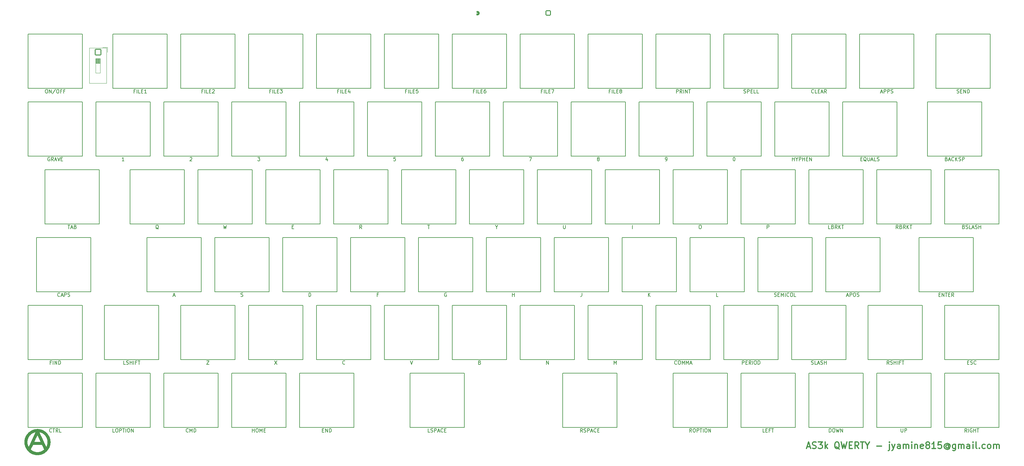
<source format=gbr>
G04 #@! TF.GenerationSoftware,KiCad,Pcbnew,8.0.4*
G04 #@! TF.CreationDate,2024-08-17T18:21:30-05:00*
G04 #@! TF.ProjectId,qwerty,71776572-7479-42e6-9b69-6361645f7063,C*
G04 #@! TF.SameCoordinates,Original*
G04 #@! TF.FileFunction,Legend,Top*
G04 #@! TF.FilePolarity,Positive*
%FSLAX46Y46*%
G04 Gerber Fmt 4.6, Leading zero omitted, Abs format (unit mm)*
G04 Created by KiCad (PCBNEW 8.0.4) date 2024-08-17 18:21:30*
%MOMM*%
%LPD*%
G01*
G04 APERTURE LIST*
G04 Aperture macros list*
%AMRoundRect*
0 Rectangle with rounded corners*
0 $1 Rounding radius*
0 $2 $3 $4 $5 $6 $7 $8 $9 X,Y pos of 4 corners*
0 Add a 4 corners polygon primitive as box body*
4,1,4,$2,$3,$4,$5,$6,$7,$8,$9,$2,$3,0*
0 Add four circle primitives for the rounded corners*
1,1,$1+$1,$2,$3*
1,1,$1+$1,$4,$5*
1,1,$1+$1,$6,$7*
1,1,$1+$1,$8,$9*
0 Add four rect primitives between the rounded corners*
20,1,$1+$1,$2,$3,$4,$5,0*
20,1,$1+$1,$4,$5,$6,$7,0*
20,1,$1+$1,$6,$7,$8,$9,0*
20,1,$1+$1,$8,$9,$2,$3,0*%
G04 Aperture macros list end*
%ADD10C,0.300000*%
%ADD11C,0.150000*%
%ADD12C,0.508000*%
%ADD13C,0.010000*%
%ADD14C,0.120000*%
%ADD15RoundRect,0.102000X-0.629000X-0.629000X0.629000X-0.629000X0.629000X0.629000X-0.629000X0.629000X0*%
%ADD16C,1.462000*%
%ADD17C,1.597000*%
%ADD18O,1.800000X1.800000*%
%ADD19RoundRect,0.100000X-0.800000X0.800000X-0.800000X-0.800000X0.800000X-0.800000X0.800000X0.800000X0*%
%ADD20C,2.700000*%
%ADD21C,2.232000*%
%ADD22C,2.100000*%
%ADD23C,1.901800*%
%ADD24C,4.187800*%
%ADD25C,3.200000*%
%ADD26C,3.248000*%
G04 APERTURE END LIST*
D10*
X297000000Y-196302828D02*
X297857143Y-196302828D01*
X296828571Y-196817114D02*
X297428571Y-195017114D01*
X297428571Y-195017114D02*
X298028571Y-196817114D01*
X298542857Y-196731400D02*
X298800000Y-196817114D01*
X298800000Y-196817114D02*
X299228571Y-196817114D01*
X299228571Y-196817114D02*
X299400000Y-196731400D01*
X299400000Y-196731400D02*
X299485714Y-196645685D01*
X299485714Y-196645685D02*
X299571428Y-196474257D01*
X299571428Y-196474257D02*
X299571428Y-196302828D01*
X299571428Y-196302828D02*
X299485714Y-196131400D01*
X299485714Y-196131400D02*
X299400000Y-196045685D01*
X299400000Y-196045685D02*
X299228571Y-195959971D01*
X299228571Y-195959971D02*
X298885714Y-195874257D01*
X298885714Y-195874257D02*
X298714285Y-195788542D01*
X298714285Y-195788542D02*
X298628571Y-195702828D01*
X298628571Y-195702828D02*
X298542857Y-195531400D01*
X298542857Y-195531400D02*
X298542857Y-195359971D01*
X298542857Y-195359971D02*
X298628571Y-195188542D01*
X298628571Y-195188542D02*
X298714285Y-195102828D01*
X298714285Y-195102828D02*
X298885714Y-195017114D01*
X298885714Y-195017114D02*
X299314285Y-195017114D01*
X299314285Y-195017114D02*
X299571428Y-195102828D01*
X300171428Y-195017114D02*
X301285714Y-195017114D01*
X301285714Y-195017114D02*
X300685714Y-195702828D01*
X300685714Y-195702828D02*
X300942857Y-195702828D01*
X300942857Y-195702828D02*
X301114286Y-195788542D01*
X301114286Y-195788542D02*
X301200000Y-195874257D01*
X301200000Y-195874257D02*
X301285714Y-196045685D01*
X301285714Y-196045685D02*
X301285714Y-196474257D01*
X301285714Y-196474257D02*
X301200000Y-196645685D01*
X301200000Y-196645685D02*
X301114286Y-196731400D01*
X301114286Y-196731400D02*
X300942857Y-196817114D01*
X300942857Y-196817114D02*
X300428571Y-196817114D01*
X300428571Y-196817114D02*
X300257143Y-196731400D01*
X300257143Y-196731400D02*
X300171428Y-196645685D01*
X302057143Y-196817114D02*
X302057143Y-195017114D01*
X302228572Y-196131400D02*
X302742857Y-196817114D01*
X302742857Y-195617114D02*
X302057143Y-196302828D01*
X306085715Y-196988542D02*
X305914286Y-196902828D01*
X305914286Y-196902828D02*
X305742858Y-196731400D01*
X305742858Y-196731400D02*
X305485715Y-196474257D01*
X305485715Y-196474257D02*
X305314286Y-196388542D01*
X305314286Y-196388542D02*
X305142858Y-196388542D01*
X305228572Y-196817114D02*
X305057144Y-196731400D01*
X305057144Y-196731400D02*
X304885715Y-196559971D01*
X304885715Y-196559971D02*
X304800001Y-196217114D01*
X304800001Y-196217114D02*
X304800001Y-195617114D01*
X304800001Y-195617114D02*
X304885715Y-195274257D01*
X304885715Y-195274257D02*
X305057144Y-195102828D01*
X305057144Y-195102828D02*
X305228572Y-195017114D01*
X305228572Y-195017114D02*
X305571429Y-195017114D01*
X305571429Y-195017114D02*
X305742858Y-195102828D01*
X305742858Y-195102828D02*
X305914286Y-195274257D01*
X305914286Y-195274257D02*
X306000001Y-195617114D01*
X306000001Y-195617114D02*
X306000001Y-196217114D01*
X306000001Y-196217114D02*
X305914286Y-196559971D01*
X305914286Y-196559971D02*
X305742858Y-196731400D01*
X305742858Y-196731400D02*
X305571429Y-196817114D01*
X305571429Y-196817114D02*
X305228572Y-196817114D01*
X306600000Y-195017114D02*
X307028572Y-196817114D01*
X307028572Y-196817114D02*
X307371429Y-195531400D01*
X307371429Y-195531400D02*
X307714286Y-196817114D01*
X307714286Y-196817114D02*
X308142858Y-195017114D01*
X308828572Y-195874257D02*
X309428572Y-195874257D01*
X309685715Y-196817114D02*
X308828572Y-196817114D01*
X308828572Y-196817114D02*
X308828572Y-195017114D01*
X308828572Y-195017114D02*
X309685715Y-195017114D01*
X311485714Y-196817114D02*
X310885714Y-195959971D01*
X310457143Y-196817114D02*
X310457143Y-195017114D01*
X310457143Y-195017114D02*
X311142857Y-195017114D01*
X311142857Y-195017114D02*
X311314286Y-195102828D01*
X311314286Y-195102828D02*
X311400000Y-195188542D01*
X311400000Y-195188542D02*
X311485714Y-195359971D01*
X311485714Y-195359971D02*
X311485714Y-195617114D01*
X311485714Y-195617114D02*
X311400000Y-195788542D01*
X311400000Y-195788542D02*
X311314286Y-195874257D01*
X311314286Y-195874257D02*
X311142857Y-195959971D01*
X311142857Y-195959971D02*
X310457143Y-195959971D01*
X312000000Y-195017114D02*
X313028572Y-195017114D01*
X312514286Y-196817114D02*
X312514286Y-195017114D01*
X313971429Y-195959971D02*
X313971429Y-196817114D01*
X313371429Y-195017114D02*
X313971429Y-195959971D01*
X313971429Y-195959971D02*
X314571429Y-195017114D01*
X316542858Y-196131400D02*
X317914287Y-196131400D01*
X320142858Y-195617114D02*
X320142858Y-197159971D01*
X320142858Y-197159971D02*
X320057144Y-197331400D01*
X320057144Y-197331400D02*
X319885715Y-197417114D01*
X319885715Y-197417114D02*
X319800001Y-197417114D01*
X320142858Y-195017114D02*
X320057144Y-195102828D01*
X320057144Y-195102828D02*
X320142858Y-195188542D01*
X320142858Y-195188542D02*
X320228572Y-195102828D01*
X320228572Y-195102828D02*
X320142858Y-195017114D01*
X320142858Y-195017114D02*
X320142858Y-195188542D01*
X320828572Y-195617114D02*
X321257144Y-196817114D01*
X321685715Y-195617114D02*
X321257144Y-196817114D01*
X321257144Y-196817114D02*
X321085715Y-197245685D01*
X321085715Y-197245685D02*
X321000001Y-197331400D01*
X321000001Y-197331400D02*
X320828572Y-197417114D01*
X323142859Y-196817114D02*
X323142859Y-195874257D01*
X323142859Y-195874257D02*
X323057144Y-195702828D01*
X323057144Y-195702828D02*
X322885716Y-195617114D01*
X322885716Y-195617114D02*
X322542859Y-195617114D01*
X322542859Y-195617114D02*
X322371430Y-195702828D01*
X323142859Y-196731400D02*
X322971430Y-196817114D01*
X322971430Y-196817114D02*
X322542859Y-196817114D01*
X322542859Y-196817114D02*
X322371430Y-196731400D01*
X322371430Y-196731400D02*
X322285716Y-196559971D01*
X322285716Y-196559971D02*
X322285716Y-196388542D01*
X322285716Y-196388542D02*
X322371430Y-196217114D01*
X322371430Y-196217114D02*
X322542859Y-196131400D01*
X322542859Y-196131400D02*
X322971430Y-196131400D01*
X322971430Y-196131400D02*
X323142859Y-196045685D01*
X324000001Y-196817114D02*
X324000001Y-195617114D01*
X324000001Y-195788542D02*
X324085715Y-195702828D01*
X324085715Y-195702828D02*
X324257144Y-195617114D01*
X324257144Y-195617114D02*
X324514287Y-195617114D01*
X324514287Y-195617114D02*
X324685715Y-195702828D01*
X324685715Y-195702828D02*
X324771430Y-195874257D01*
X324771430Y-195874257D02*
X324771430Y-196817114D01*
X324771430Y-195874257D02*
X324857144Y-195702828D01*
X324857144Y-195702828D02*
X325028572Y-195617114D01*
X325028572Y-195617114D02*
X325285715Y-195617114D01*
X325285715Y-195617114D02*
X325457144Y-195702828D01*
X325457144Y-195702828D02*
X325542858Y-195874257D01*
X325542858Y-195874257D02*
X325542858Y-196817114D01*
X326400001Y-196817114D02*
X326400001Y-195617114D01*
X326400001Y-195017114D02*
X326314287Y-195102828D01*
X326314287Y-195102828D02*
X326400001Y-195188542D01*
X326400001Y-195188542D02*
X326485715Y-195102828D01*
X326485715Y-195102828D02*
X326400001Y-195017114D01*
X326400001Y-195017114D02*
X326400001Y-195188542D01*
X327257144Y-195617114D02*
X327257144Y-196817114D01*
X327257144Y-195788542D02*
X327342858Y-195702828D01*
X327342858Y-195702828D02*
X327514287Y-195617114D01*
X327514287Y-195617114D02*
X327771430Y-195617114D01*
X327771430Y-195617114D02*
X327942858Y-195702828D01*
X327942858Y-195702828D02*
X328028573Y-195874257D01*
X328028573Y-195874257D02*
X328028573Y-196817114D01*
X329571429Y-196731400D02*
X329400001Y-196817114D01*
X329400001Y-196817114D02*
X329057144Y-196817114D01*
X329057144Y-196817114D02*
X328885715Y-196731400D01*
X328885715Y-196731400D02*
X328800001Y-196559971D01*
X328800001Y-196559971D02*
X328800001Y-195874257D01*
X328800001Y-195874257D02*
X328885715Y-195702828D01*
X328885715Y-195702828D02*
X329057144Y-195617114D01*
X329057144Y-195617114D02*
X329400001Y-195617114D01*
X329400001Y-195617114D02*
X329571429Y-195702828D01*
X329571429Y-195702828D02*
X329657144Y-195874257D01*
X329657144Y-195874257D02*
X329657144Y-196045685D01*
X329657144Y-196045685D02*
X328800001Y-196217114D01*
X330685715Y-195788542D02*
X330514286Y-195702828D01*
X330514286Y-195702828D02*
X330428572Y-195617114D01*
X330428572Y-195617114D02*
X330342858Y-195445685D01*
X330342858Y-195445685D02*
X330342858Y-195359971D01*
X330342858Y-195359971D02*
X330428572Y-195188542D01*
X330428572Y-195188542D02*
X330514286Y-195102828D01*
X330514286Y-195102828D02*
X330685715Y-195017114D01*
X330685715Y-195017114D02*
X331028572Y-195017114D01*
X331028572Y-195017114D02*
X331200001Y-195102828D01*
X331200001Y-195102828D02*
X331285715Y-195188542D01*
X331285715Y-195188542D02*
X331371429Y-195359971D01*
X331371429Y-195359971D02*
X331371429Y-195445685D01*
X331371429Y-195445685D02*
X331285715Y-195617114D01*
X331285715Y-195617114D02*
X331200001Y-195702828D01*
X331200001Y-195702828D02*
X331028572Y-195788542D01*
X331028572Y-195788542D02*
X330685715Y-195788542D01*
X330685715Y-195788542D02*
X330514286Y-195874257D01*
X330514286Y-195874257D02*
X330428572Y-195959971D01*
X330428572Y-195959971D02*
X330342858Y-196131400D01*
X330342858Y-196131400D02*
X330342858Y-196474257D01*
X330342858Y-196474257D02*
X330428572Y-196645685D01*
X330428572Y-196645685D02*
X330514286Y-196731400D01*
X330514286Y-196731400D02*
X330685715Y-196817114D01*
X330685715Y-196817114D02*
X331028572Y-196817114D01*
X331028572Y-196817114D02*
X331200001Y-196731400D01*
X331200001Y-196731400D02*
X331285715Y-196645685D01*
X331285715Y-196645685D02*
X331371429Y-196474257D01*
X331371429Y-196474257D02*
X331371429Y-196131400D01*
X331371429Y-196131400D02*
X331285715Y-195959971D01*
X331285715Y-195959971D02*
X331200001Y-195874257D01*
X331200001Y-195874257D02*
X331028572Y-195788542D01*
X333085715Y-196817114D02*
X332057144Y-196817114D01*
X332571429Y-196817114D02*
X332571429Y-195017114D01*
X332571429Y-195017114D02*
X332400001Y-195274257D01*
X332400001Y-195274257D02*
X332228572Y-195445685D01*
X332228572Y-195445685D02*
X332057144Y-195531400D01*
X334714287Y-195017114D02*
X333857144Y-195017114D01*
X333857144Y-195017114D02*
X333771430Y-195874257D01*
X333771430Y-195874257D02*
X333857144Y-195788542D01*
X333857144Y-195788542D02*
X334028573Y-195702828D01*
X334028573Y-195702828D02*
X334457144Y-195702828D01*
X334457144Y-195702828D02*
X334628573Y-195788542D01*
X334628573Y-195788542D02*
X334714287Y-195874257D01*
X334714287Y-195874257D02*
X334800001Y-196045685D01*
X334800001Y-196045685D02*
X334800001Y-196474257D01*
X334800001Y-196474257D02*
X334714287Y-196645685D01*
X334714287Y-196645685D02*
X334628573Y-196731400D01*
X334628573Y-196731400D02*
X334457144Y-196817114D01*
X334457144Y-196817114D02*
X334028573Y-196817114D01*
X334028573Y-196817114D02*
X333857144Y-196731400D01*
X333857144Y-196731400D02*
X333771430Y-196645685D01*
X336685716Y-195959971D02*
X336600001Y-195874257D01*
X336600001Y-195874257D02*
X336428573Y-195788542D01*
X336428573Y-195788542D02*
X336257144Y-195788542D01*
X336257144Y-195788542D02*
X336085716Y-195874257D01*
X336085716Y-195874257D02*
X336000001Y-195959971D01*
X336000001Y-195959971D02*
X335914287Y-196131400D01*
X335914287Y-196131400D02*
X335914287Y-196302828D01*
X335914287Y-196302828D02*
X336000001Y-196474257D01*
X336000001Y-196474257D02*
X336085716Y-196559971D01*
X336085716Y-196559971D02*
X336257144Y-196645685D01*
X336257144Y-196645685D02*
X336428573Y-196645685D01*
X336428573Y-196645685D02*
X336600001Y-196559971D01*
X336600001Y-196559971D02*
X336685716Y-196474257D01*
X336685716Y-195788542D02*
X336685716Y-196474257D01*
X336685716Y-196474257D02*
X336771430Y-196559971D01*
X336771430Y-196559971D02*
X336857144Y-196559971D01*
X336857144Y-196559971D02*
X337028573Y-196474257D01*
X337028573Y-196474257D02*
X337114287Y-196302828D01*
X337114287Y-196302828D02*
X337114287Y-195874257D01*
X337114287Y-195874257D02*
X336942859Y-195617114D01*
X336942859Y-195617114D02*
X336685716Y-195445685D01*
X336685716Y-195445685D02*
X336342859Y-195359971D01*
X336342859Y-195359971D02*
X336000001Y-195445685D01*
X336000001Y-195445685D02*
X335742859Y-195617114D01*
X335742859Y-195617114D02*
X335571430Y-195874257D01*
X335571430Y-195874257D02*
X335485716Y-196217114D01*
X335485716Y-196217114D02*
X335571430Y-196559971D01*
X335571430Y-196559971D02*
X335742859Y-196817114D01*
X335742859Y-196817114D02*
X336000001Y-196988542D01*
X336000001Y-196988542D02*
X336342859Y-197074257D01*
X336342859Y-197074257D02*
X336685716Y-196988542D01*
X336685716Y-196988542D02*
X336942859Y-196817114D01*
X338657145Y-195617114D02*
X338657145Y-197074257D01*
X338657145Y-197074257D02*
X338571430Y-197245685D01*
X338571430Y-197245685D02*
X338485716Y-197331400D01*
X338485716Y-197331400D02*
X338314287Y-197417114D01*
X338314287Y-197417114D02*
X338057145Y-197417114D01*
X338057145Y-197417114D02*
X337885716Y-197331400D01*
X338657145Y-196731400D02*
X338485716Y-196817114D01*
X338485716Y-196817114D02*
X338142859Y-196817114D01*
X338142859Y-196817114D02*
X337971430Y-196731400D01*
X337971430Y-196731400D02*
X337885716Y-196645685D01*
X337885716Y-196645685D02*
X337800002Y-196474257D01*
X337800002Y-196474257D02*
X337800002Y-195959971D01*
X337800002Y-195959971D02*
X337885716Y-195788542D01*
X337885716Y-195788542D02*
X337971430Y-195702828D01*
X337971430Y-195702828D02*
X338142859Y-195617114D01*
X338142859Y-195617114D02*
X338485716Y-195617114D01*
X338485716Y-195617114D02*
X338657145Y-195702828D01*
X339514287Y-196817114D02*
X339514287Y-195617114D01*
X339514287Y-195788542D02*
X339600001Y-195702828D01*
X339600001Y-195702828D02*
X339771430Y-195617114D01*
X339771430Y-195617114D02*
X340028573Y-195617114D01*
X340028573Y-195617114D02*
X340200001Y-195702828D01*
X340200001Y-195702828D02*
X340285716Y-195874257D01*
X340285716Y-195874257D02*
X340285716Y-196817114D01*
X340285716Y-195874257D02*
X340371430Y-195702828D01*
X340371430Y-195702828D02*
X340542858Y-195617114D01*
X340542858Y-195617114D02*
X340800001Y-195617114D01*
X340800001Y-195617114D02*
X340971430Y-195702828D01*
X340971430Y-195702828D02*
X341057144Y-195874257D01*
X341057144Y-195874257D02*
X341057144Y-196817114D01*
X342685716Y-196817114D02*
X342685716Y-195874257D01*
X342685716Y-195874257D02*
X342600001Y-195702828D01*
X342600001Y-195702828D02*
X342428573Y-195617114D01*
X342428573Y-195617114D02*
X342085716Y-195617114D01*
X342085716Y-195617114D02*
X341914287Y-195702828D01*
X342685716Y-196731400D02*
X342514287Y-196817114D01*
X342514287Y-196817114D02*
X342085716Y-196817114D01*
X342085716Y-196817114D02*
X341914287Y-196731400D01*
X341914287Y-196731400D02*
X341828573Y-196559971D01*
X341828573Y-196559971D02*
X341828573Y-196388542D01*
X341828573Y-196388542D02*
X341914287Y-196217114D01*
X341914287Y-196217114D02*
X342085716Y-196131400D01*
X342085716Y-196131400D02*
X342514287Y-196131400D01*
X342514287Y-196131400D02*
X342685716Y-196045685D01*
X343542858Y-196817114D02*
X343542858Y-195617114D01*
X343542858Y-195017114D02*
X343457144Y-195102828D01*
X343457144Y-195102828D02*
X343542858Y-195188542D01*
X343542858Y-195188542D02*
X343628572Y-195102828D01*
X343628572Y-195102828D02*
X343542858Y-195017114D01*
X343542858Y-195017114D02*
X343542858Y-195188542D01*
X344657144Y-196817114D02*
X344485715Y-196731400D01*
X344485715Y-196731400D02*
X344400001Y-196559971D01*
X344400001Y-196559971D02*
X344400001Y-195017114D01*
X345342858Y-196645685D02*
X345428572Y-196731400D01*
X345428572Y-196731400D02*
X345342858Y-196817114D01*
X345342858Y-196817114D02*
X345257144Y-196731400D01*
X345257144Y-196731400D02*
X345342858Y-196645685D01*
X345342858Y-196645685D02*
X345342858Y-196817114D01*
X346971430Y-196731400D02*
X346800001Y-196817114D01*
X346800001Y-196817114D02*
X346457144Y-196817114D01*
X346457144Y-196817114D02*
X346285715Y-196731400D01*
X346285715Y-196731400D02*
X346200001Y-196645685D01*
X346200001Y-196645685D02*
X346114287Y-196474257D01*
X346114287Y-196474257D02*
X346114287Y-195959971D01*
X346114287Y-195959971D02*
X346200001Y-195788542D01*
X346200001Y-195788542D02*
X346285715Y-195702828D01*
X346285715Y-195702828D02*
X346457144Y-195617114D01*
X346457144Y-195617114D02*
X346800001Y-195617114D01*
X346800001Y-195617114D02*
X346971430Y-195702828D01*
X348000001Y-196817114D02*
X347828572Y-196731400D01*
X347828572Y-196731400D02*
X347742858Y-196645685D01*
X347742858Y-196645685D02*
X347657144Y-196474257D01*
X347657144Y-196474257D02*
X347657144Y-195959971D01*
X347657144Y-195959971D02*
X347742858Y-195788542D01*
X347742858Y-195788542D02*
X347828572Y-195702828D01*
X347828572Y-195702828D02*
X348000001Y-195617114D01*
X348000001Y-195617114D02*
X348257144Y-195617114D01*
X348257144Y-195617114D02*
X348428572Y-195702828D01*
X348428572Y-195702828D02*
X348514287Y-195788542D01*
X348514287Y-195788542D02*
X348600001Y-195959971D01*
X348600001Y-195959971D02*
X348600001Y-196474257D01*
X348600001Y-196474257D02*
X348514287Y-196645685D01*
X348514287Y-196645685D02*
X348428572Y-196731400D01*
X348428572Y-196731400D02*
X348257144Y-196817114D01*
X348257144Y-196817114D02*
X348000001Y-196817114D01*
X349371429Y-196817114D02*
X349371429Y-195617114D01*
X349371429Y-195788542D02*
X349457143Y-195702828D01*
X349457143Y-195702828D02*
X349628572Y-195617114D01*
X349628572Y-195617114D02*
X349885715Y-195617114D01*
X349885715Y-195617114D02*
X350057143Y-195702828D01*
X350057143Y-195702828D02*
X350142858Y-195874257D01*
X350142858Y-195874257D02*
X350142858Y-196817114D01*
X350142858Y-195874257D02*
X350228572Y-195702828D01*
X350228572Y-195702828D02*
X350400000Y-195617114D01*
X350400000Y-195617114D02*
X350657143Y-195617114D01*
X350657143Y-195617114D02*
X350828572Y-195702828D01*
X350828572Y-195702828D02*
X350914286Y-195874257D01*
X350914286Y-195874257D02*
X350914286Y-196817114D01*
D11*
X157200595Y-154129819D02*
X157200595Y-153129819D01*
X157200595Y-153129819D02*
X157438690Y-153129819D01*
X157438690Y-153129819D02*
X157581547Y-153177438D01*
X157581547Y-153177438D02*
X157676785Y-153272676D01*
X157676785Y-153272676D02*
X157724404Y-153367914D01*
X157724404Y-153367914D02*
X157772023Y-153558390D01*
X157772023Y-153558390D02*
X157772023Y-153701247D01*
X157772023Y-153701247D02*
X157724404Y-153891723D01*
X157724404Y-153891723D02*
X157676785Y-153986961D01*
X157676785Y-153986961D02*
X157581547Y-154082200D01*
X157581547Y-154082200D02*
X157438690Y-154129819D01*
X157438690Y-154129819D02*
X157200595Y-154129819D01*
X205158928Y-172656009D02*
X205301785Y-172703628D01*
X205301785Y-172703628D02*
X205349404Y-172751247D01*
X205349404Y-172751247D02*
X205397023Y-172846485D01*
X205397023Y-172846485D02*
X205397023Y-172989342D01*
X205397023Y-172989342D02*
X205349404Y-173084580D01*
X205349404Y-173084580D02*
X205301785Y-173132200D01*
X205301785Y-173132200D02*
X205206547Y-173179819D01*
X205206547Y-173179819D02*
X204825595Y-173179819D01*
X204825595Y-173179819D02*
X204825595Y-172179819D01*
X204825595Y-172179819D02*
X205158928Y-172179819D01*
X205158928Y-172179819D02*
X205254166Y-172227438D01*
X205254166Y-172227438D02*
X205301785Y-172275057D01*
X205301785Y-172275057D02*
X205349404Y-172370295D01*
X205349404Y-172370295D02*
X205349404Y-172465533D01*
X205349404Y-172465533D02*
X205301785Y-172560771D01*
X205301785Y-172560771D02*
X205254166Y-172608390D01*
X205254166Y-172608390D02*
X205158928Y-172656009D01*
X205158928Y-172656009D02*
X204825595Y-172656009D01*
X336104166Y-115506009D02*
X336247023Y-115553628D01*
X336247023Y-115553628D02*
X336294642Y-115601247D01*
X336294642Y-115601247D02*
X336342261Y-115696485D01*
X336342261Y-115696485D02*
X336342261Y-115839342D01*
X336342261Y-115839342D02*
X336294642Y-115934580D01*
X336294642Y-115934580D02*
X336247023Y-115982200D01*
X336247023Y-115982200D02*
X336151785Y-116029819D01*
X336151785Y-116029819D02*
X335770833Y-116029819D01*
X335770833Y-116029819D02*
X335770833Y-115029819D01*
X335770833Y-115029819D02*
X336104166Y-115029819D01*
X336104166Y-115029819D02*
X336199404Y-115077438D01*
X336199404Y-115077438D02*
X336247023Y-115125057D01*
X336247023Y-115125057D02*
X336294642Y-115220295D01*
X336294642Y-115220295D02*
X336294642Y-115315533D01*
X336294642Y-115315533D02*
X336247023Y-115410771D01*
X336247023Y-115410771D02*
X336199404Y-115458390D01*
X336199404Y-115458390D02*
X336104166Y-115506009D01*
X336104166Y-115506009D02*
X335770833Y-115506009D01*
X336723214Y-115744104D02*
X337199404Y-115744104D01*
X336627976Y-116029819D02*
X336961309Y-115029819D01*
X336961309Y-115029819D02*
X337294642Y-116029819D01*
X338199404Y-115934580D02*
X338151785Y-115982200D01*
X338151785Y-115982200D02*
X338008928Y-116029819D01*
X338008928Y-116029819D02*
X337913690Y-116029819D01*
X337913690Y-116029819D02*
X337770833Y-115982200D01*
X337770833Y-115982200D02*
X337675595Y-115886961D01*
X337675595Y-115886961D02*
X337627976Y-115791723D01*
X337627976Y-115791723D02*
X337580357Y-115601247D01*
X337580357Y-115601247D02*
X337580357Y-115458390D01*
X337580357Y-115458390D02*
X337627976Y-115267914D01*
X337627976Y-115267914D02*
X337675595Y-115172676D01*
X337675595Y-115172676D02*
X337770833Y-115077438D01*
X337770833Y-115077438D02*
X337913690Y-115029819D01*
X337913690Y-115029819D02*
X338008928Y-115029819D01*
X338008928Y-115029819D02*
X338151785Y-115077438D01*
X338151785Y-115077438D02*
X338199404Y-115125057D01*
X338627976Y-116029819D02*
X338627976Y-115029819D01*
X339199404Y-116029819D02*
X338770833Y-115458390D01*
X339199404Y-115029819D02*
X338627976Y-115601247D01*
X339580357Y-115982200D02*
X339723214Y-116029819D01*
X339723214Y-116029819D02*
X339961309Y-116029819D01*
X339961309Y-116029819D02*
X340056547Y-115982200D01*
X340056547Y-115982200D02*
X340104166Y-115934580D01*
X340104166Y-115934580D02*
X340151785Y-115839342D01*
X340151785Y-115839342D02*
X340151785Y-115744104D01*
X340151785Y-115744104D02*
X340104166Y-115648866D01*
X340104166Y-115648866D02*
X340056547Y-115601247D01*
X340056547Y-115601247D02*
X339961309Y-115553628D01*
X339961309Y-115553628D02*
X339770833Y-115506009D01*
X339770833Y-115506009D02*
X339675595Y-115458390D01*
X339675595Y-115458390D02*
X339627976Y-115410771D01*
X339627976Y-115410771D02*
X339580357Y-115315533D01*
X339580357Y-115315533D02*
X339580357Y-115220295D01*
X339580357Y-115220295D02*
X339627976Y-115125057D01*
X339627976Y-115125057D02*
X339675595Y-115077438D01*
X339675595Y-115077438D02*
X339770833Y-115029819D01*
X339770833Y-115029819D02*
X340008928Y-115029819D01*
X340008928Y-115029819D02*
X340151785Y-115077438D01*
X340580357Y-116029819D02*
X340580357Y-115029819D01*
X340580357Y-115029819D02*
X340961309Y-115029819D01*
X340961309Y-115029819D02*
X341056547Y-115077438D01*
X341056547Y-115077438D02*
X341104166Y-115125057D01*
X341104166Y-115125057D02*
X341151785Y-115220295D01*
X341151785Y-115220295D02*
X341151785Y-115363152D01*
X341151785Y-115363152D02*
X341104166Y-115458390D01*
X341104166Y-115458390D02*
X341056547Y-115506009D01*
X341056547Y-115506009D02*
X340961309Y-115553628D01*
X340961309Y-115553628D02*
X340580357Y-115553628D01*
X340961904Y-134556009D02*
X341104761Y-134603628D01*
X341104761Y-134603628D02*
X341152380Y-134651247D01*
X341152380Y-134651247D02*
X341199999Y-134746485D01*
X341199999Y-134746485D02*
X341199999Y-134889342D01*
X341199999Y-134889342D02*
X341152380Y-134984580D01*
X341152380Y-134984580D02*
X341104761Y-135032200D01*
X341104761Y-135032200D02*
X341009523Y-135079819D01*
X341009523Y-135079819D02*
X340628571Y-135079819D01*
X340628571Y-135079819D02*
X340628571Y-134079819D01*
X340628571Y-134079819D02*
X340961904Y-134079819D01*
X340961904Y-134079819D02*
X341057142Y-134127438D01*
X341057142Y-134127438D02*
X341104761Y-134175057D01*
X341104761Y-134175057D02*
X341152380Y-134270295D01*
X341152380Y-134270295D02*
X341152380Y-134365533D01*
X341152380Y-134365533D02*
X341104761Y-134460771D01*
X341104761Y-134460771D02*
X341057142Y-134508390D01*
X341057142Y-134508390D02*
X340961904Y-134556009D01*
X340961904Y-134556009D02*
X340628571Y-134556009D01*
X341580952Y-135032200D02*
X341723809Y-135079819D01*
X341723809Y-135079819D02*
X341961904Y-135079819D01*
X341961904Y-135079819D02*
X342057142Y-135032200D01*
X342057142Y-135032200D02*
X342104761Y-134984580D01*
X342104761Y-134984580D02*
X342152380Y-134889342D01*
X342152380Y-134889342D02*
X342152380Y-134794104D01*
X342152380Y-134794104D02*
X342104761Y-134698866D01*
X342104761Y-134698866D02*
X342057142Y-134651247D01*
X342057142Y-134651247D02*
X341961904Y-134603628D01*
X341961904Y-134603628D02*
X341771428Y-134556009D01*
X341771428Y-134556009D02*
X341676190Y-134508390D01*
X341676190Y-134508390D02*
X341628571Y-134460771D01*
X341628571Y-134460771D02*
X341580952Y-134365533D01*
X341580952Y-134365533D02*
X341580952Y-134270295D01*
X341580952Y-134270295D02*
X341628571Y-134175057D01*
X341628571Y-134175057D02*
X341676190Y-134127438D01*
X341676190Y-134127438D02*
X341771428Y-134079819D01*
X341771428Y-134079819D02*
X342009523Y-134079819D01*
X342009523Y-134079819D02*
X342152380Y-134127438D01*
X343057142Y-135079819D02*
X342580952Y-135079819D01*
X342580952Y-135079819D02*
X342580952Y-134079819D01*
X343342857Y-134794104D02*
X343819047Y-134794104D01*
X343247619Y-135079819D02*
X343580952Y-134079819D01*
X343580952Y-134079819D02*
X343914285Y-135079819D01*
X344200000Y-135032200D02*
X344342857Y-135079819D01*
X344342857Y-135079819D02*
X344580952Y-135079819D01*
X344580952Y-135079819D02*
X344676190Y-135032200D01*
X344676190Y-135032200D02*
X344723809Y-134984580D01*
X344723809Y-134984580D02*
X344771428Y-134889342D01*
X344771428Y-134889342D02*
X344771428Y-134794104D01*
X344771428Y-134794104D02*
X344723809Y-134698866D01*
X344723809Y-134698866D02*
X344676190Y-134651247D01*
X344676190Y-134651247D02*
X344580952Y-134603628D01*
X344580952Y-134603628D02*
X344390476Y-134556009D01*
X344390476Y-134556009D02*
X344295238Y-134508390D01*
X344295238Y-134508390D02*
X344247619Y-134460771D01*
X344247619Y-134460771D02*
X344200000Y-134365533D01*
X344200000Y-134365533D02*
X344200000Y-134270295D01*
X344200000Y-134270295D02*
X344247619Y-134175057D01*
X344247619Y-134175057D02*
X344295238Y-134127438D01*
X344295238Y-134127438D02*
X344390476Y-134079819D01*
X344390476Y-134079819D02*
X344628571Y-134079819D01*
X344628571Y-134079819D02*
X344771428Y-134127438D01*
X345200000Y-135079819D02*
X345200000Y-134079819D01*
X345200000Y-134556009D02*
X345771428Y-134556009D01*
X345771428Y-135079819D02*
X345771428Y-134079819D01*
X167297023Y-173084580D02*
X167249404Y-173132200D01*
X167249404Y-173132200D02*
X167106547Y-173179819D01*
X167106547Y-173179819D02*
X167011309Y-173179819D01*
X167011309Y-173179819D02*
X166868452Y-173132200D01*
X166868452Y-173132200D02*
X166773214Y-173036961D01*
X166773214Y-173036961D02*
X166725595Y-172941723D01*
X166725595Y-172941723D02*
X166677976Y-172751247D01*
X166677976Y-172751247D02*
X166677976Y-172608390D01*
X166677976Y-172608390D02*
X166725595Y-172417914D01*
X166725595Y-172417914D02*
X166773214Y-172322676D01*
X166773214Y-172322676D02*
X166868452Y-172227438D01*
X166868452Y-172227438D02*
X167011309Y-172179819D01*
X167011309Y-172179819D02*
X167106547Y-172179819D01*
X167106547Y-172179819D02*
X167249404Y-172227438D01*
X167249404Y-172227438D02*
X167297023Y-172275057D01*
X87311011Y-154034580D02*
X87263392Y-154082200D01*
X87263392Y-154082200D02*
X87120535Y-154129819D01*
X87120535Y-154129819D02*
X87025297Y-154129819D01*
X87025297Y-154129819D02*
X86882440Y-154082200D01*
X86882440Y-154082200D02*
X86787202Y-153986961D01*
X86787202Y-153986961D02*
X86739583Y-153891723D01*
X86739583Y-153891723D02*
X86691964Y-153701247D01*
X86691964Y-153701247D02*
X86691964Y-153558390D01*
X86691964Y-153558390D02*
X86739583Y-153367914D01*
X86739583Y-153367914D02*
X86787202Y-153272676D01*
X86787202Y-153272676D02*
X86882440Y-153177438D01*
X86882440Y-153177438D02*
X87025297Y-153129819D01*
X87025297Y-153129819D02*
X87120535Y-153129819D01*
X87120535Y-153129819D02*
X87263392Y-153177438D01*
X87263392Y-153177438D02*
X87311011Y-153225057D01*
X87691964Y-153844104D02*
X88168154Y-153844104D01*
X87596726Y-154129819D02*
X87930059Y-153129819D01*
X87930059Y-153129819D02*
X88263392Y-154129819D01*
X88596726Y-154129819D02*
X88596726Y-153129819D01*
X88596726Y-153129819D02*
X88977678Y-153129819D01*
X88977678Y-153129819D02*
X89072916Y-153177438D01*
X89072916Y-153177438D02*
X89120535Y-153225057D01*
X89120535Y-153225057D02*
X89168154Y-153320295D01*
X89168154Y-153320295D02*
X89168154Y-153463152D01*
X89168154Y-153463152D02*
X89120535Y-153558390D01*
X89120535Y-153558390D02*
X89072916Y-153606009D01*
X89072916Y-153606009D02*
X88977678Y-153653628D01*
X88977678Y-153653628D02*
X88596726Y-153653628D01*
X89549107Y-154082200D02*
X89691964Y-154129819D01*
X89691964Y-154129819D02*
X89930059Y-154129819D01*
X89930059Y-154129819D02*
X90025297Y-154082200D01*
X90025297Y-154082200D02*
X90072916Y-154034580D01*
X90072916Y-154034580D02*
X90120535Y-153939342D01*
X90120535Y-153939342D02*
X90120535Y-153844104D01*
X90120535Y-153844104D02*
X90072916Y-153748866D01*
X90072916Y-153748866D02*
X90025297Y-153701247D01*
X90025297Y-153701247D02*
X89930059Y-153653628D01*
X89930059Y-153653628D02*
X89739583Y-153606009D01*
X89739583Y-153606009D02*
X89644345Y-153558390D01*
X89644345Y-153558390D02*
X89596726Y-153510771D01*
X89596726Y-153510771D02*
X89549107Y-153415533D01*
X89549107Y-153415533D02*
X89549107Y-153320295D01*
X89549107Y-153320295D02*
X89596726Y-153225057D01*
X89596726Y-153225057D02*
X89644345Y-153177438D01*
X89644345Y-153177438D02*
X89739583Y-153129819D01*
X89739583Y-153129819D02*
X89977678Y-153129819D01*
X89977678Y-153129819D02*
X90120535Y-153177438D01*
X322578571Y-135079819D02*
X322245238Y-134603628D01*
X322007143Y-135079819D02*
X322007143Y-134079819D01*
X322007143Y-134079819D02*
X322388095Y-134079819D01*
X322388095Y-134079819D02*
X322483333Y-134127438D01*
X322483333Y-134127438D02*
X322530952Y-134175057D01*
X322530952Y-134175057D02*
X322578571Y-134270295D01*
X322578571Y-134270295D02*
X322578571Y-134413152D01*
X322578571Y-134413152D02*
X322530952Y-134508390D01*
X322530952Y-134508390D02*
X322483333Y-134556009D01*
X322483333Y-134556009D02*
X322388095Y-134603628D01*
X322388095Y-134603628D02*
X322007143Y-134603628D01*
X323340476Y-134556009D02*
X323483333Y-134603628D01*
X323483333Y-134603628D02*
X323530952Y-134651247D01*
X323530952Y-134651247D02*
X323578571Y-134746485D01*
X323578571Y-134746485D02*
X323578571Y-134889342D01*
X323578571Y-134889342D02*
X323530952Y-134984580D01*
X323530952Y-134984580D02*
X323483333Y-135032200D01*
X323483333Y-135032200D02*
X323388095Y-135079819D01*
X323388095Y-135079819D02*
X323007143Y-135079819D01*
X323007143Y-135079819D02*
X323007143Y-134079819D01*
X323007143Y-134079819D02*
X323340476Y-134079819D01*
X323340476Y-134079819D02*
X323435714Y-134127438D01*
X323435714Y-134127438D02*
X323483333Y-134175057D01*
X323483333Y-134175057D02*
X323530952Y-134270295D01*
X323530952Y-134270295D02*
X323530952Y-134365533D01*
X323530952Y-134365533D02*
X323483333Y-134460771D01*
X323483333Y-134460771D02*
X323435714Y-134508390D01*
X323435714Y-134508390D02*
X323340476Y-134556009D01*
X323340476Y-134556009D02*
X323007143Y-134556009D01*
X324578571Y-135079819D02*
X324245238Y-134603628D01*
X324007143Y-135079819D02*
X324007143Y-134079819D01*
X324007143Y-134079819D02*
X324388095Y-134079819D01*
X324388095Y-134079819D02*
X324483333Y-134127438D01*
X324483333Y-134127438D02*
X324530952Y-134175057D01*
X324530952Y-134175057D02*
X324578571Y-134270295D01*
X324578571Y-134270295D02*
X324578571Y-134413152D01*
X324578571Y-134413152D02*
X324530952Y-134508390D01*
X324530952Y-134508390D02*
X324483333Y-134556009D01*
X324483333Y-134556009D02*
X324388095Y-134603628D01*
X324388095Y-134603628D02*
X324007143Y-134603628D01*
X325007143Y-135079819D02*
X325007143Y-134079819D01*
X325578571Y-135079819D02*
X325150000Y-134508390D01*
X325578571Y-134079819D02*
X325007143Y-134651247D01*
X325864286Y-134079819D02*
X326435714Y-134079819D01*
X326150000Y-135079819D02*
X326150000Y-134079819D01*
X298861309Y-96884580D02*
X298813690Y-96932200D01*
X298813690Y-96932200D02*
X298670833Y-96979819D01*
X298670833Y-96979819D02*
X298575595Y-96979819D01*
X298575595Y-96979819D02*
X298432738Y-96932200D01*
X298432738Y-96932200D02*
X298337500Y-96836961D01*
X298337500Y-96836961D02*
X298289881Y-96741723D01*
X298289881Y-96741723D02*
X298242262Y-96551247D01*
X298242262Y-96551247D02*
X298242262Y-96408390D01*
X298242262Y-96408390D02*
X298289881Y-96217914D01*
X298289881Y-96217914D02*
X298337500Y-96122676D01*
X298337500Y-96122676D02*
X298432738Y-96027438D01*
X298432738Y-96027438D02*
X298575595Y-95979819D01*
X298575595Y-95979819D02*
X298670833Y-95979819D01*
X298670833Y-95979819D02*
X298813690Y-96027438D01*
X298813690Y-96027438D02*
X298861309Y-96075057D01*
X299766071Y-96979819D02*
X299289881Y-96979819D01*
X299289881Y-96979819D02*
X299289881Y-95979819D01*
X300099405Y-96456009D02*
X300432738Y-96456009D01*
X300575595Y-96979819D02*
X300099405Y-96979819D01*
X300099405Y-96979819D02*
X300099405Y-95979819D01*
X300099405Y-95979819D02*
X300575595Y-95979819D01*
X300956548Y-96694104D02*
X301432738Y-96694104D01*
X300861310Y-96979819D02*
X301194643Y-95979819D01*
X301194643Y-95979819D02*
X301527976Y-96979819D01*
X302432738Y-96979819D02*
X302099405Y-96503628D01*
X301861310Y-96979819D02*
X301861310Y-95979819D01*
X301861310Y-95979819D02*
X302242262Y-95979819D01*
X302242262Y-95979819D02*
X302337500Y-96027438D01*
X302337500Y-96027438D02*
X302385119Y-96075057D01*
X302385119Y-96075057D02*
X302432738Y-96170295D01*
X302432738Y-96170295D02*
X302432738Y-96313152D01*
X302432738Y-96313152D02*
X302385119Y-96408390D01*
X302385119Y-96408390D02*
X302337500Y-96456009D01*
X302337500Y-96456009D02*
X302242262Y-96503628D01*
X302242262Y-96503628D02*
X301861310Y-96503628D01*
X176655357Y-153606009D02*
X176322024Y-153606009D01*
X176322024Y-154129819D02*
X176322024Y-153129819D01*
X176322024Y-153129819D02*
X176798214Y-153129819D01*
X260451785Y-173084580D02*
X260404166Y-173132200D01*
X260404166Y-173132200D02*
X260261309Y-173179819D01*
X260261309Y-173179819D02*
X260166071Y-173179819D01*
X260166071Y-173179819D02*
X260023214Y-173132200D01*
X260023214Y-173132200D02*
X259927976Y-173036961D01*
X259927976Y-173036961D02*
X259880357Y-172941723D01*
X259880357Y-172941723D02*
X259832738Y-172751247D01*
X259832738Y-172751247D02*
X259832738Y-172608390D01*
X259832738Y-172608390D02*
X259880357Y-172417914D01*
X259880357Y-172417914D02*
X259927976Y-172322676D01*
X259927976Y-172322676D02*
X260023214Y-172227438D01*
X260023214Y-172227438D02*
X260166071Y-172179819D01*
X260166071Y-172179819D02*
X260261309Y-172179819D01*
X260261309Y-172179819D02*
X260404166Y-172227438D01*
X260404166Y-172227438D02*
X260451785Y-172275057D01*
X261070833Y-172179819D02*
X261261309Y-172179819D01*
X261261309Y-172179819D02*
X261356547Y-172227438D01*
X261356547Y-172227438D02*
X261451785Y-172322676D01*
X261451785Y-172322676D02*
X261499404Y-172513152D01*
X261499404Y-172513152D02*
X261499404Y-172846485D01*
X261499404Y-172846485D02*
X261451785Y-173036961D01*
X261451785Y-173036961D02*
X261356547Y-173132200D01*
X261356547Y-173132200D02*
X261261309Y-173179819D01*
X261261309Y-173179819D02*
X261070833Y-173179819D01*
X261070833Y-173179819D02*
X260975595Y-173132200D01*
X260975595Y-173132200D02*
X260880357Y-173036961D01*
X260880357Y-173036961D02*
X260832738Y-172846485D01*
X260832738Y-172846485D02*
X260832738Y-172513152D01*
X260832738Y-172513152D02*
X260880357Y-172322676D01*
X260880357Y-172322676D02*
X260975595Y-172227438D01*
X260975595Y-172227438D02*
X261070833Y-172179819D01*
X261927976Y-173179819D02*
X261927976Y-172179819D01*
X261927976Y-172179819D02*
X262261309Y-172894104D01*
X262261309Y-172894104D02*
X262594642Y-172179819D01*
X262594642Y-172179819D02*
X262594642Y-173179819D01*
X263070833Y-173179819D02*
X263070833Y-172179819D01*
X263070833Y-172179819D02*
X263404166Y-172894104D01*
X263404166Y-172894104D02*
X263737499Y-172179819D01*
X263737499Y-172179819D02*
X263737499Y-173179819D01*
X264166071Y-172894104D02*
X264642261Y-172894104D01*
X264070833Y-173179819D02*
X264404166Y-172179819D01*
X264404166Y-172179819D02*
X264737499Y-173179819D01*
X85048809Y-192134580D02*
X85001190Y-192182200D01*
X85001190Y-192182200D02*
X84858333Y-192229819D01*
X84858333Y-192229819D02*
X84763095Y-192229819D01*
X84763095Y-192229819D02*
X84620238Y-192182200D01*
X84620238Y-192182200D02*
X84525000Y-192086961D01*
X84525000Y-192086961D02*
X84477381Y-191991723D01*
X84477381Y-191991723D02*
X84429762Y-191801247D01*
X84429762Y-191801247D02*
X84429762Y-191658390D01*
X84429762Y-191658390D02*
X84477381Y-191467914D01*
X84477381Y-191467914D02*
X84525000Y-191372676D01*
X84525000Y-191372676D02*
X84620238Y-191277438D01*
X84620238Y-191277438D02*
X84763095Y-191229819D01*
X84763095Y-191229819D02*
X84858333Y-191229819D01*
X84858333Y-191229819D02*
X85001190Y-191277438D01*
X85001190Y-191277438D02*
X85048809Y-191325057D01*
X85334524Y-191229819D02*
X85905952Y-191229819D01*
X85620238Y-192229819D02*
X85620238Y-191229819D01*
X86810714Y-192229819D02*
X86477381Y-191753628D01*
X86239286Y-192229819D02*
X86239286Y-191229819D01*
X86239286Y-191229819D02*
X86620238Y-191229819D01*
X86620238Y-191229819D02*
X86715476Y-191277438D01*
X86715476Y-191277438D02*
X86763095Y-191325057D01*
X86763095Y-191325057D02*
X86810714Y-191420295D01*
X86810714Y-191420295D02*
X86810714Y-191563152D01*
X86810714Y-191563152D02*
X86763095Y-191658390D01*
X86763095Y-191658390D02*
X86715476Y-191706009D01*
X86715476Y-191706009D02*
X86620238Y-191753628D01*
X86620238Y-191753628D02*
X86239286Y-191753628D01*
X87715476Y-192229819D02*
X87239286Y-192229819D01*
X87239286Y-192229819D02*
X87239286Y-191229819D01*
X317673214Y-96694104D02*
X318149404Y-96694104D01*
X317577976Y-96979819D02*
X317911309Y-95979819D01*
X317911309Y-95979819D02*
X318244642Y-96979819D01*
X318577976Y-96979819D02*
X318577976Y-95979819D01*
X318577976Y-95979819D02*
X318958928Y-95979819D01*
X318958928Y-95979819D02*
X319054166Y-96027438D01*
X319054166Y-96027438D02*
X319101785Y-96075057D01*
X319101785Y-96075057D02*
X319149404Y-96170295D01*
X319149404Y-96170295D02*
X319149404Y-96313152D01*
X319149404Y-96313152D02*
X319101785Y-96408390D01*
X319101785Y-96408390D02*
X319054166Y-96456009D01*
X319054166Y-96456009D02*
X318958928Y-96503628D01*
X318958928Y-96503628D02*
X318577976Y-96503628D01*
X319577976Y-96979819D02*
X319577976Y-95979819D01*
X319577976Y-95979819D02*
X319958928Y-95979819D01*
X319958928Y-95979819D02*
X320054166Y-96027438D01*
X320054166Y-96027438D02*
X320101785Y-96075057D01*
X320101785Y-96075057D02*
X320149404Y-96170295D01*
X320149404Y-96170295D02*
X320149404Y-96313152D01*
X320149404Y-96313152D02*
X320101785Y-96408390D01*
X320101785Y-96408390D02*
X320054166Y-96456009D01*
X320054166Y-96456009D02*
X319958928Y-96503628D01*
X319958928Y-96503628D02*
X319577976Y-96503628D01*
X320530357Y-96932200D02*
X320673214Y-96979819D01*
X320673214Y-96979819D02*
X320911309Y-96979819D01*
X320911309Y-96979819D02*
X321006547Y-96932200D01*
X321006547Y-96932200D02*
X321054166Y-96884580D01*
X321054166Y-96884580D02*
X321101785Y-96789342D01*
X321101785Y-96789342D02*
X321101785Y-96694104D01*
X321101785Y-96694104D02*
X321054166Y-96598866D01*
X321054166Y-96598866D02*
X321006547Y-96551247D01*
X321006547Y-96551247D02*
X320911309Y-96503628D01*
X320911309Y-96503628D02*
X320720833Y-96456009D01*
X320720833Y-96456009D02*
X320625595Y-96408390D01*
X320625595Y-96408390D02*
X320577976Y-96360771D01*
X320577976Y-96360771D02*
X320530357Y-96265533D01*
X320530357Y-96265533D02*
X320530357Y-96170295D01*
X320530357Y-96170295D02*
X320577976Y-96075057D01*
X320577976Y-96075057D02*
X320625595Y-96027438D01*
X320625595Y-96027438D02*
X320720833Y-95979819D01*
X320720833Y-95979819D02*
X320958928Y-95979819D01*
X320958928Y-95979819D02*
X321101785Y-96027438D01*
X303219048Y-192229819D02*
X303219048Y-191229819D01*
X303219048Y-191229819D02*
X303457143Y-191229819D01*
X303457143Y-191229819D02*
X303600000Y-191277438D01*
X303600000Y-191277438D02*
X303695238Y-191372676D01*
X303695238Y-191372676D02*
X303742857Y-191467914D01*
X303742857Y-191467914D02*
X303790476Y-191658390D01*
X303790476Y-191658390D02*
X303790476Y-191801247D01*
X303790476Y-191801247D02*
X303742857Y-191991723D01*
X303742857Y-191991723D02*
X303695238Y-192086961D01*
X303695238Y-192086961D02*
X303600000Y-192182200D01*
X303600000Y-192182200D02*
X303457143Y-192229819D01*
X303457143Y-192229819D02*
X303219048Y-192229819D01*
X304409524Y-191229819D02*
X304600000Y-191229819D01*
X304600000Y-191229819D02*
X304695238Y-191277438D01*
X304695238Y-191277438D02*
X304790476Y-191372676D01*
X304790476Y-191372676D02*
X304838095Y-191563152D01*
X304838095Y-191563152D02*
X304838095Y-191896485D01*
X304838095Y-191896485D02*
X304790476Y-192086961D01*
X304790476Y-192086961D02*
X304695238Y-192182200D01*
X304695238Y-192182200D02*
X304600000Y-192229819D01*
X304600000Y-192229819D02*
X304409524Y-192229819D01*
X304409524Y-192229819D02*
X304314286Y-192182200D01*
X304314286Y-192182200D02*
X304219048Y-192086961D01*
X304219048Y-192086961D02*
X304171429Y-191896485D01*
X304171429Y-191896485D02*
X304171429Y-191563152D01*
X304171429Y-191563152D02*
X304219048Y-191372676D01*
X304219048Y-191372676D02*
X304314286Y-191277438D01*
X304314286Y-191277438D02*
X304409524Y-191229819D01*
X305171429Y-191229819D02*
X305409524Y-192229819D01*
X305409524Y-192229819D02*
X305600000Y-191515533D01*
X305600000Y-191515533D02*
X305790476Y-192229819D01*
X305790476Y-192229819D02*
X306028572Y-191229819D01*
X306409524Y-192229819D02*
X306409524Y-191229819D01*
X306409524Y-191229819D02*
X306980952Y-192229819D01*
X306980952Y-192229819D02*
X306980952Y-191229819D01*
X152485714Y-134556009D02*
X152819047Y-134556009D01*
X152961904Y-135079819D02*
X152485714Y-135079819D01*
X152485714Y-135079819D02*
X152485714Y-134079819D01*
X152485714Y-134079819D02*
X152961904Y-134079819D01*
X238329762Y-115458390D02*
X238234524Y-115410771D01*
X238234524Y-115410771D02*
X238186905Y-115363152D01*
X238186905Y-115363152D02*
X238139286Y-115267914D01*
X238139286Y-115267914D02*
X238139286Y-115220295D01*
X238139286Y-115220295D02*
X238186905Y-115125057D01*
X238186905Y-115125057D02*
X238234524Y-115077438D01*
X238234524Y-115077438D02*
X238329762Y-115029819D01*
X238329762Y-115029819D02*
X238520238Y-115029819D01*
X238520238Y-115029819D02*
X238615476Y-115077438D01*
X238615476Y-115077438D02*
X238663095Y-115125057D01*
X238663095Y-115125057D02*
X238710714Y-115220295D01*
X238710714Y-115220295D02*
X238710714Y-115267914D01*
X238710714Y-115267914D02*
X238663095Y-115363152D01*
X238663095Y-115363152D02*
X238615476Y-115410771D01*
X238615476Y-115410771D02*
X238520238Y-115458390D01*
X238520238Y-115458390D02*
X238329762Y-115458390D01*
X238329762Y-115458390D02*
X238234524Y-115506009D01*
X238234524Y-115506009D02*
X238186905Y-115553628D01*
X238186905Y-115553628D02*
X238139286Y-115648866D01*
X238139286Y-115648866D02*
X238139286Y-115839342D01*
X238139286Y-115839342D02*
X238186905Y-115934580D01*
X238186905Y-115934580D02*
X238234524Y-115982200D01*
X238234524Y-115982200D02*
X238329762Y-116029819D01*
X238329762Y-116029819D02*
X238520238Y-116029819D01*
X238520238Y-116029819D02*
X238615476Y-115982200D01*
X238615476Y-115982200D02*
X238663095Y-115934580D01*
X238663095Y-115934580D02*
X238710714Y-115839342D01*
X238710714Y-115839342D02*
X238710714Y-115648866D01*
X238710714Y-115648866D02*
X238663095Y-115553628D01*
X238663095Y-115553628D02*
X238615476Y-115506009D01*
X238615476Y-115506009D02*
X238520238Y-115458390D01*
X160986905Y-191706009D02*
X161320238Y-191706009D01*
X161463095Y-192229819D02*
X160986905Y-192229819D01*
X160986905Y-192229819D02*
X160986905Y-191229819D01*
X160986905Y-191229819D02*
X161463095Y-191229819D01*
X161891667Y-192229819D02*
X161891667Y-191229819D01*
X161891667Y-191229819D02*
X162463095Y-192229819D01*
X162463095Y-192229819D02*
X162463095Y-191229819D01*
X162939286Y-192229819D02*
X162939286Y-191229819D01*
X162939286Y-191229819D02*
X163177381Y-191229819D01*
X163177381Y-191229819D02*
X163320238Y-191277438D01*
X163320238Y-191277438D02*
X163415476Y-191372676D01*
X163415476Y-191372676D02*
X163463095Y-191467914D01*
X163463095Y-191467914D02*
X163510714Y-191658390D01*
X163510714Y-191658390D02*
X163510714Y-191801247D01*
X163510714Y-191801247D02*
X163463095Y-191991723D01*
X163463095Y-191991723D02*
X163415476Y-192086961D01*
X163415476Y-192086961D02*
X163320238Y-192182200D01*
X163320238Y-192182200D02*
X163177381Y-192229819D01*
X163177381Y-192229819D02*
X162939286Y-192229819D01*
X333984821Y-153606009D02*
X334318154Y-153606009D01*
X334461011Y-154129819D02*
X333984821Y-154129819D01*
X333984821Y-154129819D02*
X333984821Y-153129819D01*
X333984821Y-153129819D02*
X334461011Y-153129819D01*
X334889583Y-154129819D02*
X334889583Y-153129819D01*
X334889583Y-153129819D02*
X335461011Y-154129819D01*
X335461011Y-154129819D02*
X335461011Y-153129819D01*
X335794345Y-153129819D02*
X336365773Y-153129819D01*
X336080059Y-154129819D02*
X336080059Y-153129819D01*
X336699107Y-153606009D02*
X337032440Y-153606009D01*
X337175297Y-154129819D02*
X336699107Y-154129819D01*
X336699107Y-154129819D02*
X336699107Y-153129819D01*
X336699107Y-153129819D02*
X337175297Y-153129819D01*
X338175297Y-154129819D02*
X337841964Y-153653628D01*
X337603869Y-154129819D02*
X337603869Y-153129819D01*
X337603869Y-153129819D02*
X337984821Y-153129819D01*
X337984821Y-153129819D02*
X338080059Y-153177438D01*
X338080059Y-153177438D02*
X338127678Y-153225057D01*
X338127678Y-153225057D02*
X338175297Y-153320295D01*
X338175297Y-153320295D02*
X338175297Y-153463152D01*
X338175297Y-153463152D02*
X338127678Y-153558390D01*
X338127678Y-153558390D02*
X338080059Y-153606009D01*
X338080059Y-153606009D02*
X337984821Y-153653628D01*
X337984821Y-153653628D02*
X337603869Y-153653628D01*
X312053571Y-115506009D02*
X312386904Y-115506009D01*
X312529761Y-116029819D02*
X312053571Y-116029819D01*
X312053571Y-116029819D02*
X312053571Y-115029819D01*
X312053571Y-115029819D02*
X312529761Y-115029819D01*
X313624999Y-116125057D02*
X313529761Y-116077438D01*
X313529761Y-116077438D02*
X313434523Y-115982200D01*
X313434523Y-115982200D02*
X313291666Y-115839342D01*
X313291666Y-115839342D02*
X313196428Y-115791723D01*
X313196428Y-115791723D02*
X313101190Y-115791723D01*
X313148809Y-116029819D02*
X313053571Y-115982200D01*
X313053571Y-115982200D02*
X312958333Y-115886961D01*
X312958333Y-115886961D02*
X312910714Y-115696485D01*
X312910714Y-115696485D02*
X312910714Y-115363152D01*
X312910714Y-115363152D02*
X312958333Y-115172676D01*
X312958333Y-115172676D02*
X313053571Y-115077438D01*
X313053571Y-115077438D02*
X313148809Y-115029819D01*
X313148809Y-115029819D02*
X313339285Y-115029819D01*
X313339285Y-115029819D02*
X313434523Y-115077438D01*
X313434523Y-115077438D02*
X313529761Y-115172676D01*
X313529761Y-115172676D02*
X313577380Y-115363152D01*
X313577380Y-115363152D02*
X313577380Y-115696485D01*
X313577380Y-115696485D02*
X313529761Y-115886961D01*
X313529761Y-115886961D02*
X313434523Y-115982200D01*
X313434523Y-115982200D02*
X313339285Y-116029819D01*
X313339285Y-116029819D02*
X313148809Y-116029819D01*
X314005952Y-115029819D02*
X314005952Y-115839342D01*
X314005952Y-115839342D02*
X314053571Y-115934580D01*
X314053571Y-115934580D02*
X314101190Y-115982200D01*
X314101190Y-115982200D02*
X314196428Y-116029819D01*
X314196428Y-116029819D02*
X314386904Y-116029819D01*
X314386904Y-116029819D02*
X314482142Y-115982200D01*
X314482142Y-115982200D02*
X314529761Y-115934580D01*
X314529761Y-115934580D02*
X314577380Y-115839342D01*
X314577380Y-115839342D02*
X314577380Y-115029819D01*
X315005952Y-115744104D02*
X315482142Y-115744104D01*
X314910714Y-116029819D02*
X315244047Y-115029819D01*
X315244047Y-115029819D02*
X315577380Y-116029819D01*
X316386904Y-116029819D02*
X315910714Y-116029819D01*
X315910714Y-116029819D02*
X315910714Y-115029819D01*
X316672619Y-115982200D02*
X316815476Y-116029819D01*
X316815476Y-116029819D02*
X317053571Y-116029819D01*
X317053571Y-116029819D02*
X317148809Y-115982200D01*
X317148809Y-115982200D02*
X317196428Y-115934580D01*
X317196428Y-115934580D02*
X317244047Y-115839342D01*
X317244047Y-115839342D02*
X317244047Y-115744104D01*
X317244047Y-115744104D02*
X317196428Y-115648866D01*
X317196428Y-115648866D02*
X317148809Y-115601247D01*
X317148809Y-115601247D02*
X317053571Y-115553628D01*
X317053571Y-115553628D02*
X316863095Y-115506009D01*
X316863095Y-115506009D02*
X316767857Y-115458390D01*
X316767857Y-115458390D02*
X316720238Y-115410771D01*
X316720238Y-115410771D02*
X316672619Y-115315533D01*
X316672619Y-115315533D02*
X316672619Y-115220295D01*
X316672619Y-115220295D02*
X316720238Y-115125057D01*
X316720238Y-115125057D02*
X316767857Y-115077438D01*
X316767857Y-115077438D02*
X316863095Y-115029819D01*
X316863095Y-115029819D02*
X317101190Y-115029819D01*
X317101190Y-115029819D02*
X317244047Y-115077438D01*
X342009524Y-172656009D02*
X342342857Y-172656009D01*
X342485714Y-173179819D02*
X342009524Y-173179819D01*
X342009524Y-173179819D02*
X342009524Y-172179819D01*
X342009524Y-172179819D02*
X342485714Y-172179819D01*
X342866667Y-173132200D02*
X343009524Y-173179819D01*
X343009524Y-173179819D02*
X343247619Y-173179819D01*
X343247619Y-173179819D02*
X343342857Y-173132200D01*
X343342857Y-173132200D02*
X343390476Y-173084580D01*
X343390476Y-173084580D02*
X343438095Y-172989342D01*
X343438095Y-172989342D02*
X343438095Y-172894104D01*
X343438095Y-172894104D02*
X343390476Y-172798866D01*
X343390476Y-172798866D02*
X343342857Y-172751247D01*
X343342857Y-172751247D02*
X343247619Y-172703628D01*
X343247619Y-172703628D02*
X343057143Y-172656009D01*
X343057143Y-172656009D02*
X342961905Y-172608390D01*
X342961905Y-172608390D02*
X342914286Y-172560771D01*
X342914286Y-172560771D02*
X342866667Y-172465533D01*
X342866667Y-172465533D02*
X342866667Y-172370295D01*
X342866667Y-172370295D02*
X342914286Y-172275057D01*
X342914286Y-172275057D02*
X342961905Y-172227438D01*
X342961905Y-172227438D02*
X343057143Y-172179819D01*
X343057143Y-172179819D02*
X343295238Y-172179819D01*
X343295238Y-172179819D02*
X343438095Y-172227438D01*
X344438095Y-173084580D02*
X344390476Y-173132200D01*
X344390476Y-173132200D02*
X344247619Y-173179819D01*
X344247619Y-173179819D02*
X344152381Y-173179819D01*
X344152381Y-173179819D02*
X344009524Y-173132200D01*
X344009524Y-173132200D02*
X343914286Y-173036961D01*
X343914286Y-173036961D02*
X343866667Y-172941723D01*
X343866667Y-172941723D02*
X343819048Y-172751247D01*
X343819048Y-172751247D02*
X343819048Y-172608390D01*
X343819048Y-172608390D02*
X343866667Y-172417914D01*
X343866667Y-172417914D02*
X343914286Y-172322676D01*
X343914286Y-172322676D02*
X344009524Y-172227438D01*
X344009524Y-172227438D02*
X344152381Y-172179819D01*
X344152381Y-172179819D02*
X344247619Y-172179819D01*
X344247619Y-172179819D02*
X344390476Y-172227438D01*
X344390476Y-172227438D02*
X344438095Y-172275057D01*
X123363095Y-192134580D02*
X123315476Y-192182200D01*
X123315476Y-192182200D02*
X123172619Y-192229819D01*
X123172619Y-192229819D02*
X123077381Y-192229819D01*
X123077381Y-192229819D02*
X122934524Y-192182200D01*
X122934524Y-192182200D02*
X122839286Y-192086961D01*
X122839286Y-192086961D02*
X122791667Y-191991723D01*
X122791667Y-191991723D02*
X122744048Y-191801247D01*
X122744048Y-191801247D02*
X122744048Y-191658390D01*
X122744048Y-191658390D02*
X122791667Y-191467914D01*
X122791667Y-191467914D02*
X122839286Y-191372676D01*
X122839286Y-191372676D02*
X122934524Y-191277438D01*
X122934524Y-191277438D02*
X123077381Y-191229819D01*
X123077381Y-191229819D02*
X123172619Y-191229819D01*
X123172619Y-191229819D02*
X123315476Y-191277438D01*
X123315476Y-191277438D02*
X123363095Y-191325057D01*
X123791667Y-192229819D02*
X123791667Y-191229819D01*
X123791667Y-191229819D02*
X124125000Y-191944104D01*
X124125000Y-191944104D02*
X124458333Y-191229819D01*
X124458333Y-191229819D02*
X124458333Y-192229819D01*
X124934524Y-192229819D02*
X124934524Y-191229819D01*
X124934524Y-191229819D02*
X125172619Y-191229819D01*
X125172619Y-191229819D02*
X125315476Y-191277438D01*
X125315476Y-191277438D02*
X125410714Y-191372676D01*
X125410714Y-191372676D02*
X125458333Y-191467914D01*
X125458333Y-191467914D02*
X125505952Y-191658390D01*
X125505952Y-191658390D02*
X125505952Y-191801247D01*
X125505952Y-191801247D02*
X125458333Y-191991723D01*
X125458333Y-191991723D02*
X125410714Y-192086961D01*
X125410714Y-192086961D02*
X125315476Y-192182200D01*
X125315476Y-192182200D02*
X125172619Y-192229819D01*
X125172619Y-192229819D02*
X124934524Y-192229819D01*
X252450595Y-154129819D02*
X252450595Y-153129819D01*
X253022023Y-154129819D02*
X252593452Y-153558390D01*
X253022023Y-153129819D02*
X252450595Y-153701247D01*
X162415476Y-115363152D02*
X162415476Y-116029819D01*
X162177381Y-114982200D02*
X161939286Y-115696485D01*
X161939286Y-115696485D02*
X162558333Y-115696485D01*
X127458928Y-96456009D02*
X127125595Y-96456009D01*
X127125595Y-96979819D02*
X127125595Y-95979819D01*
X127125595Y-95979819D02*
X127601785Y-95979819D01*
X127982738Y-96979819D02*
X127982738Y-95979819D01*
X128935118Y-96979819D02*
X128458928Y-96979819D01*
X128458928Y-96979819D02*
X128458928Y-95979819D01*
X129268452Y-96456009D02*
X129601785Y-96456009D01*
X129744642Y-96979819D02*
X129268452Y-96979819D01*
X129268452Y-96979819D02*
X129268452Y-95979819D01*
X129268452Y-95979819D02*
X129744642Y-95979819D01*
X130125595Y-96075057D02*
X130173214Y-96027438D01*
X130173214Y-96027438D02*
X130268452Y-95979819D01*
X130268452Y-95979819D02*
X130506547Y-95979819D01*
X130506547Y-95979819D02*
X130601785Y-96027438D01*
X130601785Y-96027438D02*
X130649404Y-96075057D01*
X130649404Y-96075057D02*
X130697023Y-96170295D01*
X130697023Y-96170295D02*
X130697023Y-96265533D01*
X130697023Y-96265533D02*
X130649404Y-96408390D01*
X130649404Y-96408390D02*
X130077976Y-96979819D01*
X130077976Y-96979819D02*
X130697023Y-96979819D01*
X146508928Y-96456009D02*
X146175595Y-96456009D01*
X146175595Y-96979819D02*
X146175595Y-95979819D01*
X146175595Y-95979819D02*
X146651785Y-95979819D01*
X147032738Y-96979819D02*
X147032738Y-95979819D01*
X147985118Y-96979819D02*
X147508928Y-96979819D01*
X147508928Y-96979819D02*
X147508928Y-95979819D01*
X148318452Y-96456009D02*
X148651785Y-96456009D01*
X148794642Y-96979819D02*
X148318452Y-96979819D01*
X148318452Y-96979819D02*
X148318452Y-95979819D01*
X148318452Y-95979819D02*
X148794642Y-95979819D01*
X149127976Y-95979819D02*
X149747023Y-95979819D01*
X149747023Y-95979819D02*
X149413690Y-96360771D01*
X149413690Y-96360771D02*
X149556547Y-96360771D01*
X149556547Y-96360771D02*
X149651785Y-96408390D01*
X149651785Y-96408390D02*
X149699404Y-96456009D01*
X149699404Y-96456009D02*
X149747023Y-96551247D01*
X149747023Y-96551247D02*
X149747023Y-96789342D01*
X149747023Y-96789342D02*
X149699404Y-96884580D01*
X149699404Y-96884580D02*
X149651785Y-96932200D01*
X149651785Y-96932200D02*
X149556547Y-96979819D01*
X149556547Y-96979819D02*
X149270833Y-96979819D01*
X149270833Y-96979819D02*
X149175595Y-96932200D01*
X149175595Y-96932200D02*
X149127976Y-96884580D01*
X165558928Y-96456009D02*
X165225595Y-96456009D01*
X165225595Y-96979819D02*
X165225595Y-95979819D01*
X165225595Y-95979819D02*
X165701785Y-95979819D01*
X166082738Y-96979819D02*
X166082738Y-95979819D01*
X167035118Y-96979819D02*
X166558928Y-96979819D01*
X166558928Y-96979819D02*
X166558928Y-95979819D01*
X167368452Y-96456009D02*
X167701785Y-96456009D01*
X167844642Y-96979819D02*
X167368452Y-96979819D01*
X167368452Y-96979819D02*
X167368452Y-95979819D01*
X167368452Y-95979819D02*
X167844642Y-95979819D01*
X168701785Y-96313152D02*
X168701785Y-96979819D01*
X168463690Y-95932200D02*
X168225595Y-96646485D01*
X168225595Y-96646485D02*
X168844642Y-96646485D01*
X184608928Y-96456009D02*
X184275595Y-96456009D01*
X184275595Y-96979819D02*
X184275595Y-95979819D01*
X184275595Y-95979819D02*
X184751785Y-95979819D01*
X185132738Y-96979819D02*
X185132738Y-95979819D01*
X186085118Y-96979819D02*
X185608928Y-96979819D01*
X185608928Y-96979819D02*
X185608928Y-95979819D01*
X186418452Y-96456009D02*
X186751785Y-96456009D01*
X186894642Y-96979819D02*
X186418452Y-96979819D01*
X186418452Y-96979819D02*
X186418452Y-95979819D01*
X186418452Y-95979819D02*
X186894642Y-95979819D01*
X187799404Y-95979819D02*
X187323214Y-95979819D01*
X187323214Y-95979819D02*
X187275595Y-96456009D01*
X187275595Y-96456009D02*
X187323214Y-96408390D01*
X187323214Y-96408390D02*
X187418452Y-96360771D01*
X187418452Y-96360771D02*
X187656547Y-96360771D01*
X187656547Y-96360771D02*
X187751785Y-96408390D01*
X187751785Y-96408390D02*
X187799404Y-96456009D01*
X187799404Y-96456009D02*
X187847023Y-96551247D01*
X187847023Y-96551247D02*
X187847023Y-96789342D01*
X187847023Y-96789342D02*
X187799404Y-96884580D01*
X187799404Y-96884580D02*
X187751785Y-96932200D01*
X187751785Y-96932200D02*
X187656547Y-96979819D01*
X187656547Y-96979819D02*
X187418452Y-96979819D01*
X187418452Y-96979819D02*
X187323214Y-96932200D01*
X187323214Y-96932200D02*
X187275595Y-96884580D01*
X203658928Y-96456009D02*
X203325595Y-96456009D01*
X203325595Y-96979819D02*
X203325595Y-95979819D01*
X203325595Y-95979819D02*
X203801785Y-95979819D01*
X204182738Y-96979819D02*
X204182738Y-95979819D01*
X205135118Y-96979819D02*
X204658928Y-96979819D01*
X204658928Y-96979819D02*
X204658928Y-95979819D01*
X205468452Y-96456009D02*
X205801785Y-96456009D01*
X205944642Y-96979819D02*
X205468452Y-96979819D01*
X205468452Y-96979819D02*
X205468452Y-95979819D01*
X205468452Y-95979819D02*
X205944642Y-95979819D01*
X206801785Y-95979819D02*
X206611309Y-95979819D01*
X206611309Y-95979819D02*
X206516071Y-96027438D01*
X206516071Y-96027438D02*
X206468452Y-96075057D01*
X206468452Y-96075057D02*
X206373214Y-96217914D01*
X206373214Y-96217914D02*
X206325595Y-96408390D01*
X206325595Y-96408390D02*
X206325595Y-96789342D01*
X206325595Y-96789342D02*
X206373214Y-96884580D01*
X206373214Y-96884580D02*
X206420833Y-96932200D01*
X206420833Y-96932200D02*
X206516071Y-96979819D01*
X206516071Y-96979819D02*
X206706547Y-96979819D01*
X206706547Y-96979819D02*
X206801785Y-96932200D01*
X206801785Y-96932200D02*
X206849404Y-96884580D01*
X206849404Y-96884580D02*
X206897023Y-96789342D01*
X206897023Y-96789342D02*
X206897023Y-96551247D01*
X206897023Y-96551247D02*
X206849404Y-96456009D01*
X206849404Y-96456009D02*
X206801785Y-96408390D01*
X206801785Y-96408390D02*
X206706547Y-96360771D01*
X206706547Y-96360771D02*
X206516071Y-96360771D01*
X206516071Y-96360771D02*
X206420833Y-96408390D01*
X206420833Y-96408390D02*
X206373214Y-96456009D01*
X206373214Y-96456009D02*
X206325595Y-96551247D01*
X222708928Y-96456009D02*
X222375595Y-96456009D01*
X222375595Y-96979819D02*
X222375595Y-95979819D01*
X222375595Y-95979819D02*
X222851785Y-95979819D01*
X223232738Y-96979819D02*
X223232738Y-95979819D01*
X224185118Y-96979819D02*
X223708928Y-96979819D01*
X223708928Y-96979819D02*
X223708928Y-95979819D01*
X224518452Y-96456009D02*
X224851785Y-96456009D01*
X224994642Y-96979819D02*
X224518452Y-96979819D01*
X224518452Y-96979819D02*
X224518452Y-95979819D01*
X224518452Y-95979819D02*
X224994642Y-95979819D01*
X225327976Y-95979819D02*
X225994642Y-95979819D01*
X225994642Y-95979819D02*
X225566071Y-96979819D01*
X241758928Y-96456009D02*
X241425595Y-96456009D01*
X241425595Y-96979819D02*
X241425595Y-95979819D01*
X241425595Y-95979819D02*
X241901785Y-95979819D01*
X242282738Y-96979819D02*
X242282738Y-95979819D01*
X243235118Y-96979819D02*
X242758928Y-96979819D01*
X242758928Y-96979819D02*
X242758928Y-95979819D01*
X243568452Y-96456009D02*
X243901785Y-96456009D01*
X244044642Y-96979819D02*
X243568452Y-96979819D01*
X243568452Y-96979819D02*
X243568452Y-95979819D01*
X243568452Y-95979819D02*
X244044642Y-95979819D01*
X244616071Y-96408390D02*
X244520833Y-96360771D01*
X244520833Y-96360771D02*
X244473214Y-96313152D01*
X244473214Y-96313152D02*
X244425595Y-96217914D01*
X244425595Y-96217914D02*
X244425595Y-96170295D01*
X244425595Y-96170295D02*
X244473214Y-96075057D01*
X244473214Y-96075057D02*
X244520833Y-96027438D01*
X244520833Y-96027438D02*
X244616071Y-95979819D01*
X244616071Y-95979819D02*
X244806547Y-95979819D01*
X244806547Y-95979819D02*
X244901785Y-96027438D01*
X244901785Y-96027438D02*
X244949404Y-96075057D01*
X244949404Y-96075057D02*
X244997023Y-96170295D01*
X244997023Y-96170295D02*
X244997023Y-96217914D01*
X244997023Y-96217914D02*
X244949404Y-96313152D01*
X244949404Y-96313152D02*
X244901785Y-96360771D01*
X244901785Y-96360771D02*
X244806547Y-96408390D01*
X244806547Y-96408390D02*
X244616071Y-96408390D01*
X244616071Y-96408390D02*
X244520833Y-96456009D01*
X244520833Y-96456009D02*
X244473214Y-96503628D01*
X244473214Y-96503628D02*
X244425595Y-96598866D01*
X244425595Y-96598866D02*
X244425595Y-96789342D01*
X244425595Y-96789342D02*
X244473214Y-96884580D01*
X244473214Y-96884580D02*
X244520833Y-96932200D01*
X244520833Y-96932200D02*
X244616071Y-96979819D01*
X244616071Y-96979819D02*
X244806547Y-96979819D01*
X244806547Y-96979819D02*
X244901785Y-96932200D01*
X244901785Y-96932200D02*
X244949404Y-96884580D01*
X244949404Y-96884580D02*
X244997023Y-96789342D01*
X244997023Y-96789342D02*
X244997023Y-96598866D01*
X244997023Y-96598866D02*
X244949404Y-96503628D01*
X244949404Y-96503628D02*
X244901785Y-96456009D01*
X244901785Y-96456009D02*
X244806547Y-96408390D01*
X84905952Y-172656009D02*
X84572619Y-172656009D01*
X84572619Y-173179819D02*
X84572619Y-172179819D01*
X84572619Y-172179819D02*
X85048809Y-172179819D01*
X85429762Y-173179819D02*
X85429762Y-172179819D01*
X85905952Y-173179819D02*
X85905952Y-172179819D01*
X85905952Y-172179819D02*
X86477380Y-173179819D01*
X86477380Y-173179819D02*
X86477380Y-172179819D01*
X86953571Y-173179819D02*
X86953571Y-172179819D01*
X86953571Y-172179819D02*
X87191666Y-172179819D01*
X87191666Y-172179819D02*
X87334523Y-172227438D01*
X87334523Y-172227438D02*
X87429761Y-172322676D01*
X87429761Y-172322676D02*
X87477380Y-172417914D01*
X87477380Y-172417914D02*
X87524999Y-172608390D01*
X87524999Y-172608390D02*
X87524999Y-172751247D01*
X87524999Y-172751247D02*
X87477380Y-172941723D01*
X87477380Y-172941723D02*
X87429761Y-173036961D01*
X87429761Y-173036961D02*
X87334523Y-173132200D01*
X87334523Y-173132200D02*
X87191666Y-173179819D01*
X87191666Y-173179819D02*
X86953571Y-173179819D01*
X119124405Y-153844104D02*
X119600595Y-153844104D01*
X119029167Y-154129819D02*
X119362500Y-153129819D01*
X119362500Y-153129819D02*
X119695833Y-154129819D01*
X108408928Y-96456009D02*
X108075595Y-96456009D01*
X108075595Y-96979819D02*
X108075595Y-95979819D01*
X108075595Y-95979819D02*
X108551785Y-95979819D01*
X108932738Y-96979819D02*
X108932738Y-95979819D01*
X109885118Y-96979819D02*
X109408928Y-96979819D01*
X109408928Y-96979819D02*
X109408928Y-95979819D01*
X110218452Y-96456009D02*
X110551785Y-96456009D01*
X110694642Y-96979819D02*
X110218452Y-96979819D01*
X110218452Y-96979819D02*
X110218452Y-95979819D01*
X110218452Y-95979819D02*
X110694642Y-95979819D01*
X111647023Y-96979819D02*
X111075595Y-96979819D01*
X111361309Y-96979819D02*
X111361309Y-95979819D01*
X111361309Y-95979819D02*
X111266071Y-96122676D01*
X111266071Y-96122676D02*
X111170833Y-96217914D01*
X111170833Y-96217914D02*
X111075595Y-96265533D01*
X195824404Y-153177438D02*
X195729166Y-153129819D01*
X195729166Y-153129819D02*
X195586309Y-153129819D01*
X195586309Y-153129819D02*
X195443452Y-153177438D01*
X195443452Y-153177438D02*
X195348214Y-153272676D01*
X195348214Y-153272676D02*
X195300595Y-153367914D01*
X195300595Y-153367914D02*
X195252976Y-153558390D01*
X195252976Y-153558390D02*
X195252976Y-153701247D01*
X195252976Y-153701247D02*
X195300595Y-153891723D01*
X195300595Y-153891723D02*
X195348214Y-153986961D01*
X195348214Y-153986961D02*
X195443452Y-154082200D01*
X195443452Y-154082200D02*
X195586309Y-154129819D01*
X195586309Y-154129819D02*
X195681547Y-154129819D01*
X195681547Y-154129819D02*
X195824404Y-154082200D01*
X195824404Y-154082200D02*
X195872023Y-154034580D01*
X195872023Y-154034580D02*
X195872023Y-153701247D01*
X195872023Y-153701247D02*
X195681547Y-153701247D01*
X84477380Y-115077438D02*
X84382142Y-115029819D01*
X84382142Y-115029819D02*
X84239285Y-115029819D01*
X84239285Y-115029819D02*
X84096428Y-115077438D01*
X84096428Y-115077438D02*
X84001190Y-115172676D01*
X84001190Y-115172676D02*
X83953571Y-115267914D01*
X83953571Y-115267914D02*
X83905952Y-115458390D01*
X83905952Y-115458390D02*
X83905952Y-115601247D01*
X83905952Y-115601247D02*
X83953571Y-115791723D01*
X83953571Y-115791723D02*
X84001190Y-115886961D01*
X84001190Y-115886961D02*
X84096428Y-115982200D01*
X84096428Y-115982200D02*
X84239285Y-116029819D01*
X84239285Y-116029819D02*
X84334523Y-116029819D01*
X84334523Y-116029819D02*
X84477380Y-115982200D01*
X84477380Y-115982200D02*
X84524999Y-115934580D01*
X84524999Y-115934580D02*
X84524999Y-115601247D01*
X84524999Y-115601247D02*
X84334523Y-115601247D01*
X85524999Y-116029819D02*
X85191666Y-115553628D01*
X84953571Y-116029819D02*
X84953571Y-115029819D01*
X84953571Y-115029819D02*
X85334523Y-115029819D01*
X85334523Y-115029819D02*
X85429761Y-115077438D01*
X85429761Y-115077438D02*
X85477380Y-115125057D01*
X85477380Y-115125057D02*
X85524999Y-115220295D01*
X85524999Y-115220295D02*
X85524999Y-115363152D01*
X85524999Y-115363152D02*
X85477380Y-115458390D01*
X85477380Y-115458390D02*
X85429761Y-115506009D01*
X85429761Y-115506009D02*
X85334523Y-115553628D01*
X85334523Y-115553628D02*
X84953571Y-115553628D01*
X85905952Y-115744104D02*
X86382142Y-115744104D01*
X85810714Y-116029819D02*
X86144047Y-115029819D01*
X86144047Y-115029819D02*
X86477380Y-116029819D01*
X86667857Y-115029819D02*
X87001190Y-116029819D01*
X87001190Y-116029819D02*
X87334523Y-115029819D01*
X87667857Y-115506009D02*
X88001190Y-115506009D01*
X88144047Y-116029819D02*
X87667857Y-116029819D01*
X87667857Y-116029819D02*
X87667857Y-115029819D01*
X87667857Y-115029819D02*
X88144047Y-115029819D01*
X214326786Y-154129819D02*
X214326786Y-153129819D01*
X214326786Y-153606009D02*
X214898214Y-153606009D01*
X214898214Y-154129819D02*
X214898214Y-153129819D01*
X141341667Y-192229819D02*
X141341667Y-191229819D01*
X141341667Y-191706009D02*
X141913095Y-191706009D01*
X141913095Y-192229819D02*
X141913095Y-191229819D01*
X142579762Y-191229819D02*
X142770238Y-191229819D01*
X142770238Y-191229819D02*
X142865476Y-191277438D01*
X142865476Y-191277438D02*
X142960714Y-191372676D01*
X142960714Y-191372676D02*
X143008333Y-191563152D01*
X143008333Y-191563152D02*
X143008333Y-191896485D01*
X143008333Y-191896485D02*
X142960714Y-192086961D01*
X142960714Y-192086961D02*
X142865476Y-192182200D01*
X142865476Y-192182200D02*
X142770238Y-192229819D01*
X142770238Y-192229819D02*
X142579762Y-192229819D01*
X142579762Y-192229819D02*
X142484524Y-192182200D01*
X142484524Y-192182200D02*
X142389286Y-192086961D01*
X142389286Y-192086961D02*
X142341667Y-191896485D01*
X142341667Y-191896485D02*
X142341667Y-191563152D01*
X142341667Y-191563152D02*
X142389286Y-191372676D01*
X142389286Y-191372676D02*
X142484524Y-191277438D01*
X142484524Y-191277438D02*
X142579762Y-191229819D01*
X143436905Y-192229819D02*
X143436905Y-191229819D01*
X143436905Y-191229819D02*
X143770238Y-191944104D01*
X143770238Y-191944104D02*
X144103571Y-191229819D01*
X144103571Y-191229819D02*
X144103571Y-192229819D01*
X144579762Y-191706009D02*
X144913095Y-191706009D01*
X145055952Y-192229819D02*
X144579762Y-192229819D01*
X144579762Y-192229819D02*
X144579762Y-191229819D01*
X144579762Y-191229819D02*
X145055952Y-191229819D01*
X292860714Y-116029819D02*
X292860714Y-115029819D01*
X292860714Y-115506009D02*
X293432142Y-115506009D01*
X293432142Y-116029819D02*
X293432142Y-115029819D01*
X294098809Y-115553628D02*
X294098809Y-116029819D01*
X293765476Y-115029819D02*
X294098809Y-115553628D01*
X294098809Y-115553628D02*
X294432142Y-115029819D01*
X294765476Y-116029819D02*
X294765476Y-115029819D01*
X294765476Y-115029819D02*
X295146428Y-115029819D01*
X295146428Y-115029819D02*
X295241666Y-115077438D01*
X295241666Y-115077438D02*
X295289285Y-115125057D01*
X295289285Y-115125057D02*
X295336904Y-115220295D01*
X295336904Y-115220295D02*
X295336904Y-115363152D01*
X295336904Y-115363152D02*
X295289285Y-115458390D01*
X295289285Y-115458390D02*
X295241666Y-115506009D01*
X295241666Y-115506009D02*
X295146428Y-115553628D01*
X295146428Y-115553628D02*
X294765476Y-115553628D01*
X295765476Y-116029819D02*
X295765476Y-115029819D01*
X295765476Y-115506009D02*
X296336904Y-115506009D01*
X296336904Y-116029819D02*
X296336904Y-115029819D01*
X296813095Y-115506009D02*
X297146428Y-115506009D01*
X297289285Y-116029819D02*
X296813095Y-116029819D01*
X296813095Y-116029819D02*
X296813095Y-115029819D01*
X296813095Y-115029819D02*
X297289285Y-115029819D01*
X297717857Y-116029819D02*
X297717857Y-115029819D01*
X297717857Y-115029819D02*
X298289285Y-116029819D01*
X298289285Y-116029819D02*
X298289285Y-115029819D01*
X247950000Y-135079819D02*
X247950000Y-134079819D01*
X233805357Y-153129819D02*
X233805357Y-153844104D01*
X233805357Y-153844104D02*
X233757738Y-153986961D01*
X233757738Y-153986961D02*
X233662500Y-154082200D01*
X233662500Y-154082200D02*
X233519643Y-154129819D01*
X233519643Y-154129819D02*
X233424405Y-154129819D01*
X181513095Y-115029819D02*
X181036905Y-115029819D01*
X181036905Y-115029819D02*
X180989286Y-115506009D01*
X180989286Y-115506009D02*
X181036905Y-115458390D01*
X181036905Y-115458390D02*
X181132143Y-115410771D01*
X181132143Y-115410771D02*
X181370238Y-115410771D01*
X181370238Y-115410771D02*
X181465476Y-115458390D01*
X181465476Y-115458390D02*
X181513095Y-115506009D01*
X181513095Y-115506009D02*
X181560714Y-115601247D01*
X181560714Y-115601247D02*
X181560714Y-115839342D01*
X181560714Y-115839342D02*
X181513095Y-115934580D01*
X181513095Y-115934580D02*
X181465476Y-115982200D01*
X181465476Y-115982200D02*
X181370238Y-116029819D01*
X181370238Y-116029819D02*
X181132143Y-116029819D01*
X181132143Y-116029819D02*
X181036905Y-115982200D01*
X181036905Y-115982200D02*
X180989286Y-115934580D01*
X308124405Y-153844104D02*
X308600595Y-153844104D01*
X308029167Y-154129819D02*
X308362500Y-153129819D01*
X308362500Y-153129819D02*
X308695833Y-154129819D01*
X309029167Y-154129819D02*
X309029167Y-153129819D01*
X309029167Y-153129819D02*
X309410119Y-153129819D01*
X309410119Y-153129819D02*
X309505357Y-153177438D01*
X309505357Y-153177438D02*
X309552976Y-153225057D01*
X309552976Y-153225057D02*
X309600595Y-153320295D01*
X309600595Y-153320295D02*
X309600595Y-153463152D01*
X309600595Y-153463152D02*
X309552976Y-153558390D01*
X309552976Y-153558390D02*
X309505357Y-153606009D01*
X309505357Y-153606009D02*
X309410119Y-153653628D01*
X309410119Y-153653628D02*
X309029167Y-153653628D01*
X310219643Y-153129819D02*
X310410119Y-153129819D01*
X310410119Y-153129819D02*
X310505357Y-153177438D01*
X310505357Y-153177438D02*
X310600595Y-153272676D01*
X310600595Y-153272676D02*
X310648214Y-153463152D01*
X310648214Y-153463152D02*
X310648214Y-153796485D01*
X310648214Y-153796485D02*
X310600595Y-153986961D01*
X310600595Y-153986961D02*
X310505357Y-154082200D01*
X310505357Y-154082200D02*
X310410119Y-154129819D01*
X310410119Y-154129819D02*
X310219643Y-154129819D01*
X310219643Y-154129819D02*
X310124405Y-154082200D01*
X310124405Y-154082200D02*
X310029167Y-153986961D01*
X310029167Y-153986961D02*
X309981548Y-153796485D01*
X309981548Y-153796485D02*
X309981548Y-153463152D01*
X309981548Y-153463152D02*
X310029167Y-153272676D01*
X310029167Y-153272676D02*
X310124405Y-153177438D01*
X310124405Y-153177438D02*
X310219643Y-153129819D01*
X311029167Y-154082200D02*
X311172024Y-154129819D01*
X311172024Y-154129819D02*
X311410119Y-154129819D01*
X311410119Y-154129819D02*
X311505357Y-154082200D01*
X311505357Y-154082200D02*
X311552976Y-154034580D01*
X311552976Y-154034580D02*
X311600595Y-153939342D01*
X311600595Y-153939342D02*
X311600595Y-153844104D01*
X311600595Y-153844104D02*
X311552976Y-153748866D01*
X311552976Y-153748866D02*
X311505357Y-153701247D01*
X311505357Y-153701247D02*
X311410119Y-153653628D01*
X311410119Y-153653628D02*
X311219643Y-153606009D01*
X311219643Y-153606009D02*
X311124405Y-153558390D01*
X311124405Y-153558390D02*
X311076786Y-153510771D01*
X311076786Y-153510771D02*
X311029167Y-153415533D01*
X311029167Y-153415533D02*
X311029167Y-153320295D01*
X311029167Y-153320295D02*
X311076786Y-153225057D01*
X311076786Y-153225057D02*
X311124405Y-153177438D01*
X311124405Y-153177438D02*
X311219643Y-153129819D01*
X311219643Y-153129819D02*
X311457738Y-153129819D01*
X311457738Y-153129819D02*
X311600595Y-153177438D01*
X83501190Y-95979819D02*
X83691666Y-95979819D01*
X83691666Y-95979819D02*
X83786904Y-96027438D01*
X83786904Y-96027438D02*
X83882142Y-96122676D01*
X83882142Y-96122676D02*
X83929761Y-96313152D01*
X83929761Y-96313152D02*
X83929761Y-96646485D01*
X83929761Y-96646485D02*
X83882142Y-96836961D01*
X83882142Y-96836961D02*
X83786904Y-96932200D01*
X83786904Y-96932200D02*
X83691666Y-96979819D01*
X83691666Y-96979819D02*
X83501190Y-96979819D01*
X83501190Y-96979819D02*
X83405952Y-96932200D01*
X83405952Y-96932200D02*
X83310714Y-96836961D01*
X83310714Y-96836961D02*
X83263095Y-96646485D01*
X83263095Y-96646485D02*
X83263095Y-96313152D01*
X83263095Y-96313152D02*
X83310714Y-96122676D01*
X83310714Y-96122676D02*
X83405952Y-96027438D01*
X83405952Y-96027438D02*
X83501190Y-95979819D01*
X84358333Y-96979819D02*
X84358333Y-95979819D01*
X84358333Y-95979819D02*
X84929761Y-96979819D01*
X84929761Y-96979819D02*
X84929761Y-95979819D01*
X86120237Y-95932200D02*
X85263095Y-97217914D01*
X86644047Y-95979819D02*
X86834523Y-95979819D01*
X86834523Y-95979819D02*
X86929761Y-96027438D01*
X86929761Y-96027438D02*
X87024999Y-96122676D01*
X87024999Y-96122676D02*
X87072618Y-96313152D01*
X87072618Y-96313152D02*
X87072618Y-96646485D01*
X87072618Y-96646485D02*
X87024999Y-96836961D01*
X87024999Y-96836961D02*
X86929761Y-96932200D01*
X86929761Y-96932200D02*
X86834523Y-96979819D01*
X86834523Y-96979819D02*
X86644047Y-96979819D01*
X86644047Y-96979819D02*
X86548809Y-96932200D01*
X86548809Y-96932200D02*
X86453571Y-96836961D01*
X86453571Y-96836961D02*
X86405952Y-96646485D01*
X86405952Y-96646485D02*
X86405952Y-96313152D01*
X86405952Y-96313152D02*
X86453571Y-96122676D01*
X86453571Y-96122676D02*
X86548809Y-96027438D01*
X86548809Y-96027438D02*
X86644047Y-95979819D01*
X87834523Y-96456009D02*
X87501190Y-96456009D01*
X87501190Y-96979819D02*
X87501190Y-95979819D01*
X87501190Y-95979819D02*
X87977380Y-95979819D01*
X88691666Y-96456009D02*
X88358333Y-96456009D01*
X88358333Y-96979819D02*
X88358333Y-95979819D01*
X88358333Y-95979819D02*
X88834523Y-95979819D01*
X285097618Y-192229819D02*
X284621428Y-192229819D01*
X284621428Y-192229819D02*
X284621428Y-191229819D01*
X285430952Y-191706009D02*
X285764285Y-191706009D01*
X285907142Y-192229819D02*
X285430952Y-192229819D01*
X285430952Y-192229819D02*
X285430952Y-191229819D01*
X285430952Y-191229819D02*
X285907142Y-191229819D01*
X286669047Y-191706009D02*
X286335714Y-191706009D01*
X286335714Y-192229819D02*
X286335714Y-191229819D01*
X286335714Y-191229819D02*
X286811904Y-191229819D01*
X287050000Y-191229819D02*
X287621428Y-191229819D01*
X287335714Y-192229819D02*
X287335714Y-191229819D01*
X102694047Y-192229819D02*
X102217857Y-192229819D01*
X102217857Y-192229819D02*
X102217857Y-191229819D01*
X103217857Y-191229819D02*
X103408333Y-191229819D01*
X103408333Y-191229819D02*
X103503571Y-191277438D01*
X103503571Y-191277438D02*
X103598809Y-191372676D01*
X103598809Y-191372676D02*
X103646428Y-191563152D01*
X103646428Y-191563152D02*
X103646428Y-191896485D01*
X103646428Y-191896485D02*
X103598809Y-192086961D01*
X103598809Y-192086961D02*
X103503571Y-192182200D01*
X103503571Y-192182200D02*
X103408333Y-192229819D01*
X103408333Y-192229819D02*
X103217857Y-192229819D01*
X103217857Y-192229819D02*
X103122619Y-192182200D01*
X103122619Y-192182200D02*
X103027381Y-192086961D01*
X103027381Y-192086961D02*
X102979762Y-191896485D01*
X102979762Y-191896485D02*
X102979762Y-191563152D01*
X102979762Y-191563152D02*
X103027381Y-191372676D01*
X103027381Y-191372676D02*
X103122619Y-191277438D01*
X103122619Y-191277438D02*
X103217857Y-191229819D01*
X104075000Y-192229819D02*
X104075000Y-191229819D01*
X104075000Y-191229819D02*
X104455952Y-191229819D01*
X104455952Y-191229819D02*
X104551190Y-191277438D01*
X104551190Y-191277438D02*
X104598809Y-191325057D01*
X104598809Y-191325057D02*
X104646428Y-191420295D01*
X104646428Y-191420295D02*
X104646428Y-191563152D01*
X104646428Y-191563152D02*
X104598809Y-191658390D01*
X104598809Y-191658390D02*
X104551190Y-191706009D01*
X104551190Y-191706009D02*
X104455952Y-191753628D01*
X104455952Y-191753628D02*
X104075000Y-191753628D01*
X104932143Y-191229819D02*
X105503571Y-191229819D01*
X105217857Y-192229819D02*
X105217857Y-191229819D01*
X105836905Y-192229819D02*
X105836905Y-191229819D01*
X106503571Y-191229819D02*
X106694047Y-191229819D01*
X106694047Y-191229819D02*
X106789285Y-191277438D01*
X106789285Y-191277438D02*
X106884523Y-191372676D01*
X106884523Y-191372676D02*
X106932142Y-191563152D01*
X106932142Y-191563152D02*
X106932142Y-191896485D01*
X106932142Y-191896485D02*
X106884523Y-192086961D01*
X106884523Y-192086961D02*
X106789285Y-192182200D01*
X106789285Y-192182200D02*
X106694047Y-192229819D01*
X106694047Y-192229819D02*
X106503571Y-192229819D01*
X106503571Y-192229819D02*
X106408333Y-192182200D01*
X106408333Y-192182200D02*
X106313095Y-192086961D01*
X106313095Y-192086961D02*
X106265476Y-191896485D01*
X106265476Y-191896485D02*
X106265476Y-191563152D01*
X106265476Y-191563152D02*
X106313095Y-191372676D01*
X106313095Y-191372676D02*
X106408333Y-191277438D01*
X106408333Y-191277438D02*
X106503571Y-191229819D01*
X107360714Y-192229819D02*
X107360714Y-191229819D01*
X107360714Y-191229819D02*
X107932142Y-192229819D01*
X107932142Y-192229819D02*
X107932142Y-191229819D01*
X105718154Y-173179819D02*
X105241964Y-173179819D01*
X105241964Y-173179819D02*
X105241964Y-172179819D01*
X106003869Y-173132200D02*
X106146726Y-173179819D01*
X106146726Y-173179819D02*
X106384821Y-173179819D01*
X106384821Y-173179819D02*
X106480059Y-173132200D01*
X106480059Y-173132200D02*
X106527678Y-173084580D01*
X106527678Y-173084580D02*
X106575297Y-172989342D01*
X106575297Y-172989342D02*
X106575297Y-172894104D01*
X106575297Y-172894104D02*
X106527678Y-172798866D01*
X106527678Y-172798866D02*
X106480059Y-172751247D01*
X106480059Y-172751247D02*
X106384821Y-172703628D01*
X106384821Y-172703628D02*
X106194345Y-172656009D01*
X106194345Y-172656009D02*
X106099107Y-172608390D01*
X106099107Y-172608390D02*
X106051488Y-172560771D01*
X106051488Y-172560771D02*
X106003869Y-172465533D01*
X106003869Y-172465533D02*
X106003869Y-172370295D01*
X106003869Y-172370295D02*
X106051488Y-172275057D01*
X106051488Y-172275057D02*
X106099107Y-172227438D01*
X106099107Y-172227438D02*
X106194345Y-172179819D01*
X106194345Y-172179819D02*
X106432440Y-172179819D01*
X106432440Y-172179819D02*
X106575297Y-172227438D01*
X107003869Y-173179819D02*
X107003869Y-172179819D01*
X107003869Y-172656009D02*
X107575297Y-172656009D01*
X107575297Y-173179819D02*
X107575297Y-172179819D01*
X108051488Y-173179819D02*
X108051488Y-172179819D01*
X108861011Y-172656009D02*
X108527678Y-172656009D01*
X108527678Y-173179819D02*
X108527678Y-172179819D01*
X108527678Y-172179819D02*
X109003868Y-172179819D01*
X109241964Y-172179819D02*
X109813392Y-172179819D01*
X109527678Y-173179819D02*
X109527678Y-172179819D01*
X191133630Y-192229819D02*
X190657440Y-192229819D01*
X190657440Y-192229819D02*
X190657440Y-191229819D01*
X191419345Y-192182200D02*
X191562202Y-192229819D01*
X191562202Y-192229819D02*
X191800297Y-192229819D01*
X191800297Y-192229819D02*
X191895535Y-192182200D01*
X191895535Y-192182200D02*
X191943154Y-192134580D01*
X191943154Y-192134580D02*
X191990773Y-192039342D01*
X191990773Y-192039342D02*
X191990773Y-191944104D01*
X191990773Y-191944104D02*
X191943154Y-191848866D01*
X191943154Y-191848866D02*
X191895535Y-191801247D01*
X191895535Y-191801247D02*
X191800297Y-191753628D01*
X191800297Y-191753628D02*
X191609821Y-191706009D01*
X191609821Y-191706009D02*
X191514583Y-191658390D01*
X191514583Y-191658390D02*
X191466964Y-191610771D01*
X191466964Y-191610771D02*
X191419345Y-191515533D01*
X191419345Y-191515533D02*
X191419345Y-191420295D01*
X191419345Y-191420295D02*
X191466964Y-191325057D01*
X191466964Y-191325057D02*
X191514583Y-191277438D01*
X191514583Y-191277438D02*
X191609821Y-191229819D01*
X191609821Y-191229819D02*
X191847916Y-191229819D01*
X191847916Y-191229819D02*
X191990773Y-191277438D01*
X192419345Y-192229819D02*
X192419345Y-191229819D01*
X192419345Y-191229819D02*
X192800297Y-191229819D01*
X192800297Y-191229819D02*
X192895535Y-191277438D01*
X192895535Y-191277438D02*
X192943154Y-191325057D01*
X192943154Y-191325057D02*
X192990773Y-191420295D01*
X192990773Y-191420295D02*
X192990773Y-191563152D01*
X192990773Y-191563152D02*
X192943154Y-191658390D01*
X192943154Y-191658390D02*
X192895535Y-191706009D01*
X192895535Y-191706009D02*
X192800297Y-191753628D01*
X192800297Y-191753628D02*
X192419345Y-191753628D01*
X193371726Y-191944104D02*
X193847916Y-191944104D01*
X193276488Y-192229819D02*
X193609821Y-191229819D01*
X193609821Y-191229819D02*
X193943154Y-192229819D01*
X194847916Y-192134580D02*
X194800297Y-192182200D01*
X194800297Y-192182200D02*
X194657440Y-192229819D01*
X194657440Y-192229819D02*
X194562202Y-192229819D01*
X194562202Y-192229819D02*
X194419345Y-192182200D01*
X194419345Y-192182200D02*
X194324107Y-192086961D01*
X194324107Y-192086961D02*
X194276488Y-191991723D01*
X194276488Y-191991723D02*
X194228869Y-191801247D01*
X194228869Y-191801247D02*
X194228869Y-191658390D01*
X194228869Y-191658390D02*
X194276488Y-191467914D01*
X194276488Y-191467914D02*
X194324107Y-191372676D01*
X194324107Y-191372676D02*
X194419345Y-191277438D01*
X194419345Y-191277438D02*
X194562202Y-191229819D01*
X194562202Y-191229819D02*
X194657440Y-191229819D01*
X194657440Y-191229819D02*
X194800297Y-191277438D01*
X194800297Y-191277438D02*
X194847916Y-191325057D01*
X195276488Y-191706009D02*
X195609821Y-191706009D01*
X195752678Y-192229819D02*
X195276488Y-192229819D01*
X195276488Y-192229819D02*
X195276488Y-191229819D01*
X195276488Y-191229819D02*
X195752678Y-191229819D01*
X242854167Y-173179819D02*
X242854167Y-172179819D01*
X242854167Y-172179819D02*
X243187500Y-172894104D01*
X243187500Y-172894104D02*
X243520833Y-172179819D01*
X243520833Y-172179819D02*
X243520833Y-173179819D01*
X223851786Y-173179819D02*
X223851786Y-172179819D01*
X223851786Y-172179819D02*
X224423214Y-173179819D01*
X224423214Y-173179819D02*
X224423214Y-172179819D01*
X257284524Y-116029819D02*
X257475000Y-116029819D01*
X257475000Y-116029819D02*
X257570238Y-115982200D01*
X257570238Y-115982200D02*
X257617857Y-115934580D01*
X257617857Y-115934580D02*
X257713095Y-115791723D01*
X257713095Y-115791723D02*
X257760714Y-115601247D01*
X257760714Y-115601247D02*
X257760714Y-115220295D01*
X257760714Y-115220295D02*
X257713095Y-115125057D01*
X257713095Y-115125057D02*
X257665476Y-115077438D01*
X257665476Y-115077438D02*
X257570238Y-115029819D01*
X257570238Y-115029819D02*
X257379762Y-115029819D01*
X257379762Y-115029819D02*
X257284524Y-115077438D01*
X257284524Y-115077438D02*
X257236905Y-115125057D01*
X257236905Y-115125057D02*
X257189286Y-115220295D01*
X257189286Y-115220295D02*
X257189286Y-115458390D01*
X257189286Y-115458390D02*
X257236905Y-115553628D01*
X257236905Y-115553628D02*
X257284524Y-115601247D01*
X257284524Y-115601247D02*
X257379762Y-115648866D01*
X257379762Y-115648866D02*
X257570238Y-115648866D01*
X257570238Y-115648866D02*
X257665476Y-115601247D01*
X257665476Y-115601247D02*
X257713095Y-115553628D01*
X257713095Y-115553628D02*
X257760714Y-115458390D01*
X266904762Y-134079819D02*
X267095238Y-134079819D01*
X267095238Y-134079819D02*
X267190476Y-134127438D01*
X267190476Y-134127438D02*
X267285714Y-134222676D01*
X267285714Y-134222676D02*
X267333333Y-134413152D01*
X267333333Y-134413152D02*
X267333333Y-134746485D01*
X267333333Y-134746485D02*
X267285714Y-134936961D01*
X267285714Y-134936961D02*
X267190476Y-135032200D01*
X267190476Y-135032200D02*
X267095238Y-135079819D01*
X267095238Y-135079819D02*
X266904762Y-135079819D01*
X266904762Y-135079819D02*
X266809524Y-135032200D01*
X266809524Y-135032200D02*
X266714286Y-134936961D01*
X266714286Y-134936961D02*
X266666667Y-134746485D01*
X266666667Y-134746485D02*
X266666667Y-134413152D01*
X266666667Y-134413152D02*
X266714286Y-134222676D01*
X266714286Y-134222676D02*
X266809524Y-134127438D01*
X266809524Y-134127438D02*
X266904762Y-134079819D01*
X233996130Y-192229819D02*
X233662797Y-191753628D01*
X233424702Y-192229819D02*
X233424702Y-191229819D01*
X233424702Y-191229819D02*
X233805654Y-191229819D01*
X233805654Y-191229819D02*
X233900892Y-191277438D01*
X233900892Y-191277438D02*
X233948511Y-191325057D01*
X233948511Y-191325057D02*
X233996130Y-191420295D01*
X233996130Y-191420295D02*
X233996130Y-191563152D01*
X233996130Y-191563152D02*
X233948511Y-191658390D01*
X233948511Y-191658390D02*
X233900892Y-191706009D01*
X233900892Y-191706009D02*
X233805654Y-191753628D01*
X233805654Y-191753628D02*
X233424702Y-191753628D01*
X234377083Y-192182200D02*
X234519940Y-192229819D01*
X234519940Y-192229819D02*
X234758035Y-192229819D01*
X234758035Y-192229819D02*
X234853273Y-192182200D01*
X234853273Y-192182200D02*
X234900892Y-192134580D01*
X234900892Y-192134580D02*
X234948511Y-192039342D01*
X234948511Y-192039342D02*
X234948511Y-191944104D01*
X234948511Y-191944104D02*
X234900892Y-191848866D01*
X234900892Y-191848866D02*
X234853273Y-191801247D01*
X234853273Y-191801247D02*
X234758035Y-191753628D01*
X234758035Y-191753628D02*
X234567559Y-191706009D01*
X234567559Y-191706009D02*
X234472321Y-191658390D01*
X234472321Y-191658390D02*
X234424702Y-191610771D01*
X234424702Y-191610771D02*
X234377083Y-191515533D01*
X234377083Y-191515533D02*
X234377083Y-191420295D01*
X234377083Y-191420295D02*
X234424702Y-191325057D01*
X234424702Y-191325057D02*
X234472321Y-191277438D01*
X234472321Y-191277438D02*
X234567559Y-191229819D01*
X234567559Y-191229819D02*
X234805654Y-191229819D01*
X234805654Y-191229819D02*
X234948511Y-191277438D01*
X235377083Y-192229819D02*
X235377083Y-191229819D01*
X235377083Y-191229819D02*
X235758035Y-191229819D01*
X235758035Y-191229819D02*
X235853273Y-191277438D01*
X235853273Y-191277438D02*
X235900892Y-191325057D01*
X235900892Y-191325057D02*
X235948511Y-191420295D01*
X235948511Y-191420295D02*
X235948511Y-191563152D01*
X235948511Y-191563152D02*
X235900892Y-191658390D01*
X235900892Y-191658390D02*
X235853273Y-191706009D01*
X235853273Y-191706009D02*
X235758035Y-191753628D01*
X235758035Y-191753628D02*
X235377083Y-191753628D01*
X236329464Y-191944104D02*
X236805654Y-191944104D01*
X236234226Y-192229819D02*
X236567559Y-191229819D01*
X236567559Y-191229819D02*
X236900892Y-192229819D01*
X237805654Y-192134580D02*
X237758035Y-192182200D01*
X237758035Y-192182200D02*
X237615178Y-192229819D01*
X237615178Y-192229819D02*
X237519940Y-192229819D01*
X237519940Y-192229819D02*
X237377083Y-192182200D01*
X237377083Y-192182200D02*
X237281845Y-192086961D01*
X237281845Y-192086961D02*
X237234226Y-191991723D01*
X237234226Y-191991723D02*
X237186607Y-191801247D01*
X237186607Y-191801247D02*
X237186607Y-191658390D01*
X237186607Y-191658390D02*
X237234226Y-191467914D01*
X237234226Y-191467914D02*
X237281845Y-191372676D01*
X237281845Y-191372676D02*
X237377083Y-191277438D01*
X237377083Y-191277438D02*
X237519940Y-191229819D01*
X237519940Y-191229819D02*
X237615178Y-191229819D01*
X237615178Y-191229819D02*
X237758035Y-191277438D01*
X237758035Y-191277438D02*
X237805654Y-191325057D01*
X238234226Y-191706009D02*
X238567559Y-191706009D01*
X238710416Y-192229819D02*
X238234226Y-192229819D01*
X238234226Y-192229819D02*
X238234226Y-191229819D01*
X238234226Y-191229819D02*
X238710416Y-191229819D01*
X287836310Y-154082200D02*
X287979167Y-154129819D01*
X287979167Y-154129819D02*
X288217262Y-154129819D01*
X288217262Y-154129819D02*
X288312500Y-154082200D01*
X288312500Y-154082200D02*
X288360119Y-154034580D01*
X288360119Y-154034580D02*
X288407738Y-153939342D01*
X288407738Y-153939342D02*
X288407738Y-153844104D01*
X288407738Y-153844104D02*
X288360119Y-153748866D01*
X288360119Y-153748866D02*
X288312500Y-153701247D01*
X288312500Y-153701247D02*
X288217262Y-153653628D01*
X288217262Y-153653628D02*
X288026786Y-153606009D01*
X288026786Y-153606009D02*
X287931548Y-153558390D01*
X287931548Y-153558390D02*
X287883929Y-153510771D01*
X287883929Y-153510771D02*
X287836310Y-153415533D01*
X287836310Y-153415533D02*
X287836310Y-153320295D01*
X287836310Y-153320295D02*
X287883929Y-153225057D01*
X287883929Y-153225057D02*
X287931548Y-153177438D01*
X287931548Y-153177438D02*
X288026786Y-153129819D01*
X288026786Y-153129819D02*
X288264881Y-153129819D01*
X288264881Y-153129819D02*
X288407738Y-153177438D01*
X288836310Y-153606009D02*
X289169643Y-153606009D01*
X289312500Y-154129819D02*
X288836310Y-154129819D01*
X288836310Y-154129819D02*
X288836310Y-153129819D01*
X288836310Y-153129819D02*
X289312500Y-153129819D01*
X289741072Y-154129819D02*
X289741072Y-153129819D01*
X289741072Y-153129819D02*
X290074405Y-153844104D01*
X290074405Y-153844104D02*
X290407738Y-153129819D01*
X290407738Y-153129819D02*
X290407738Y-154129819D01*
X290883929Y-154129819D02*
X290883929Y-153129819D01*
X291931547Y-154034580D02*
X291883928Y-154082200D01*
X291883928Y-154082200D02*
X291741071Y-154129819D01*
X291741071Y-154129819D02*
X291645833Y-154129819D01*
X291645833Y-154129819D02*
X291502976Y-154082200D01*
X291502976Y-154082200D02*
X291407738Y-153986961D01*
X291407738Y-153986961D02*
X291360119Y-153891723D01*
X291360119Y-153891723D02*
X291312500Y-153701247D01*
X291312500Y-153701247D02*
X291312500Y-153558390D01*
X291312500Y-153558390D02*
X291360119Y-153367914D01*
X291360119Y-153367914D02*
X291407738Y-153272676D01*
X291407738Y-153272676D02*
X291502976Y-153177438D01*
X291502976Y-153177438D02*
X291645833Y-153129819D01*
X291645833Y-153129819D02*
X291741071Y-153129819D01*
X291741071Y-153129819D02*
X291883928Y-153177438D01*
X291883928Y-153177438D02*
X291931547Y-153225057D01*
X292550595Y-153129819D02*
X292741071Y-153129819D01*
X292741071Y-153129819D02*
X292836309Y-153177438D01*
X292836309Y-153177438D02*
X292931547Y-153272676D01*
X292931547Y-153272676D02*
X292979166Y-153463152D01*
X292979166Y-153463152D02*
X292979166Y-153796485D01*
X292979166Y-153796485D02*
X292931547Y-153986961D01*
X292931547Y-153986961D02*
X292836309Y-154082200D01*
X292836309Y-154082200D02*
X292741071Y-154129819D01*
X292741071Y-154129819D02*
X292550595Y-154129819D01*
X292550595Y-154129819D02*
X292455357Y-154082200D01*
X292455357Y-154082200D02*
X292360119Y-153986961D01*
X292360119Y-153986961D02*
X292312500Y-153796485D01*
X292312500Y-153796485D02*
X292312500Y-153463152D01*
X292312500Y-153463152D02*
X292360119Y-153272676D01*
X292360119Y-153272676D02*
X292455357Y-153177438D01*
X292455357Y-153177438D02*
X292550595Y-153129819D01*
X293883928Y-154129819D02*
X293407738Y-154129819D01*
X293407738Y-154129819D02*
X293407738Y-153129819D01*
X105360714Y-116029819D02*
X104789286Y-116029819D01*
X105075000Y-116029819D02*
X105075000Y-115029819D01*
X105075000Y-115029819D02*
X104979762Y-115172676D01*
X104979762Y-115172676D02*
X104884524Y-115267914D01*
X104884524Y-115267914D02*
X104789286Y-115315533D01*
X285788095Y-135079819D02*
X285788095Y-134079819D01*
X285788095Y-134079819D02*
X286169047Y-134079819D01*
X286169047Y-134079819D02*
X286264285Y-134127438D01*
X286264285Y-134127438D02*
X286311904Y-134175057D01*
X286311904Y-134175057D02*
X286359523Y-134270295D01*
X286359523Y-134270295D02*
X286359523Y-134413152D01*
X286359523Y-134413152D02*
X286311904Y-134508390D01*
X286311904Y-134508390D02*
X286264285Y-134556009D01*
X286264285Y-134556009D02*
X286169047Y-134603628D01*
X286169047Y-134603628D02*
X285788095Y-134603628D01*
X278811310Y-173179819D02*
X278811310Y-172179819D01*
X278811310Y-172179819D02*
X279192262Y-172179819D01*
X279192262Y-172179819D02*
X279287500Y-172227438D01*
X279287500Y-172227438D02*
X279335119Y-172275057D01*
X279335119Y-172275057D02*
X279382738Y-172370295D01*
X279382738Y-172370295D02*
X279382738Y-172513152D01*
X279382738Y-172513152D02*
X279335119Y-172608390D01*
X279335119Y-172608390D02*
X279287500Y-172656009D01*
X279287500Y-172656009D02*
X279192262Y-172703628D01*
X279192262Y-172703628D02*
X278811310Y-172703628D01*
X279811310Y-172656009D02*
X280144643Y-172656009D01*
X280287500Y-173179819D02*
X279811310Y-173179819D01*
X279811310Y-173179819D02*
X279811310Y-172179819D01*
X279811310Y-172179819D02*
X280287500Y-172179819D01*
X281287500Y-173179819D02*
X280954167Y-172703628D01*
X280716072Y-173179819D02*
X280716072Y-172179819D01*
X280716072Y-172179819D02*
X281097024Y-172179819D01*
X281097024Y-172179819D02*
X281192262Y-172227438D01*
X281192262Y-172227438D02*
X281239881Y-172275057D01*
X281239881Y-172275057D02*
X281287500Y-172370295D01*
X281287500Y-172370295D02*
X281287500Y-172513152D01*
X281287500Y-172513152D02*
X281239881Y-172608390D01*
X281239881Y-172608390D02*
X281192262Y-172656009D01*
X281192262Y-172656009D02*
X281097024Y-172703628D01*
X281097024Y-172703628D02*
X280716072Y-172703628D01*
X281716072Y-173179819D02*
X281716072Y-172179819D01*
X282382738Y-172179819D02*
X282573214Y-172179819D01*
X282573214Y-172179819D02*
X282668452Y-172227438D01*
X282668452Y-172227438D02*
X282763690Y-172322676D01*
X282763690Y-172322676D02*
X282811309Y-172513152D01*
X282811309Y-172513152D02*
X282811309Y-172846485D01*
X282811309Y-172846485D02*
X282763690Y-173036961D01*
X282763690Y-173036961D02*
X282668452Y-173132200D01*
X282668452Y-173132200D02*
X282573214Y-173179819D01*
X282573214Y-173179819D02*
X282382738Y-173179819D01*
X282382738Y-173179819D02*
X282287500Y-173132200D01*
X282287500Y-173132200D02*
X282192262Y-173036961D01*
X282192262Y-173036961D02*
X282144643Y-172846485D01*
X282144643Y-172846485D02*
X282144643Y-172513152D01*
X282144643Y-172513152D02*
X282192262Y-172322676D01*
X282192262Y-172322676D02*
X282287500Y-172227438D01*
X282287500Y-172227438D02*
X282382738Y-172179819D01*
X283239881Y-173179819D02*
X283239881Y-172179819D01*
X283239881Y-172179819D02*
X283477976Y-172179819D01*
X283477976Y-172179819D02*
X283620833Y-172227438D01*
X283620833Y-172227438D02*
X283716071Y-172322676D01*
X283716071Y-172322676D02*
X283763690Y-172417914D01*
X283763690Y-172417914D02*
X283811309Y-172608390D01*
X283811309Y-172608390D02*
X283811309Y-172751247D01*
X283811309Y-172751247D02*
X283763690Y-172941723D01*
X283763690Y-172941723D02*
X283716071Y-173036961D01*
X283716071Y-173036961D02*
X283620833Y-173132200D01*
X283620833Y-173132200D02*
X283477976Y-173179819D01*
X283477976Y-173179819D02*
X283239881Y-173179819D01*
X260332738Y-96979819D02*
X260332738Y-95979819D01*
X260332738Y-95979819D02*
X260713690Y-95979819D01*
X260713690Y-95979819D02*
X260808928Y-96027438D01*
X260808928Y-96027438D02*
X260856547Y-96075057D01*
X260856547Y-96075057D02*
X260904166Y-96170295D01*
X260904166Y-96170295D02*
X260904166Y-96313152D01*
X260904166Y-96313152D02*
X260856547Y-96408390D01*
X260856547Y-96408390D02*
X260808928Y-96456009D01*
X260808928Y-96456009D02*
X260713690Y-96503628D01*
X260713690Y-96503628D02*
X260332738Y-96503628D01*
X261904166Y-96979819D02*
X261570833Y-96503628D01*
X261332738Y-96979819D02*
X261332738Y-95979819D01*
X261332738Y-95979819D02*
X261713690Y-95979819D01*
X261713690Y-95979819D02*
X261808928Y-96027438D01*
X261808928Y-96027438D02*
X261856547Y-96075057D01*
X261856547Y-96075057D02*
X261904166Y-96170295D01*
X261904166Y-96170295D02*
X261904166Y-96313152D01*
X261904166Y-96313152D02*
X261856547Y-96408390D01*
X261856547Y-96408390D02*
X261808928Y-96456009D01*
X261808928Y-96456009D02*
X261713690Y-96503628D01*
X261713690Y-96503628D02*
X261332738Y-96503628D01*
X262332738Y-96979819D02*
X262332738Y-95979819D01*
X262808928Y-96979819D02*
X262808928Y-95979819D01*
X262808928Y-95979819D02*
X263380356Y-96979819D01*
X263380356Y-96979819D02*
X263380356Y-95979819D01*
X263713690Y-95979819D02*
X264285118Y-95979819D01*
X263999404Y-96979819D02*
X263999404Y-95979819D01*
X114980952Y-135175057D02*
X114885714Y-135127438D01*
X114885714Y-135127438D02*
X114790476Y-135032200D01*
X114790476Y-135032200D02*
X114647619Y-134889342D01*
X114647619Y-134889342D02*
X114552381Y-134841723D01*
X114552381Y-134841723D02*
X114457143Y-134841723D01*
X114504762Y-135079819D02*
X114409524Y-135032200D01*
X114409524Y-135032200D02*
X114314286Y-134936961D01*
X114314286Y-134936961D02*
X114266667Y-134746485D01*
X114266667Y-134746485D02*
X114266667Y-134413152D01*
X114266667Y-134413152D02*
X114314286Y-134222676D01*
X114314286Y-134222676D02*
X114409524Y-134127438D01*
X114409524Y-134127438D02*
X114504762Y-134079819D01*
X114504762Y-134079819D02*
X114695238Y-134079819D01*
X114695238Y-134079819D02*
X114790476Y-134127438D01*
X114790476Y-134127438D02*
X114885714Y-134222676D01*
X114885714Y-134222676D02*
X114933333Y-134413152D01*
X114933333Y-134413152D02*
X114933333Y-134746485D01*
X114933333Y-134746485D02*
X114885714Y-134936961D01*
X114885714Y-134936961D02*
X114790476Y-135032200D01*
X114790476Y-135032200D02*
X114695238Y-135079819D01*
X114695238Y-135079819D02*
X114504762Y-135079819D01*
X172059523Y-135079819D02*
X171726190Y-134603628D01*
X171488095Y-135079819D02*
X171488095Y-134079819D01*
X171488095Y-134079819D02*
X171869047Y-134079819D01*
X171869047Y-134079819D02*
X171964285Y-134127438D01*
X171964285Y-134127438D02*
X172011904Y-134175057D01*
X172011904Y-134175057D02*
X172059523Y-134270295D01*
X172059523Y-134270295D02*
X172059523Y-134413152D01*
X172059523Y-134413152D02*
X172011904Y-134508390D01*
X172011904Y-134508390D02*
X171964285Y-134556009D01*
X171964285Y-134556009D02*
X171869047Y-134603628D01*
X171869047Y-134603628D02*
X171488095Y-134603628D01*
X341866666Y-192229819D02*
X341533333Y-191753628D01*
X341295238Y-192229819D02*
X341295238Y-191229819D01*
X341295238Y-191229819D02*
X341676190Y-191229819D01*
X341676190Y-191229819D02*
X341771428Y-191277438D01*
X341771428Y-191277438D02*
X341819047Y-191325057D01*
X341819047Y-191325057D02*
X341866666Y-191420295D01*
X341866666Y-191420295D02*
X341866666Y-191563152D01*
X341866666Y-191563152D02*
X341819047Y-191658390D01*
X341819047Y-191658390D02*
X341771428Y-191706009D01*
X341771428Y-191706009D02*
X341676190Y-191753628D01*
X341676190Y-191753628D02*
X341295238Y-191753628D01*
X342295238Y-192229819D02*
X342295238Y-191229819D01*
X343295237Y-191277438D02*
X343199999Y-191229819D01*
X343199999Y-191229819D02*
X343057142Y-191229819D01*
X343057142Y-191229819D02*
X342914285Y-191277438D01*
X342914285Y-191277438D02*
X342819047Y-191372676D01*
X342819047Y-191372676D02*
X342771428Y-191467914D01*
X342771428Y-191467914D02*
X342723809Y-191658390D01*
X342723809Y-191658390D02*
X342723809Y-191801247D01*
X342723809Y-191801247D02*
X342771428Y-191991723D01*
X342771428Y-191991723D02*
X342819047Y-192086961D01*
X342819047Y-192086961D02*
X342914285Y-192182200D01*
X342914285Y-192182200D02*
X343057142Y-192229819D01*
X343057142Y-192229819D02*
X343152380Y-192229819D01*
X343152380Y-192229819D02*
X343295237Y-192182200D01*
X343295237Y-192182200D02*
X343342856Y-192134580D01*
X343342856Y-192134580D02*
X343342856Y-191801247D01*
X343342856Y-191801247D02*
X343152380Y-191801247D01*
X343771428Y-192229819D02*
X343771428Y-191229819D01*
X343771428Y-191706009D02*
X344342856Y-191706009D01*
X344342856Y-192229819D02*
X344342856Y-191229819D01*
X344676190Y-191229819D02*
X345247618Y-191229819D01*
X344961904Y-192229819D02*
X344961904Y-191229819D01*
X264619047Y-192229819D02*
X264285714Y-191753628D01*
X264047619Y-192229819D02*
X264047619Y-191229819D01*
X264047619Y-191229819D02*
X264428571Y-191229819D01*
X264428571Y-191229819D02*
X264523809Y-191277438D01*
X264523809Y-191277438D02*
X264571428Y-191325057D01*
X264571428Y-191325057D02*
X264619047Y-191420295D01*
X264619047Y-191420295D02*
X264619047Y-191563152D01*
X264619047Y-191563152D02*
X264571428Y-191658390D01*
X264571428Y-191658390D02*
X264523809Y-191706009D01*
X264523809Y-191706009D02*
X264428571Y-191753628D01*
X264428571Y-191753628D02*
X264047619Y-191753628D01*
X265238095Y-191229819D02*
X265428571Y-191229819D01*
X265428571Y-191229819D02*
X265523809Y-191277438D01*
X265523809Y-191277438D02*
X265619047Y-191372676D01*
X265619047Y-191372676D02*
X265666666Y-191563152D01*
X265666666Y-191563152D02*
X265666666Y-191896485D01*
X265666666Y-191896485D02*
X265619047Y-192086961D01*
X265619047Y-192086961D02*
X265523809Y-192182200D01*
X265523809Y-192182200D02*
X265428571Y-192229819D01*
X265428571Y-192229819D02*
X265238095Y-192229819D01*
X265238095Y-192229819D02*
X265142857Y-192182200D01*
X265142857Y-192182200D02*
X265047619Y-192086961D01*
X265047619Y-192086961D02*
X265000000Y-191896485D01*
X265000000Y-191896485D02*
X265000000Y-191563152D01*
X265000000Y-191563152D02*
X265047619Y-191372676D01*
X265047619Y-191372676D02*
X265142857Y-191277438D01*
X265142857Y-191277438D02*
X265238095Y-191229819D01*
X266095238Y-192229819D02*
X266095238Y-191229819D01*
X266095238Y-191229819D02*
X266476190Y-191229819D01*
X266476190Y-191229819D02*
X266571428Y-191277438D01*
X266571428Y-191277438D02*
X266619047Y-191325057D01*
X266619047Y-191325057D02*
X266666666Y-191420295D01*
X266666666Y-191420295D02*
X266666666Y-191563152D01*
X266666666Y-191563152D02*
X266619047Y-191658390D01*
X266619047Y-191658390D02*
X266571428Y-191706009D01*
X266571428Y-191706009D02*
X266476190Y-191753628D01*
X266476190Y-191753628D02*
X266095238Y-191753628D01*
X266952381Y-191229819D02*
X267523809Y-191229819D01*
X267238095Y-192229819D02*
X267238095Y-191229819D01*
X267857143Y-192229819D02*
X267857143Y-191229819D01*
X268523809Y-191229819D02*
X268714285Y-191229819D01*
X268714285Y-191229819D02*
X268809523Y-191277438D01*
X268809523Y-191277438D02*
X268904761Y-191372676D01*
X268904761Y-191372676D02*
X268952380Y-191563152D01*
X268952380Y-191563152D02*
X268952380Y-191896485D01*
X268952380Y-191896485D02*
X268904761Y-192086961D01*
X268904761Y-192086961D02*
X268809523Y-192182200D01*
X268809523Y-192182200D02*
X268714285Y-192229819D01*
X268714285Y-192229819D02*
X268523809Y-192229819D01*
X268523809Y-192229819D02*
X268428571Y-192182200D01*
X268428571Y-192182200D02*
X268333333Y-192086961D01*
X268333333Y-192086961D02*
X268285714Y-191896485D01*
X268285714Y-191896485D02*
X268285714Y-191563152D01*
X268285714Y-191563152D02*
X268333333Y-191372676D01*
X268333333Y-191372676D02*
X268428571Y-191277438D01*
X268428571Y-191277438D02*
X268523809Y-191229819D01*
X269380952Y-192229819D02*
X269380952Y-191229819D01*
X269380952Y-191229819D02*
X269952380Y-192229819D01*
X269952380Y-192229819D02*
X269952380Y-191229819D01*
X303528571Y-135079819D02*
X303052381Y-135079819D01*
X303052381Y-135079819D02*
X303052381Y-134079819D01*
X304195238Y-134556009D02*
X304338095Y-134603628D01*
X304338095Y-134603628D02*
X304385714Y-134651247D01*
X304385714Y-134651247D02*
X304433333Y-134746485D01*
X304433333Y-134746485D02*
X304433333Y-134889342D01*
X304433333Y-134889342D02*
X304385714Y-134984580D01*
X304385714Y-134984580D02*
X304338095Y-135032200D01*
X304338095Y-135032200D02*
X304242857Y-135079819D01*
X304242857Y-135079819D02*
X303861905Y-135079819D01*
X303861905Y-135079819D02*
X303861905Y-134079819D01*
X303861905Y-134079819D02*
X304195238Y-134079819D01*
X304195238Y-134079819D02*
X304290476Y-134127438D01*
X304290476Y-134127438D02*
X304338095Y-134175057D01*
X304338095Y-134175057D02*
X304385714Y-134270295D01*
X304385714Y-134270295D02*
X304385714Y-134365533D01*
X304385714Y-134365533D02*
X304338095Y-134460771D01*
X304338095Y-134460771D02*
X304290476Y-134508390D01*
X304290476Y-134508390D02*
X304195238Y-134556009D01*
X304195238Y-134556009D02*
X303861905Y-134556009D01*
X305433333Y-135079819D02*
X305100000Y-134603628D01*
X304861905Y-135079819D02*
X304861905Y-134079819D01*
X304861905Y-134079819D02*
X305242857Y-134079819D01*
X305242857Y-134079819D02*
X305338095Y-134127438D01*
X305338095Y-134127438D02*
X305385714Y-134175057D01*
X305385714Y-134175057D02*
X305433333Y-134270295D01*
X305433333Y-134270295D02*
X305433333Y-134413152D01*
X305433333Y-134413152D02*
X305385714Y-134508390D01*
X305385714Y-134508390D02*
X305338095Y-134556009D01*
X305338095Y-134556009D02*
X305242857Y-134603628D01*
X305242857Y-134603628D02*
X304861905Y-134603628D01*
X305861905Y-135079819D02*
X305861905Y-134079819D01*
X306433333Y-135079819D02*
X306004762Y-134508390D01*
X306433333Y-134079819D02*
X305861905Y-134651247D01*
X306719048Y-134079819D02*
X307290476Y-134079819D01*
X307004762Y-135079819D02*
X307004762Y-134079819D01*
X89573214Y-134079819D02*
X90144642Y-134079819D01*
X89858928Y-135079819D02*
X89858928Y-134079819D01*
X90430357Y-134794104D02*
X90906547Y-134794104D01*
X90335119Y-135079819D02*
X90668452Y-134079819D01*
X90668452Y-134079819D02*
X91001785Y-135079819D01*
X91668452Y-134556009D02*
X91811309Y-134603628D01*
X91811309Y-134603628D02*
X91858928Y-134651247D01*
X91858928Y-134651247D02*
X91906547Y-134746485D01*
X91906547Y-134746485D02*
X91906547Y-134889342D01*
X91906547Y-134889342D02*
X91858928Y-134984580D01*
X91858928Y-134984580D02*
X91811309Y-135032200D01*
X91811309Y-135032200D02*
X91716071Y-135079819D01*
X91716071Y-135079819D02*
X91335119Y-135079819D01*
X91335119Y-135079819D02*
X91335119Y-134079819D01*
X91335119Y-134079819D02*
X91668452Y-134079819D01*
X91668452Y-134079819D02*
X91763690Y-134127438D01*
X91763690Y-134127438D02*
X91811309Y-134175057D01*
X91811309Y-134175057D02*
X91858928Y-134270295D01*
X91858928Y-134270295D02*
X91858928Y-134365533D01*
X91858928Y-134365533D02*
X91811309Y-134460771D01*
X91811309Y-134460771D02*
X91763690Y-134508390D01*
X91763690Y-134508390D02*
X91668452Y-134556009D01*
X91668452Y-134556009D02*
X91335119Y-134556009D01*
X138126786Y-154082200D02*
X138269643Y-154129819D01*
X138269643Y-154129819D02*
X138507738Y-154129819D01*
X138507738Y-154129819D02*
X138602976Y-154082200D01*
X138602976Y-154082200D02*
X138650595Y-154034580D01*
X138650595Y-154034580D02*
X138698214Y-153939342D01*
X138698214Y-153939342D02*
X138698214Y-153844104D01*
X138698214Y-153844104D02*
X138650595Y-153748866D01*
X138650595Y-153748866D02*
X138602976Y-153701247D01*
X138602976Y-153701247D02*
X138507738Y-153653628D01*
X138507738Y-153653628D02*
X138317262Y-153606009D01*
X138317262Y-153606009D02*
X138222024Y-153558390D01*
X138222024Y-153558390D02*
X138174405Y-153510771D01*
X138174405Y-153510771D02*
X138126786Y-153415533D01*
X138126786Y-153415533D02*
X138126786Y-153320295D01*
X138126786Y-153320295D02*
X138174405Y-153225057D01*
X138174405Y-153225057D02*
X138222024Y-153177438D01*
X138222024Y-153177438D02*
X138317262Y-153129819D01*
X138317262Y-153129819D02*
X138555357Y-153129819D01*
X138555357Y-153129819D02*
X138698214Y-153177438D01*
X339056845Y-96932200D02*
X339199702Y-96979819D01*
X339199702Y-96979819D02*
X339437797Y-96979819D01*
X339437797Y-96979819D02*
X339533035Y-96932200D01*
X339533035Y-96932200D02*
X339580654Y-96884580D01*
X339580654Y-96884580D02*
X339628273Y-96789342D01*
X339628273Y-96789342D02*
X339628273Y-96694104D01*
X339628273Y-96694104D02*
X339580654Y-96598866D01*
X339580654Y-96598866D02*
X339533035Y-96551247D01*
X339533035Y-96551247D02*
X339437797Y-96503628D01*
X339437797Y-96503628D02*
X339247321Y-96456009D01*
X339247321Y-96456009D02*
X339152083Y-96408390D01*
X339152083Y-96408390D02*
X339104464Y-96360771D01*
X339104464Y-96360771D02*
X339056845Y-96265533D01*
X339056845Y-96265533D02*
X339056845Y-96170295D01*
X339056845Y-96170295D02*
X339104464Y-96075057D01*
X339104464Y-96075057D02*
X339152083Y-96027438D01*
X339152083Y-96027438D02*
X339247321Y-95979819D01*
X339247321Y-95979819D02*
X339485416Y-95979819D01*
X339485416Y-95979819D02*
X339628273Y-96027438D01*
X340056845Y-96456009D02*
X340390178Y-96456009D01*
X340533035Y-96979819D02*
X340056845Y-96979819D01*
X340056845Y-96979819D02*
X340056845Y-95979819D01*
X340056845Y-95979819D02*
X340533035Y-95979819D01*
X340961607Y-96979819D02*
X340961607Y-95979819D01*
X340961607Y-95979819D02*
X341533035Y-96979819D01*
X341533035Y-96979819D02*
X341533035Y-95979819D01*
X342009226Y-96979819D02*
X342009226Y-95979819D01*
X342009226Y-95979819D02*
X342247321Y-95979819D01*
X342247321Y-95979819D02*
X342390178Y-96027438D01*
X342390178Y-96027438D02*
X342485416Y-96122676D01*
X342485416Y-96122676D02*
X342533035Y-96217914D01*
X342533035Y-96217914D02*
X342580654Y-96408390D01*
X342580654Y-96408390D02*
X342580654Y-96551247D01*
X342580654Y-96551247D02*
X342533035Y-96741723D01*
X342533035Y-96741723D02*
X342485416Y-96836961D01*
X342485416Y-96836961D02*
X342390178Y-96932200D01*
X342390178Y-96932200D02*
X342247321Y-96979819D01*
X342247321Y-96979819D02*
X342009226Y-96979819D01*
X219041667Y-115029819D02*
X219708333Y-115029819D01*
X219708333Y-115029819D02*
X219279762Y-116029819D01*
X200515476Y-115029819D02*
X200325000Y-115029819D01*
X200325000Y-115029819D02*
X200229762Y-115077438D01*
X200229762Y-115077438D02*
X200182143Y-115125057D01*
X200182143Y-115125057D02*
X200086905Y-115267914D01*
X200086905Y-115267914D02*
X200039286Y-115458390D01*
X200039286Y-115458390D02*
X200039286Y-115839342D01*
X200039286Y-115839342D02*
X200086905Y-115934580D01*
X200086905Y-115934580D02*
X200134524Y-115982200D01*
X200134524Y-115982200D02*
X200229762Y-116029819D01*
X200229762Y-116029819D02*
X200420238Y-116029819D01*
X200420238Y-116029819D02*
X200515476Y-115982200D01*
X200515476Y-115982200D02*
X200563095Y-115934580D01*
X200563095Y-115934580D02*
X200610714Y-115839342D01*
X200610714Y-115839342D02*
X200610714Y-115601247D01*
X200610714Y-115601247D02*
X200563095Y-115506009D01*
X200563095Y-115506009D02*
X200515476Y-115458390D01*
X200515476Y-115458390D02*
X200420238Y-115410771D01*
X200420238Y-115410771D02*
X200229762Y-115410771D01*
X200229762Y-115410771D02*
X200134524Y-115458390D01*
X200134524Y-115458390D02*
X200086905Y-115506009D01*
X200086905Y-115506009D02*
X200039286Y-115601247D01*
X298218452Y-173132200D02*
X298361309Y-173179819D01*
X298361309Y-173179819D02*
X298599404Y-173179819D01*
X298599404Y-173179819D02*
X298694642Y-173132200D01*
X298694642Y-173132200D02*
X298742261Y-173084580D01*
X298742261Y-173084580D02*
X298789880Y-172989342D01*
X298789880Y-172989342D02*
X298789880Y-172894104D01*
X298789880Y-172894104D02*
X298742261Y-172798866D01*
X298742261Y-172798866D02*
X298694642Y-172751247D01*
X298694642Y-172751247D02*
X298599404Y-172703628D01*
X298599404Y-172703628D02*
X298408928Y-172656009D01*
X298408928Y-172656009D02*
X298313690Y-172608390D01*
X298313690Y-172608390D02*
X298266071Y-172560771D01*
X298266071Y-172560771D02*
X298218452Y-172465533D01*
X298218452Y-172465533D02*
X298218452Y-172370295D01*
X298218452Y-172370295D02*
X298266071Y-172275057D01*
X298266071Y-172275057D02*
X298313690Y-172227438D01*
X298313690Y-172227438D02*
X298408928Y-172179819D01*
X298408928Y-172179819D02*
X298647023Y-172179819D01*
X298647023Y-172179819D02*
X298789880Y-172227438D01*
X299694642Y-173179819D02*
X299218452Y-173179819D01*
X299218452Y-173179819D02*
X299218452Y-172179819D01*
X299980357Y-172894104D02*
X300456547Y-172894104D01*
X299885119Y-173179819D02*
X300218452Y-172179819D01*
X300218452Y-172179819D02*
X300551785Y-173179819D01*
X300837500Y-173132200D02*
X300980357Y-173179819D01*
X300980357Y-173179819D02*
X301218452Y-173179819D01*
X301218452Y-173179819D02*
X301313690Y-173132200D01*
X301313690Y-173132200D02*
X301361309Y-173084580D01*
X301361309Y-173084580D02*
X301408928Y-172989342D01*
X301408928Y-172989342D02*
X301408928Y-172894104D01*
X301408928Y-172894104D02*
X301361309Y-172798866D01*
X301361309Y-172798866D02*
X301313690Y-172751247D01*
X301313690Y-172751247D02*
X301218452Y-172703628D01*
X301218452Y-172703628D02*
X301027976Y-172656009D01*
X301027976Y-172656009D02*
X300932738Y-172608390D01*
X300932738Y-172608390D02*
X300885119Y-172560771D01*
X300885119Y-172560771D02*
X300837500Y-172465533D01*
X300837500Y-172465533D02*
X300837500Y-172370295D01*
X300837500Y-172370295D02*
X300885119Y-172275057D01*
X300885119Y-172275057D02*
X300932738Y-172227438D01*
X300932738Y-172227438D02*
X301027976Y-172179819D01*
X301027976Y-172179819D02*
X301266071Y-172179819D01*
X301266071Y-172179819D02*
X301408928Y-172227438D01*
X301837500Y-173179819D02*
X301837500Y-172179819D01*
X301837500Y-172656009D02*
X302408928Y-172656009D01*
X302408928Y-173179819D02*
X302408928Y-172179819D01*
X279239881Y-96932200D02*
X279382738Y-96979819D01*
X279382738Y-96979819D02*
X279620833Y-96979819D01*
X279620833Y-96979819D02*
X279716071Y-96932200D01*
X279716071Y-96932200D02*
X279763690Y-96884580D01*
X279763690Y-96884580D02*
X279811309Y-96789342D01*
X279811309Y-96789342D02*
X279811309Y-96694104D01*
X279811309Y-96694104D02*
X279763690Y-96598866D01*
X279763690Y-96598866D02*
X279716071Y-96551247D01*
X279716071Y-96551247D02*
X279620833Y-96503628D01*
X279620833Y-96503628D02*
X279430357Y-96456009D01*
X279430357Y-96456009D02*
X279335119Y-96408390D01*
X279335119Y-96408390D02*
X279287500Y-96360771D01*
X279287500Y-96360771D02*
X279239881Y-96265533D01*
X279239881Y-96265533D02*
X279239881Y-96170295D01*
X279239881Y-96170295D02*
X279287500Y-96075057D01*
X279287500Y-96075057D02*
X279335119Y-96027438D01*
X279335119Y-96027438D02*
X279430357Y-95979819D01*
X279430357Y-95979819D02*
X279668452Y-95979819D01*
X279668452Y-95979819D02*
X279811309Y-96027438D01*
X280239881Y-96979819D02*
X280239881Y-95979819D01*
X280239881Y-95979819D02*
X280620833Y-95979819D01*
X280620833Y-95979819D02*
X280716071Y-96027438D01*
X280716071Y-96027438D02*
X280763690Y-96075057D01*
X280763690Y-96075057D02*
X280811309Y-96170295D01*
X280811309Y-96170295D02*
X280811309Y-96313152D01*
X280811309Y-96313152D02*
X280763690Y-96408390D01*
X280763690Y-96408390D02*
X280716071Y-96456009D01*
X280716071Y-96456009D02*
X280620833Y-96503628D01*
X280620833Y-96503628D02*
X280239881Y-96503628D01*
X281239881Y-96456009D02*
X281573214Y-96456009D01*
X281716071Y-96979819D02*
X281239881Y-96979819D01*
X281239881Y-96979819D02*
X281239881Y-95979819D01*
X281239881Y-95979819D02*
X281716071Y-95979819D01*
X282620833Y-96979819D02*
X282144643Y-96979819D01*
X282144643Y-96979819D02*
X282144643Y-95979819D01*
X283430357Y-96979819D02*
X282954167Y-96979819D01*
X282954167Y-96979819D02*
X282954167Y-95979819D01*
X190514286Y-134079819D02*
X191085714Y-134079819D01*
X190800000Y-135079819D02*
X190800000Y-134079819D01*
X320030654Y-173179819D02*
X319697321Y-172703628D01*
X319459226Y-173179819D02*
X319459226Y-172179819D01*
X319459226Y-172179819D02*
X319840178Y-172179819D01*
X319840178Y-172179819D02*
X319935416Y-172227438D01*
X319935416Y-172227438D02*
X319983035Y-172275057D01*
X319983035Y-172275057D02*
X320030654Y-172370295D01*
X320030654Y-172370295D02*
X320030654Y-172513152D01*
X320030654Y-172513152D02*
X319983035Y-172608390D01*
X319983035Y-172608390D02*
X319935416Y-172656009D01*
X319935416Y-172656009D02*
X319840178Y-172703628D01*
X319840178Y-172703628D02*
X319459226Y-172703628D01*
X320411607Y-173132200D02*
X320554464Y-173179819D01*
X320554464Y-173179819D02*
X320792559Y-173179819D01*
X320792559Y-173179819D02*
X320887797Y-173132200D01*
X320887797Y-173132200D02*
X320935416Y-173084580D01*
X320935416Y-173084580D02*
X320983035Y-172989342D01*
X320983035Y-172989342D02*
X320983035Y-172894104D01*
X320983035Y-172894104D02*
X320935416Y-172798866D01*
X320935416Y-172798866D02*
X320887797Y-172751247D01*
X320887797Y-172751247D02*
X320792559Y-172703628D01*
X320792559Y-172703628D02*
X320602083Y-172656009D01*
X320602083Y-172656009D02*
X320506845Y-172608390D01*
X320506845Y-172608390D02*
X320459226Y-172560771D01*
X320459226Y-172560771D02*
X320411607Y-172465533D01*
X320411607Y-172465533D02*
X320411607Y-172370295D01*
X320411607Y-172370295D02*
X320459226Y-172275057D01*
X320459226Y-172275057D02*
X320506845Y-172227438D01*
X320506845Y-172227438D02*
X320602083Y-172179819D01*
X320602083Y-172179819D02*
X320840178Y-172179819D01*
X320840178Y-172179819D02*
X320983035Y-172227438D01*
X321411607Y-173179819D02*
X321411607Y-172179819D01*
X321411607Y-172656009D02*
X321983035Y-172656009D01*
X321983035Y-173179819D02*
X321983035Y-172179819D01*
X322459226Y-173179819D02*
X322459226Y-172179819D01*
X323268749Y-172656009D02*
X322935416Y-172656009D01*
X322935416Y-173179819D02*
X322935416Y-172179819D01*
X322935416Y-172179819D02*
X323411606Y-172179819D01*
X323649702Y-172179819D02*
X324221130Y-172179819D01*
X323935416Y-173179819D02*
X323935416Y-172179819D01*
X142841667Y-115029819D02*
X143460714Y-115029819D01*
X143460714Y-115029819D02*
X143127381Y-115410771D01*
X143127381Y-115410771D02*
X143270238Y-115410771D01*
X143270238Y-115410771D02*
X143365476Y-115458390D01*
X143365476Y-115458390D02*
X143413095Y-115506009D01*
X143413095Y-115506009D02*
X143460714Y-115601247D01*
X143460714Y-115601247D02*
X143460714Y-115839342D01*
X143460714Y-115839342D02*
X143413095Y-115934580D01*
X143413095Y-115934580D02*
X143365476Y-115982200D01*
X143365476Y-115982200D02*
X143270238Y-116029819D01*
X143270238Y-116029819D02*
X142984524Y-116029819D01*
X142984524Y-116029819D02*
X142889286Y-115982200D01*
X142889286Y-115982200D02*
X142841667Y-115934580D01*
X123839286Y-115125057D02*
X123886905Y-115077438D01*
X123886905Y-115077438D02*
X123982143Y-115029819D01*
X123982143Y-115029819D02*
X124220238Y-115029819D01*
X124220238Y-115029819D02*
X124315476Y-115077438D01*
X124315476Y-115077438D02*
X124363095Y-115125057D01*
X124363095Y-115125057D02*
X124410714Y-115220295D01*
X124410714Y-115220295D02*
X124410714Y-115315533D01*
X124410714Y-115315533D02*
X124363095Y-115458390D01*
X124363095Y-115458390D02*
X123791667Y-116029819D01*
X123791667Y-116029819D02*
X124410714Y-116029819D01*
X228614286Y-134079819D02*
X228614286Y-134889342D01*
X228614286Y-134889342D02*
X228661905Y-134984580D01*
X228661905Y-134984580D02*
X228709524Y-135032200D01*
X228709524Y-135032200D02*
X228804762Y-135079819D01*
X228804762Y-135079819D02*
X228995238Y-135079819D01*
X228995238Y-135079819D02*
X229090476Y-135032200D01*
X229090476Y-135032200D02*
X229138095Y-134984580D01*
X229138095Y-134984580D02*
X229185714Y-134889342D01*
X229185714Y-134889342D02*
X229185714Y-134079819D01*
X323364286Y-191229819D02*
X323364286Y-192039342D01*
X323364286Y-192039342D02*
X323411905Y-192134580D01*
X323411905Y-192134580D02*
X323459524Y-192182200D01*
X323459524Y-192182200D02*
X323554762Y-192229819D01*
X323554762Y-192229819D02*
X323745238Y-192229819D01*
X323745238Y-192229819D02*
X323840476Y-192182200D01*
X323840476Y-192182200D02*
X323888095Y-192134580D01*
X323888095Y-192134580D02*
X323935714Y-192039342D01*
X323935714Y-192039342D02*
X323935714Y-191229819D01*
X324411905Y-192229819D02*
X324411905Y-191229819D01*
X324411905Y-191229819D02*
X324792857Y-191229819D01*
X324792857Y-191229819D02*
X324888095Y-191277438D01*
X324888095Y-191277438D02*
X324935714Y-191325057D01*
X324935714Y-191325057D02*
X324983333Y-191420295D01*
X324983333Y-191420295D02*
X324983333Y-191563152D01*
X324983333Y-191563152D02*
X324935714Y-191658390D01*
X324935714Y-191658390D02*
X324888095Y-191706009D01*
X324888095Y-191706009D02*
X324792857Y-191753628D01*
X324792857Y-191753628D02*
X324411905Y-191753628D01*
X185704167Y-172179819D02*
X186037500Y-173179819D01*
X186037500Y-173179819D02*
X186370833Y-172179819D01*
X133221429Y-134079819D02*
X133459524Y-135079819D01*
X133459524Y-135079819D02*
X133650000Y-134365533D01*
X133650000Y-134365533D02*
X133840476Y-135079819D01*
X133840476Y-135079819D02*
X134078572Y-134079819D01*
X147604167Y-172179819D02*
X148270833Y-173179819D01*
X148270833Y-172179819D02*
X147604167Y-173179819D01*
X209850000Y-134603628D02*
X209850000Y-135079819D01*
X209516667Y-134079819D02*
X209850000Y-134603628D01*
X209850000Y-134603628D02*
X210183333Y-134079819D01*
X128554167Y-172179819D02*
X129220833Y-172179819D01*
X129220833Y-172179819D02*
X128554167Y-173179819D01*
X128554167Y-173179819D02*
X129220833Y-173179819D01*
X276477381Y-115029819D02*
X276572619Y-115029819D01*
X276572619Y-115029819D02*
X276667857Y-115077438D01*
X276667857Y-115077438D02*
X276715476Y-115125057D01*
X276715476Y-115125057D02*
X276763095Y-115220295D01*
X276763095Y-115220295D02*
X276810714Y-115410771D01*
X276810714Y-115410771D02*
X276810714Y-115648866D01*
X276810714Y-115648866D02*
X276763095Y-115839342D01*
X276763095Y-115839342D02*
X276715476Y-115934580D01*
X276715476Y-115934580D02*
X276667857Y-115982200D01*
X276667857Y-115982200D02*
X276572619Y-116029819D01*
X276572619Y-116029819D02*
X276477381Y-116029819D01*
X276477381Y-116029819D02*
X276382143Y-115982200D01*
X276382143Y-115982200D02*
X276334524Y-115934580D01*
X276334524Y-115934580D02*
X276286905Y-115839342D01*
X276286905Y-115839342D02*
X276239286Y-115648866D01*
X276239286Y-115648866D02*
X276239286Y-115410771D01*
X276239286Y-115410771D02*
X276286905Y-115220295D01*
X276286905Y-115220295D02*
X276334524Y-115125057D01*
X276334524Y-115125057D02*
X276382143Y-115077438D01*
X276382143Y-115077438D02*
X276477381Y-115029819D01*
X272072023Y-154129819D02*
X271595833Y-154129819D01*
X271595833Y-154129819D02*
X271595833Y-153129819D01*
D12*
X204897000Y-74563000D02*
G75*
G02*
X204135000Y-74563000I-381000J0D01*
G01*
X204135000Y-74563000D02*
G75*
G02*
X204897000Y-74563000I381000J0D01*
G01*
D13*
X81051342Y-191373500D02*
X81096463Y-191373738D01*
X81136397Y-191374192D01*
X81172181Y-191374909D01*
X81204849Y-191375938D01*
X81235436Y-191377325D01*
X81264978Y-191379118D01*
X81294509Y-191381363D01*
X81325064Y-191384110D01*
X81357679Y-191387404D01*
X81393388Y-191391293D01*
X81395514Y-191391531D01*
X81556607Y-191413197D01*
X81715896Y-191441858D01*
X81873205Y-191477434D01*
X82028356Y-191519849D01*
X82181174Y-191569023D01*
X82331483Y-191624880D01*
X82479104Y-191687340D01*
X82623863Y-191756326D01*
X82765582Y-191831760D01*
X82904084Y-191913563D01*
X83039195Y-192001659D01*
X83170736Y-192095967D01*
X83298532Y-192196411D01*
X83389140Y-192273375D01*
X83508475Y-192382818D01*
X83622430Y-192496963D01*
X83730895Y-192615599D01*
X83833757Y-192738515D01*
X83930908Y-192865500D01*
X84022236Y-192996344D01*
X84107630Y-193130835D01*
X84186980Y-193268764D01*
X84260175Y-193409918D01*
X84327104Y-193554088D01*
X84387657Y-193701062D01*
X84441723Y-193850630D01*
X84489191Y-194002580D01*
X84529950Y-194156704D01*
X84563890Y-194312788D01*
X84590901Y-194470623D01*
X84606739Y-194591736D01*
X84610994Y-194629959D01*
X84614605Y-194664315D01*
X84617622Y-194695862D01*
X84620098Y-194725663D01*
X84622084Y-194754777D01*
X84623631Y-194784265D01*
X84624792Y-194815187D01*
X84625617Y-194848604D01*
X84626159Y-194885577D01*
X84626469Y-194927164D01*
X84626599Y-194974428D01*
X84626613Y-195000000D01*
X84626552Y-195050434D01*
X84626337Y-195094673D01*
X84625915Y-195133776D01*
X84625235Y-195168804D01*
X84624245Y-195200817D01*
X84622894Y-195230876D01*
X84621130Y-195260041D01*
X84618901Y-195289372D01*
X84616156Y-195319931D01*
X84612842Y-195352777D01*
X84608910Y-195388970D01*
X84606739Y-195408263D01*
X84585000Y-195567881D01*
X84556198Y-195725981D01*
X84520408Y-195882377D01*
X84477701Y-196036880D01*
X84428149Y-196189304D01*
X84371826Y-196339460D01*
X84308803Y-196487160D01*
X84239154Y-196632217D01*
X84162951Y-196774443D01*
X84080267Y-196913650D01*
X83991173Y-197049651D01*
X83949659Y-197108848D01*
X83855029Y-197234912D01*
X83754339Y-197357315D01*
X83647983Y-197475692D01*
X83536355Y-197589681D01*
X83419849Y-197698919D01*
X83298861Y-197803043D01*
X83173784Y-197901689D01*
X83045012Y-197994495D01*
X82912941Y-198081097D01*
X82856014Y-198115872D01*
X82714073Y-198196540D01*
X82569538Y-198270438D01*
X82422500Y-198337538D01*
X82273052Y-198397812D01*
X82121287Y-198451232D01*
X81967297Y-198497769D01*
X81811175Y-198537395D01*
X81653014Y-198570081D01*
X81492905Y-198595800D01*
X81330942Y-198614522D01*
X81192314Y-198624890D01*
X81170467Y-198625837D01*
X81142575Y-198626604D01*
X81109848Y-198627192D01*
X81073499Y-198627601D01*
X81034736Y-198627833D01*
X80994770Y-198627888D01*
X80954813Y-198627767D01*
X80916073Y-198627471D01*
X80879762Y-198627001D01*
X80847090Y-198626357D01*
X80819267Y-198625541D01*
X80798614Y-198624617D01*
X80637566Y-198611881D01*
X80477728Y-198592032D01*
X80319308Y-198565149D01*
X80162513Y-198531306D01*
X80007551Y-198490579D01*
X79854631Y-198443046D01*
X79703960Y-198388781D01*
X79555746Y-198327861D01*
X79410198Y-198260363D01*
X79267522Y-198186362D01*
X79127927Y-198105934D01*
X78991621Y-198019155D01*
X78858812Y-197926102D01*
X78828300Y-197903458D01*
X78700735Y-197803249D01*
X78577994Y-197697686D01*
X78460230Y-197586969D01*
X78347594Y-197471298D01*
X78240241Y-197350874D01*
X78138321Y-197225897D01*
X78052112Y-197110157D01*
X79076857Y-197110157D01*
X79079609Y-197114218D01*
X79087423Y-197122187D01*
X79099641Y-197133508D01*
X79115600Y-197147629D01*
X79134641Y-197163994D01*
X79156103Y-197182048D01*
X79179326Y-197201239D01*
X79203649Y-197221011D01*
X79228412Y-197240809D01*
X79252954Y-197260080D01*
X79276615Y-197278270D01*
X79282071Y-197282399D01*
X79395712Y-197363638D01*
X79513503Y-197439145D01*
X79635062Y-197508775D01*
X79760006Y-197572387D01*
X79887952Y-197629836D01*
X80018516Y-197680981D01*
X80151316Y-197725678D01*
X80285969Y-197763784D01*
X80422092Y-197795156D01*
X80559301Y-197819650D01*
X80697214Y-197837125D01*
X80787729Y-197844696D01*
X80808937Y-197846123D01*
X80828892Y-197847496D01*
X80845886Y-197848694D01*
X80858209Y-197849599D01*
X80862114Y-197849906D01*
X80874368Y-197850509D01*
X80892874Y-197850878D01*
X80916631Y-197851030D01*
X80944638Y-197850981D01*
X80975896Y-197850751D01*
X81009403Y-197850355D01*
X81044159Y-197849812D01*
X81079162Y-197849139D01*
X81113413Y-197848353D01*
X81145910Y-197847471D01*
X81175653Y-197846512D01*
X81201641Y-197845492D01*
X81222873Y-197844429D01*
X81238087Y-197843364D01*
X81384999Y-197826917D01*
X81529244Y-197803761D01*
X81670758Y-197773922D01*
X81809478Y-197737425D01*
X81945341Y-197694295D01*
X82078283Y-197644557D01*
X82208240Y-197588236D01*
X82335149Y-197525359D01*
X82458947Y-197455949D01*
X82579569Y-197380033D01*
X82696953Y-197297635D01*
X82785257Y-197229654D01*
X82815046Y-197205584D01*
X82842066Y-197183307D01*
X82865872Y-197163217D01*
X82886016Y-197145708D01*
X82902051Y-197131171D01*
X82913531Y-197120002D01*
X82920009Y-197112593D01*
X82921329Y-197109895D01*
X82919818Y-197106154D01*
X82915381Y-197096143D01*
X82908159Y-197080171D01*
X82898295Y-197058543D01*
X82885930Y-197031567D01*
X82871207Y-196999549D01*
X82854267Y-196962798D01*
X82835252Y-196921619D01*
X82814305Y-196876321D01*
X82791567Y-196827209D01*
X82767180Y-196774592D01*
X82741287Y-196718776D01*
X82714029Y-196660068D01*
X82685548Y-196598776D01*
X82655986Y-196535206D01*
X82625485Y-196469665D01*
X82600200Y-196415367D01*
X82279071Y-195725971D01*
X80999950Y-195725843D01*
X79720828Y-195725714D01*
X79398842Y-196416191D01*
X79367637Y-196483127D01*
X79337255Y-196548327D01*
X79307839Y-196611485D01*
X79279531Y-196672297D01*
X79252473Y-196730455D01*
X79226806Y-196785655D01*
X79202673Y-196837591D01*
X79180216Y-196885956D01*
X79159575Y-196930445D01*
X79140894Y-196970752D01*
X79124314Y-197006571D01*
X79109977Y-197037596D01*
X79098025Y-197063523D01*
X79088600Y-197084044D01*
X79081843Y-197098854D01*
X79077896Y-197107647D01*
X79076857Y-197110157D01*
X78052112Y-197110157D01*
X78041988Y-197096566D01*
X77951395Y-196963081D01*
X77866693Y-196825644D01*
X77788036Y-196684453D01*
X77715576Y-196539708D01*
X77649466Y-196391611D01*
X77619873Y-196318986D01*
X77565562Y-196171777D01*
X77517602Y-196021338D01*
X77476115Y-195868163D01*
X77441224Y-195712746D01*
X77413050Y-195555579D01*
X77391716Y-195397156D01*
X77391531Y-195395514D01*
X77387564Y-195359163D01*
X77384206Y-195325965D01*
X77381410Y-195294863D01*
X77379126Y-195264797D01*
X77377304Y-195234709D01*
X77375896Y-195203541D01*
X77374853Y-195170233D01*
X77374125Y-195133728D01*
X77373663Y-195092968D01*
X77373419Y-195046892D01*
X77373346Y-195003629D01*
X77373350Y-194994557D01*
X78149959Y-194994557D01*
X78149978Y-195040629D01*
X78150193Y-195080638D01*
X78150658Y-195115774D01*
X78151426Y-195147232D01*
X78152553Y-195176201D01*
X78154091Y-195203875D01*
X78156094Y-195231446D01*
X78158617Y-195260105D01*
X78161714Y-195291045D01*
X78164558Y-195317500D01*
X78183891Y-195460607D01*
X78210221Y-195601960D01*
X78243488Y-195741373D01*
X78283635Y-195878658D01*
X78330601Y-196013629D01*
X78384328Y-196146099D01*
X78444757Y-196275880D01*
X78500977Y-196383271D01*
X78510756Y-196400794D01*
X78519331Y-196415730D01*
X78526103Y-196427072D01*
X78530476Y-196433813D01*
X78531830Y-196435236D01*
X78533430Y-196431896D01*
X78538017Y-196422153D01*
X78545508Y-196406179D01*
X78555823Y-196384148D01*
X78568881Y-196356234D01*
X78584602Y-196322611D01*
X78602903Y-196283451D01*
X78623705Y-196238928D01*
X78646926Y-196189215D01*
X78672486Y-196134487D01*
X78700302Y-196074916D01*
X78730295Y-196010677D01*
X78762383Y-195941942D01*
X78796486Y-195868885D01*
X78832522Y-195791679D01*
X78870410Y-195710499D01*
X78910070Y-195625517D01*
X78951420Y-195536906D01*
X78994380Y-195444842D01*
X79038868Y-195349496D01*
X79084804Y-195251042D01*
X79132106Y-195149655D01*
X79180694Y-195045507D01*
X79225621Y-194949200D01*
X80082879Y-194949200D01*
X80998639Y-194949200D01*
X81079643Y-194949193D01*
X81158728Y-194949171D01*
X81235588Y-194949135D01*
X81309919Y-194949087D01*
X81381414Y-194949026D01*
X81449767Y-194948953D01*
X81514672Y-194948869D01*
X81575825Y-194948774D01*
X81632918Y-194948669D01*
X81685646Y-194948555D01*
X81733704Y-194948433D01*
X81776785Y-194948302D01*
X81814584Y-194948164D01*
X81846795Y-194948019D01*
X81873112Y-194947868D01*
X81893230Y-194947712D01*
X81906842Y-194947550D01*
X81913643Y-194947384D01*
X81914400Y-194947307D01*
X81912888Y-194943845D01*
X81908449Y-194934119D01*
X81901228Y-194918442D01*
X81891372Y-194897127D01*
X81879025Y-194870484D01*
X81864333Y-194838825D01*
X81847441Y-194802463D01*
X81828495Y-194761708D01*
X81807641Y-194716874D01*
X81785023Y-194668271D01*
X81760788Y-194616212D01*
X81735080Y-194561008D01*
X81708046Y-194502971D01*
X81679830Y-194442414D01*
X81650579Y-194379647D01*
X81620438Y-194314982D01*
X81589551Y-194248732D01*
X81558066Y-194181209D01*
X81526127Y-194112723D01*
X81493879Y-194043588D01*
X81461468Y-193974114D01*
X81429040Y-193904613D01*
X81396740Y-193835398D01*
X81364714Y-193766780D01*
X81333107Y-193699071D01*
X81302064Y-193632583D01*
X81271732Y-193567628D01*
X81242254Y-193504516D01*
X81213778Y-193443562D01*
X81186448Y-193385075D01*
X81160411Y-193329368D01*
X81135810Y-193276753D01*
X81112793Y-193227541D01*
X81091504Y-193182045D01*
X81072089Y-193140575D01*
X81054693Y-193103445D01*
X81039462Y-193070966D01*
X81026541Y-193043449D01*
X81016076Y-193021206D01*
X81008212Y-193004550D01*
X81003095Y-192993792D01*
X81000871Y-192989244D01*
X81000790Y-192989110D01*
X80999063Y-192992142D01*
X80994394Y-193001499D01*
X80986900Y-193016927D01*
X80976703Y-193038173D01*
X80963921Y-193064981D01*
X80948675Y-193097098D01*
X80931082Y-193134270D01*
X80911264Y-193176243D01*
X80889339Y-193222762D01*
X80865427Y-193273574D01*
X80839648Y-193328424D01*
X80812120Y-193387059D01*
X80782964Y-193449224D01*
X80752298Y-193514665D01*
X80720243Y-193583128D01*
X80686918Y-193654359D01*
X80652442Y-193728104D01*
X80616935Y-193804109D01*
X80580516Y-193882119D01*
X80543306Y-193961882D01*
X80540524Y-193967845D01*
X80082879Y-194949200D01*
X79225621Y-194949200D01*
X79230487Y-194938771D01*
X79281404Y-194829622D01*
X79333363Y-194718233D01*
X79386284Y-194604776D01*
X79440085Y-194489427D01*
X79494687Y-194372358D01*
X79522960Y-194311737D01*
X79577933Y-194193861D01*
X79632141Y-194077618D01*
X79685504Y-193963179D01*
X79737941Y-193850719D01*
X79789370Y-193740412D01*
X79839711Y-193632430D01*
X79888884Y-193526947D01*
X79936807Y-193424136D01*
X79983400Y-193324171D01*
X80028582Y-193227225D01*
X80072272Y-193133472D01*
X80114389Y-193043085D01*
X80154853Y-192956237D01*
X80193583Y-192873103D01*
X80230498Y-192793854D01*
X80265518Y-192718665D01*
X80298560Y-192647710D01*
X80329546Y-192581160D01*
X80358393Y-192519191D01*
X80385022Y-192461975D01*
X80409351Y-192409686D01*
X80431300Y-192362497D01*
X80450788Y-192320581D01*
X80467733Y-192284113D01*
X80482057Y-192253265D01*
X80493676Y-192228210D01*
X80502512Y-192209123D01*
X80508482Y-192196177D01*
X80511507Y-192189545D01*
X80511877Y-192188677D01*
X81487828Y-192188677D01*
X81489289Y-192191995D01*
X81493737Y-192201716D01*
X81501092Y-192217666D01*
X81511270Y-192239670D01*
X81524193Y-192267554D01*
X81539778Y-192301144D01*
X81557944Y-192340266D01*
X81578611Y-192384745D01*
X81601697Y-192434409D01*
X81627121Y-192489082D01*
X81654803Y-192548590D01*
X81684660Y-192612759D01*
X81716613Y-192681416D01*
X81750579Y-192754386D01*
X81786478Y-192831494D01*
X81824229Y-192912567D01*
X81863751Y-192997430D01*
X81904962Y-193085910D01*
X81947782Y-193177832D01*
X81992130Y-193273022D01*
X82037923Y-193371306D01*
X82085082Y-193472510D01*
X82133525Y-193576459D01*
X82183172Y-193682980D01*
X82233940Y-193791899D01*
X82285749Y-193903040D01*
X82338518Y-194016231D01*
X82392167Y-194131297D01*
X82446612Y-194248063D01*
X82468159Y-194294271D01*
X82522966Y-194411803D01*
X82577036Y-194527756D01*
X82630287Y-194641953D01*
X82682637Y-194754218D01*
X82734003Y-194864375D01*
X82784303Y-194972248D01*
X82833456Y-195077661D01*
X82881379Y-195180437D01*
X82927990Y-195280400D01*
X82973206Y-195377373D01*
X83016947Y-195471182D01*
X83059128Y-195561649D01*
X83099669Y-195648598D01*
X83138488Y-195731853D01*
X83175501Y-195811238D01*
X83210627Y-195886577D01*
X83243784Y-195957693D01*
X83274889Y-196024411D01*
X83303861Y-196086553D01*
X83330616Y-196143944D01*
X83355074Y-196196408D01*
X83377152Y-196243768D01*
X83396768Y-196285849D01*
X83413839Y-196322473D01*
X83428284Y-196353465D01*
X83440019Y-196378649D01*
X83448964Y-196397848D01*
X83455036Y-196410886D01*
X83458153Y-196417587D01*
X83458537Y-196418417D01*
X83463487Y-196428542D01*
X83467271Y-196435070D01*
X83468862Y-196436560D01*
X83471014Y-196433035D01*
X83476028Y-196424334D01*
X83483241Y-196411622D01*
X83491989Y-196396066D01*
X83495739Y-196389362D01*
X83560200Y-196266586D01*
X83618602Y-196140028D01*
X83670817Y-196010084D01*
X83716718Y-195877151D01*
X83756179Y-195741627D01*
X83789073Y-195603909D01*
X83815272Y-195464393D01*
X83833677Y-195332014D01*
X83837811Y-195294994D01*
X83841221Y-195261239D01*
X83843972Y-195229459D01*
X83846129Y-195198364D01*
X83847755Y-195166667D01*
X83848914Y-195133077D01*
X83849672Y-195096304D01*
X83850093Y-195055060D01*
X83850240Y-195008055D01*
X83850243Y-195000000D01*
X83850133Y-194951965D01*
X83849760Y-194909895D01*
X83849060Y-194872500D01*
X83847968Y-194838492D01*
X83846420Y-194806581D01*
X83844352Y-194775477D01*
X83841699Y-194743891D01*
X83838397Y-194710534D01*
X83834382Y-194674117D01*
X83833677Y-194667986D01*
X83813547Y-194524868D01*
X83786502Y-194383698D01*
X83752619Y-194244671D01*
X83711976Y-194107983D01*
X83664650Y-193973828D01*
X83610720Y-193842404D01*
X83550264Y-193713904D01*
X83483359Y-193588525D01*
X83410083Y-193466461D01*
X83330513Y-193347909D01*
X83281239Y-193280475D01*
X83198159Y-193175679D01*
X83108992Y-193073550D01*
X83014722Y-192975107D01*
X82916329Y-192881367D01*
X82814796Y-192793351D01*
X82800637Y-192781747D01*
X82692001Y-192697878D01*
X82578569Y-192619075D01*
X82460881Y-192545604D01*
X82339476Y-192477730D01*
X82214895Y-192415719D01*
X82087679Y-192359835D01*
X81958367Y-192310344D01*
X81827499Y-192267512D01*
X81695616Y-192231602D01*
X81665712Y-192224470D01*
X81643662Y-192219455D01*
X81619799Y-192214211D01*
X81595161Y-192208945D01*
X81570787Y-192203867D01*
X81547717Y-192199187D01*
X81526988Y-192195113D01*
X81509640Y-192191854D01*
X81496713Y-192189619D01*
X81489243Y-192188617D01*
X81487828Y-192188677D01*
X80511877Y-192188677D01*
X80511889Y-192188649D01*
X80508116Y-192188856D01*
X80498299Y-192190410D01*
X80483480Y-192193101D01*
X80464704Y-192196719D01*
X80443013Y-192201052D01*
X80419450Y-192205891D01*
X80395061Y-192211025D01*
X80370886Y-192216244D01*
X80347971Y-192221337D01*
X80334288Y-192224470D01*
X80202208Y-192258774D01*
X80070843Y-192300104D01*
X79940750Y-192348230D01*
X79812485Y-192402921D01*
X79686606Y-192463948D01*
X79563670Y-192531081D01*
X79501400Y-192568139D01*
X79384833Y-192643713D01*
X79271544Y-192725563D01*
X79161974Y-192813286D01*
X79056565Y-192906477D01*
X78955761Y-193004731D01*
X78860004Y-193107645D01*
X78769737Y-193214813D01*
X78712300Y-193289129D01*
X78629244Y-193406509D01*
X78552484Y-193527434D01*
X78482103Y-193651696D01*
X78418184Y-193779088D01*
X78360812Y-193909402D01*
X78310069Y-194042431D01*
X78266040Y-194177968D01*
X78228807Y-194315804D01*
X78198455Y-194455734D01*
X78175067Y-194597548D01*
X78170058Y-194635329D01*
X78165303Y-194674221D01*
X78161345Y-194709465D01*
X78158113Y-194742312D01*
X78155537Y-194774014D01*
X78153548Y-194805825D01*
X78152076Y-194838997D01*
X78151050Y-194874782D01*
X78150400Y-194914433D01*
X78150056Y-194959202D01*
X78149959Y-194994557D01*
X77373350Y-194994557D01*
X77373368Y-194955416D01*
X77373518Y-194913427D01*
X77373836Y-194876627D01*
X77374365Y-194843983D01*
X77375147Y-194814461D01*
X77376223Y-194787028D01*
X77377635Y-194760649D01*
X77379426Y-194734292D01*
X77381635Y-194706922D01*
X77384307Y-194677507D01*
X77387482Y-194645012D01*
X77388090Y-194638957D01*
X77407834Y-194478872D01*
X77434624Y-194320314D01*
X77468371Y-194163486D01*
X77508985Y-194008594D01*
X77556376Y-193855844D01*
X77610454Y-193705440D01*
X77671130Y-193557588D01*
X77738313Y-193412493D01*
X77811914Y-193270360D01*
X77891844Y-193131394D01*
X77978012Y-192995801D01*
X78070329Y-192863785D01*
X78168706Y-192735552D01*
X78273051Y-192611307D01*
X78276877Y-192606957D01*
X78386909Y-192487458D01*
X78501684Y-192373301D01*
X78620996Y-192264611D01*
X78744639Y-192161516D01*
X78872408Y-192064140D01*
X79004097Y-191972610D01*
X79139500Y-191887052D01*
X79278413Y-191807592D01*
X79420629Y-191734355D01*
X79565944Y-191667469D01*
X79714151Y-191607058D01*
X79865045Y-191553248D01*
X80018421Y-191506167D01*
X80114629Y-191480420D01*
X80216365Y-191456147D01*
X80316808Y-191435177D01*
X80417649Y-191417231D01*
X80520579Y-191402032D01*
X80627290Y-191389303D01*
X80727857Y-191379737D01*
X80747306Y-191378222D01*
X80767377Y-191376955D01*
X80788887Y-191375916D01*
X80812653Y-191375088D01*
X80839492Y-191374451D01*
X80870222Y-191373985D01*
X80905660Y-191373673D01*
X80946623Y-191373495D01*
X80993928Y-191373432D01*
X81000000Y-191373432D01*
X81051342Y-191373500D01*
G36*
X81051342Y-191373500D02*
G01*
X81096463Y-191373738D01*
X81136397Y-191374192D01*
X81172181Y-191374909D01*
X81204849Y-191375938D01*
X81235436Y-191377325D01*
X81264978Y-191379118D01*
X81294509Y-191381363D01*
X81325064Y-191384110D01*
X81357679Y-191387404D01*
X81393388Y-191391293D01*
X81395514Y-191391531D01*
X81556607Y-191413197D01*
X81715896Y-191441858D01*
X81873205Y-191477434D01*
X82028356Y-191519849D01*
X82181174Y-191569023D01*
X82331483Y-191624880D01*
X82479104Y-191687340D01*
X82623863Y-191756326D01*
X82765582Y-191831760D01*
X82904084Y-191913563D01*
X83039195Y-192001659D01*
X83170736Y-192095967D01*
X83298532Y-192196411D01*
X83389140Y-192273375D01*
X83508475Y-192382818D01*
X83622430Y-192496963D01*
X83730895Y-192615599D01*
X83833757Y-192738515D01*
X83930908Y-192865500D01*
X84022236Y-192996344D01*
X84107630Y-193130835D01*
X84186980Y-193268764D01*
X84260175Y-193409918D01*
X84327104Y-193554088D01*
X84387657Y-193701062D01*
X84441723Y-193850630D01*
X84489191Y-194002580D01*
X84529950Y-194156704D01*
X84563890Y-194312788D01*
X84590901Y-194470623D01*
X84606739Y-194591736D01*
X84610994Y-194629959D01*
X84614605Y-194664315D01*
X84617622Y-194695862D01*
X84620098Y-194725663D01*
X84622084Y-194754777D01*
X84623631Y-194784265D01*
X84624792Y-194815187D01*
X84625617Y-194848604D01*
X84626159Y-194885577D01*
X84626469Y-194927164D01*
X84626599Y-194974428D01*
X84626613Y-195000000D01*
X84626552Y-195050434D01*
X84626337Y-195094673D01*
X84625915Y-195133776D01*
X84625235Y-195168804D01*
X84624245Y-195200817D01*
X84622894Y-195230876D01*
X84621130Y-195260041D01*
X84618901Y-195289372D01*
X84616156Y-195319931D01*
X84612842Y-195352777D01*
X84608910Y-195388970D01*
X84606739Y-195408263D01*
X84585000Y-195567881D01*
X84556198Y-195725981D01*
X84520408Y-195882377D01*
X84477701Y-196036880D01*
X84428149Y-196189304D01*
X84371826Y-196339460D01*
X84308803Y-196487160D01*
X84239154Y-196632217D01*
X84162951Y-196774443D01*
X84080267Y-196913650D01*
X83991173Y-197049651D01*
X83949659Y-197108848D01*
X83855029Y-197234912D01*
X83754339Y-197357315D01*
X83647983Y-197475692D01*
X83536355Y-197589681D01*
X83419849Y-197698919D01*
X83298861Y-197803043D01*
X83173784Y-197901689D01*
X83045012Y-197994495D01*
X82912941Y-198081097D01*
X82856014Y-198115872D01*
X82714073Y-198196540D01*
X82569538Y-198270438D01*
X82422500Y-198337538D01*
X82273052Y-198397812D01*
X82121287Y-198451232D01*
X81967297Y-198497769D01*
X81811175Y-198537395D01*
X81653014Y-198570081D01*
X81492905Y-198595800D01*
X81330942Y-198614522D01*
X81192314Y-198624890D01*
X81170467Y-198625837D01*
X81142575Y-198626604D01*
X81109848Y-198627192D01*
X81073499Y-198627601D01*
X81034736Y-198627833D01*
X80994770Y-198627888D01*
X80954813Y-198627767D01*
X80916073Y-198627471D01*
X80879762Y-198627001D01*
X80847090Y-198626357D01*
X80819267Y-198625541D01*
X80798614Y-198624617D01*
X80637566Y-198611881D01*
X80477728Y-198592032D01*
X80319308Y-198565149D01*
X80162513Y-198531306D01*
X80007551Y-198490579D01*
X79854631Y-198443046D01*
X79703960Y-198388781D01*
X79555746Y-198327861D01*
X79410198Y-198260363D01*
X79267522Y-198186362D01*
X79127927Y-198105934D01*
X78991621Y-198019155D01*
X78858812Y-197926102D01*
X78828300Y-197903458D01*
X78700735Y-197803249D01*
X78577994Y-197697686D01*
X78460230Y-197586969D01*
X78347594Y-197471298D01*
X78240241Y-197350874D01*
X78138321Y-197225897D01*
X78052112Y-197110157D01*
X79076857Y-197110157D01*
X79079609Y-197114218D01*
X79087423Y-197122187D01*
X79099641Y-197133508D01*
X79115600Y-197147629D01*
X79134641Y-197163994D01*
X79156103Y-197182048D01*
X79179326Y-197201239D01*
X79203649Y-197221011D01*
X79228412Y-197240809D01*
X79252954Y-197260080D01*
X79276615Y-197278270D01*
X79282071Y-197282399D01*
X79395712Y-197363638D01*
X79513503Y-197439145D01*
X79635062Y-197508775D01*
X79760006Y-197572387D01*
X79887952Y-197629836D01*
X80018516Y-197680981D01*
X80151316Y-197725678D01*
X80285969Y-197763784D01*
X80422092Y-197795156D01*
X80559301Y-197819650D01*
X80697214Y-197837125D01*
X80787729Y-197844696D01*
X80808937Y-197846123D01*
X80828892Y-197847496D01*
X80845886Y-197848694D01*
X80858209Y-197849599D01*
X80862114Y-197849906D01*
X80874368Y-197850509D01*
X80892874Y-197850878D01*
X80916631Y-197851030D01*
X80944638Y-197850981D01*
X80975896Y-197850751D01*
X81009403Y-197850355D01*
X81044159Y-197849812D01*
X81079162Y-197849139D01*
X81113413Y-197848353D01*
X81145910Y-197847471D01*
X81175653Y-197846512D01*
X81201641Y-197845492D01*
X81222873Y-197844429D01*
X81238087Y-197843364D01*
X81384999Y-197826917D01*
X81529244Y-197803761D01*
X81670758Y-197773922D01*
X81809478Y-197737425D01*
X81945341Y-197694295D01*
X82078283Y-197644557D01*
X82208240Y-197588236D01*
X82335149Y-197525359D01*
X82458947Y-197455949D01*
X82579569Y-197380033D01*
X82696953Y-197297635D01*
X82785257Y-197229654D01*
X82815046Y-197205584D01*
X82842066Y-197183307D01*
X82865872Y-197163217D01*
X82886016Y-197145708D01*
X82902051Y-197131171D01*
X82913531Y-197120002D01*
X82920009Y-197112593D01*
X82921329Y-197109895D01*
X82919818Y-197106154D01*
X82915381Y-197096143D01*
X82908159Y-197080171D01*
X82898295Y-197058543D01*
X82885930Y-197031567D01*
X82871207Y-196999549D01*
X82854267Y-196962798D01*
X82835252Y-196921619D01*
X82814305Y-196876321D01*
X82791567Y-196827209D01*
X82767180Y-196774592D01*
X82741287Y-196718776D01*
X82714029Y-196660068D01*
X82685548Y-196598776D01*
X82655986Y-196535206D01*
X82625485Y-196469665D01*
X82600200Y-196415367D01*
X82279071Y-195725971D01*
X80999950Y-195725843D01*
X79720828Y-195725714D01*
X79398842Y-196416191D01*
X79367637Y-196483127D01*
X79337255Y-196548327D01*
X79307839Y-196611485D01*
X79279531Y-196672297D01*
X79252473Y-196730455D01*
X79226806Y-196785655D01*
X79202673Y-196837591D01*
X79180216Y-196885956D01*
X79159575Y-196930445D01*
X79140894Y-196970752D01*
X79124314Y-197006571D01*
X79109977Y-197037596D01*
X79098025Y-197063523D01*
X79088600Y-197084044D01*
X79081843Y-197098854D01*
X79077896Y-197107647D01*
X79076857Y-197110157D01*
X78052112Y-197110157D01*
X78041988Y-197096566D01*
X77951395Y-196963081D01*
X77866693Y-196825644D01*
X77788036Y-196684453D01*
X77715576Y-196539708D01*
X77649466Y-196391611D01*
X77619873Y-196318986D01*
X77565562Y-196171777D01*
X77517602Y-196021338D01*
X77476115Y-195868163D01*
X77441224Y-195712746D01*
X77413050Y-195555579D01*
X77391716Y-195397156D01*
X77391531Y-195395514D01*
X77387564Y-195359163D01*
X77384206Y-195325965D01*
X77381410Y-195294863D01*
X77379126Y-195264797D01*
X77377304Y-195234709D01*
X77375896Y-195203541D01*
X77374853Y-195170233D01*
X77374125Y-195133728D01*
X77373663Y-195092968D01*
X77373419Y-195046892D01*
X77373346Y-195003629D01*
X77373350Y-194994557D01*
X78149959Y-194994557D01*
X78149978Y-195040629D01*
X78150193Y-195080638D01*
X78150658Y-195115774D01*
X78151426Y-195147232D01*
X78152553Y-195176201D01*
X78154091Y-195203875D01*
X78156094Y-195231446D01*
X78158617Y-195260105D01*
X78161714Y-195291045D01*
X78164558Y-195317500D01*
X78183891Y-195460607D01*
X78210221Y-195601960D01*
X78243488Y-195741373D01*
X78283635Y-195878658D01*
X78330601Y-196013629D01*
X78384328Y-196146099D01*
X78444757Y-196275880D01*
X78500977Y-196383271D01*
X78510756Y-196400794D01*
X78519331Y-196415730D01*
X78526103Y-196427072D01*
X78530476Y-196433813D01*
X78531830Y-196435236D01*
X78533430Y-196431896D01*
X78538017Y-196422153D01*
X78545508Y-196406179D01*
X78555823Y-196384148D01*
X78568881Y-196356234D01*
X78584602Y-196322611D01*
X78602903Y-196283451D01*
X78623705Y-196238928D01*
X78646926Y-196189215D01*
X78672486Y-196134487D01*
X78700302Y-196074916D01*
X78730295Y-196010677D01*
X78762383Y-195941942D01*
X78796486Y-195868885D01*
X78832522Y-195791679D01*
X78870410Y-195710499D01*
X78910070Y-195625517D01*
X78951420Y-195536906D01*
X78994380Y-195444842D01*
X79038868Y-195349496D01*
X79084804Y-195251042D01*
X79132106Y-195149655D01*
X79180694Y-195045507D01*
X79225621Y-194949200D01*
X80082879Y-194949200D01*
X80998639Y-194949200D01*
X81079643Y-194949193D01*
X81158728Y-194949171D01*
X81235588Y-194949135D01*
X81309919Y-194949087D01*
X81381414Y-194949026D01*
X81449767Y-194948953D01*
X81514672Y-194948869D01*
X81575825Y-194948774D01*
X81632918Y-194948669D01*
X81685646Y-194948555D01*
X81733704Y-194948433D01*
X81776785Y-194948302D01*
X81814584Y-194948164D01*
X81846795Y-194948019D01*
X81873112Y-194947868D01*
X81893230Y-194947712D01*
X81906842Y-194947550D01*
X81913643Y-194947384D01*
X81914400Y-194947307D01*
X81912888Y-194943845D01*
X81908449Y-194934119D01*
X81901228Y-194918442D01*
X81891372Y-194897127D01*
X81879025Y-194870484D01*
X81864333Y-194838825D01*
X81847441Y-194802463D01*
X81828495Y-194761708D01*
X81807641Y-194716874D01*
X81785023Y-194668271D01*
X81760788Y-194616212D01*
X81735080Y-194561008D01*
X81708046Y-194502971D01*
X81679830Y-194442414D01*
X81650579Y-194379647D01*
X81620438Y-194314982D01*
X81589551Y-194248732D01*
X81558066Y-194181209D01*
X81526127Y-194112723D01*
X81493879Y-194043588D01*
X81461468Y-193974114D01*
X81429040Y-193904613D01*
X81396740Y-193835398D01*
X81364714Y-193766780D01*
X81333107Y-193699071D01*
X81302064Y-193632583D01*
X81271732Y-193567628D01*
X81242254Y-193504516D01*
X81213778Y-193443562D01*
X81186448Y-193385075D01*
X81160411Y-193329368D01*
X81135810Y-193276753D01*
X81112793Y-193227541D01*
X81091504Y-193182045D01*
X81072089Y-193140575D01*
X81054693Y-193103445D01*
X81039462Y-193070966D01*
X81026541Y-193043449D01*
X81016076Y-193021206D01*
X81008212Y-193004550D01*
X81003095Y-192993792D01*
X81000871Y-192989244D01*
X81000790Y-192989110D01*
X80999063Y-192992142D01*
X80994394Y-193001499D01*
X80986900Y-193016927D01*
X80976703Y-193038173D01*
X80963921Y-193064981D01*
X80948675Y-193097098D01*
X80931082Y-193134270D01*
X80911264Y-193176243D01*
X80889339Y-193222762D01*
X80865427Y-193273574D01*
X80839648Y-193328424D01*
X80812120Y-193387059D01*
X80782964Y-193449224D01*
X80752298Y-193514665D01*
X80720243Y-193583128D01*
X80686918Y-193654359D01*
X80652442Y-193728104D01*
X80616935Y-193804109D01*
X80580516Y-193882119D01*
X80543306Y-193961882D01*
X80540524Y-193967845D01*
X80082879Y-194949200D01*
X79225621Y-194949200D01*
X79230487Y-194938771D01*
X79281404Y-194829622D01*
X79333363Y-194718233D01*
X79386284Y-194604776D01*
X79440085Y-194489427D01*
X79494687Y-194372358D01*
X79522960Y-194311737D01*
X79577933Y-194193861D01*
X79632141Y-194077618D01*
X79685504Y-193963179D01*
X79737941Y-193850719D01*
X79789370Y-193740412D01*
X79839711Y-193632430D01*
X79888884Y-193526947D01*
X79936807Y-193424136D01*
X79983400Y-193324171D01*
X80028582Y-193227225D01*
X80072272Y-193133472D01*
X80114389Y-193043085D01*
X80154853Y-192956237D01*
X80193583Y-192873103D01*
X80230498Y-192793854D01*
X80265518Y-192718665D01*
X80298560Y-192647710D01*
X80329546Y-192581160D01*
X80358393Y-192519191D01*
X80385022Y-192461975D01*
X80409351Y-192409686D01*
X80431300Y-192362497D01*
X80450788Y-192320581D01*
X80467733Y-192284113D01*
X80482057Y-192253265D01*
X80493676Y-192228210D01*
X80502512Y-192209123D01*
X80508482Y-192196177D01*
X80511507Y-192189545D01*
X80511877Y-192188677D01*
X81487828Y-192188677D01*
X81489289Y-192191995D01*
X81493737Y-192201716D01*
X81501092Y-192217666D01*
X81511270Y-192239670D01*
X81524193Y-192267554D01*
X81539778Y-192301144D01*
X81557944Y-192340266D01*
X81578611Y-192384745D01*
X81601697Y-192434409D01*
X81627121Y-192489082D01*
X81654803Y-192548590D01*
X81684660Y-192612759D01*
X81716613Y-192681416D01*
X81750579Y-192754386D01*
X81786478Y-192831494D01*
X81824229Y-192912567D01*
X81863751Y-192997430D01*
X81904962Y-193085910D01*
X81947782Y-193177832D01*
X81992130Y-193273022D01*
X82037923Y-193371306D01*
X82085082Y-193472510D01*
X82133525Y-193576459D01*
X82183172Y-193682980D01*
X82233940Y-193791899D01*
X82285749Y-193903040D01*
X82338518Y-194016231D01*
X82392167Y-194131297D01*
X82446612Y-194248063D01*
X82468159Y-194294271D01*
X82522966Y-194411803D01*
X82577036Y-194527756D01*
X82630287Y-194641953D01*
X82682637Y-194754218D01*
X82734003Y-194864375D01*
X82784303Y-194972248D01*
X82833456Y-195077661D01*
X82881379Y-195180437D01*
X82927990Y-195280400D01*
X82973206Y-195377373D01*
X83016947Y-195471182D01*
X83059128Y-195561649D01*
X83099669Y-195648598D01*
X83138488Y-195731853D01*
X83175501Y-195811238D01*
X83210627Y-195886577D01*
X83243784Y-195957693D01*
X83274889Y-196024411D01*
X83303861Y-196086553D01*
X83330616Y-196143944D01*
X83355074Y-196196408D01*
X83377152Y-196243768D01*
X83396768Y-196285849D01*
X83413839Y-196322473D01*
X83428284Y-196353465D01*
X83440019Y-196378649D01*
X83448964Y-196397848D01*
X83455036Y-196410886D01*
X83458153Y-196417587D01*
X83458537Y-196418417D01*
X83463487Y-196428542D01*
X83467271Y-196435070D01*
X83468862Y-196436560D01*
X83471014Y-196433035D01*
X83476028Y-196424334D01*
X83483241Y-196411622D01*
X83491989Y-196396066D01*
X83495739Y-196389362D01*
X83560200Y-196266586D01*
X83618602Y-196140028D01*
X83670817Y-196010084D01*
X83716718Y-195877151D01*
X83756179Y-195741627D01*
X83789073Y-195603909D01*
X83815272Y-195464393D01*
X83833677Y-195332014D01*
X83837811Y-195294994D01*
X83841221Y-195261239D01*
X83843972Y-195229459D01*
X83846129Y-195198364D01*
X83847755Y-195166667D01*
X83848914Y-195133077D01*
X83849672Y-195096304D01*
X83850093Y-195055060D01*
X83850240Y-195008055D01*
X83850243Y-195000000D01*
X83850133Y-194951965D01*
X83849760Y-194909895D01*
X83849060Y-194872500D01*
X83847968Y-194838492D01*
X83846420Y-194806581D01*
X83844352Y-194775477D01*
X83841699Y-194743891D01*
X83838397Y-194710534D01*
X83834382Y-194674117D01*
X83833677Y-194667986D01*
X83813547Y-194524868D01*
X83786502Y-194383698D01*
X83752619Y-194244671D01*
X83711976Y-194107983D01*
X83664650Y-193973828D01*
X83610720Y-193842404D01*
X83550264Y-193713904D01*
X83483359Y-193588525D01*
X83410083Y-193466461D01*
X83330513Y-193347909D01*
X83281239Y-193280475D01*
X83198159Y-193175679D01*
X83108992Y-193073550D01*
X83014722Y-192975107D01*
X82916329Y-192881367D01*
X82814796Y-192793351D01*
X82800637Y-192781747D01*
X82692001Y-192697878D01*
X82578569Y-192619075D01*
X82460881Y-192545604D01*
X82339476Y-192477730D01*
X82214895Y-192415719D01*
X82087679Y-192359835D01*
X81958367Y-192310344D01*
X81827499Y-192267512D01*
X81695616Y-192231602D01*
X81665712Y-192224470D01*
X81643662Y-192219455D01*
X81619799Y-192214211D01*
X81595161Y-192208945D01*
X81570787Y-192203867D01*
X81547717Y-192199187D01*
X81526988Y-192195113D01*
X81509640Y-192191854D01*
X81496713Y-192189619D01*
X81489243Y-192188617D01*
X81487828Y-192188677D01*
X80511877Y-192188677D01*
X80511889Y-192188649D01*
X80508116Y-192188856D01*
X80498299Y-192190410D01*
X80483480Y-192193101D01*
X80464704Y-192196719D01*
X80443013Y-192201052D01*
X80419450Y-192205891D01*
X80395061Y-192211025D01*
X80370886Y-192216244D01*
X80347971Y-192221337D01*
X80334288Y-192224470D01*
X80202208Y-192258774D01*
X80070843Y-192300104D01*
X79940750Y-192348230D01*
X79812485Y-192402921D01*
X79686606Y-192463948D01*
X79563670Y-192531081D01*
X79501400Y-192568139D01*
X79384833Y-192643713D01*
X79271544Y-192725563D01*
X79161974Y-192813286D01*
X79056565Y-192906477D01*
X78955761Y-193004731D01*
X78860004Y-193107645D01*
X78769737Y-193214813D01*
X78712300Y-193289129D01*
X78629244Y-193406509D01*
X78552484Y-193527434D01*
X78482103Y-193651696D01*
X78418184Y-193779088D01*
X78360812Y-193909402D01*
X78310069Y-194042431D01*
X78266040Y-194177968D01*
X78228807Y-194315804D01*
X78198455Y-194455734D01*
X78175067Y-194597548D01*
X78170058Y-194635329D01*
X78165303Y-194674221D01*
X78161345Y-194709465D01*
X78158113Y-194742312D01*
X78155537Y-194774014D01*
X78153548Y-194805825D01*
X78152076Y-194838997D01*
X78151050Y-194874782D01*
X78150400Y-194914433D01*
X78150056Y-194959202D01*
X78149959Y-194994557D01*
X77373350Y-194994557D01*
X77373368Y-194955416D01*
X77373518Y-194913427D01*
X77373836Y-194876627D01*
X77374365Y-194843983D01*
X77375147Y-194814461D01*
X77376223Y-194787028D01*
X77377635Y-194760649D01*
X77379426Y-194734292D01*
X77381635Y-194706922D01*
X77384307Y-194677507D01*
X77387482Y-194645012D01*
X77388090Y-194638957D01*
X77407834Y-194478872D01*
X77434624Y-194320314D01*
X77468371Y-194163486D01*
X77508985Y-194008594D01*
X77556376Y-193855844D01*
X77610454Y-193705440D01*
X77671130Y-193557588D01*
X77738313Y-193412493D01*
X77811914Y-193270360D01*
X77891844Y-193131394D01*
X77978012Y-192995801D01*
X78070329Y-192863785D01*
X78168706Y-192735552D01*
X78273051Y-192611307D01*
X78276877Y-192606957D01*
X78386909Y-192487458D01*
X78501684Y-192373301D01*
X78620996Y-192264611D01*
X78744639Y-192161516D01*
X78872408Y-192064140D01*
X79004097Y-191972610D01*
X79139500Y-191887052D01*
X79278413Y-191807592D01*
X79420629Y-191734355D01*
X79565944Y-191667469D01*
X79714151Y-191607058D01*
X79865045Y-191553248D01*
X80018421Y-191506167D01*
X80114629Y-191480420D01*
X80216365Y-191456147D01*
X80316808Y-191435177D01*
X80417649Y-191417231D01*
X80520579Y-191402032D01*
X80627290Y-191389303D01*
X80727857Y-191379737D01*
X80747306Y-191378222D01*
X80767377Y-191376955D01*
X80788887Y-191375916D01*
X80812653Y-191375088D01*
X80839492Y-191374451D01*
X80870222Y-191373985D01*
X80905660Y-191373673D01*
X80946623Y-191373495D01*
X80993928Y-191373432D01*
X81000000Y-191373432D01*
X81051342Y-191373500D01*
G37*
D14*
X100660000Y-84120000D02*
X100660000Y-85504000D01*
X100660000Y-84120000D02*
X99277000Y-84120000D01*
X100420000Y-94260000D02*
X95580000Y-94260000D01*
X100420000Y-84360000D02*
X100420000Y-94260000D01*
X100420000Y-84360000D02*
X95580000Y-84360000D01*
X98635000Y-91340000D02*
X98635000Y-87280000D01*
X98635000Y-88633333D02*
X97365000Y-88633333D01*
X98635000Y-87280000D02*
X97365000Y-87280000D01*
X98515000Y-87280000D02*
X98515000Y-88633333D01*
X98395000Y-87280000D02*
X98395000Y-88633333D01*
X98275000Y-87280000D02*
X98275000Y-88633333D01*
X98155000Y-87280000D02*
X98155000Y-88633333D01*
X98035000Y-87280000D02*
X98035000Y-88633333D01*
X97915000Y-87280000D02*
X97915000Y-88633333D01*
X97795000Y-87280000D02*
X97795000Y-88633333D01*
X97675000Y-87280000D02*
X97675000Y-88633333D01*
X97555000Y-87280000D02*
X97555000Y-88633333D01*
X97435000Y-87280000D02*
X97435000Y-88633333D01*
X97365000Y-91340000D02*
X98635000Y-91340000D01*
X97365000Y-87280000D02*
X97365000Y-91340000D01*
X95580000Y-84360000D02*
X95580000Y-94260000D01*
D11*
X165082500Y-152795000D02*
X149842500Y-152795000D01*
X165082500Y-137555000D02*
X165082500Y-152795000D01*
X149842500Y-152795000D02*
X149842500Y-137555000D01*
X149842500Y-137555000D02*
X165082500Y-137555000D01*
X212707500Y-171845000D02*
X197467500Y-171845000D01*
X212707500Y-156605000D02*
X212707500Y-171845000D01*
X197467500Y-171845000D02*
X197467500Y-156605000D01*
X197467500Y-156605000D02*
X212707500Y-156605000D01*
X346057500Y-114695000D02*
X330817500Y-114695000D01*
X346057500Y-99455000D02*
X346057500Y-114695000D01*
X330817500Y-114695000D02*
X330817500Y-99455000D01*
X330817500Y-99455000D02*
X346057500Y-99455000D01*
X350820000Y-133745000D02*
X335580000Y-133745000D01*
X350820000Y-118505000D02*
X350820000Y-133745000D01*
X335580000Y-133745000D02*
X335580000Y-118505000D01*
X335580000Y-118505000D02*
X350820000Y-118505000D01*
X174607500Y-171845000D02*
X159367500Y-171845000D01*
X174607500Y-156605000D02*
X174607500Y-171845000D01*
X159367500Y-171845000D02*
X159367500Y-156605000D01*
X159367500Y-156605000D02*
X174607500Y-156605000D01*
X96026250Y-152795000D02*
X80786250Y-152795000D01*
X96026250Y-137555000D02*
X96026250Y-152795000D01*
X80786250Y-152795000D02*
X80786250Y-137555000D01*
X80786250Y-137555000D02*
X96026250Y-137555000D01*
X331770000Y-133745000D02*
X316530000Y-133745000D01*
X331770000Y-118505000D02*
X331770000Y-133745000D01*
X316530000Y-133745000D02*
X316530000Y-118505000D01*
X316530000Y-118505000D02*
X331770000Y-118505000D01*
X307957500Y-95645000D02*
X292717500Y-95645000D01*
X307957500Y-80405000D02*
X307957500Y-95645000D01*
X292717500Y-95645000D02*
X292717500Y-80405000D01*
X292717500Y-80405000D02*
X307957500Y-80405000D01*
X184132500Y-152795000D02*
X168892500Y-152795000D01*
X184132500Y-137555000D02*
X184132500Y-152795000D01*
X168892500Y-152795000D02*
X168892500Y-137555000D01*
X168892500Y-137555000D02*
X184132500Y-137555000D01*
X269857500Y-171845000D02*
X254617500Y-171845000D01*
X269857500Y-156605000D02*
X269857500Y-171845000D01*
X254617500Y-171845000D02*
X254617500Y-156605000D01*
X254617500Y-156605000D02*
X269857500Y-156605000D01*
X93645000Y-190895000D02*
X78405000Y-190895000D01*
X93645000Y-175655000D02*
X93645000Y-190895000D01*
X78405000Y-190895000D02*
X78405000Y-175655000D01*
X78405000Y-175655000D02*
X93645000Y-175655000D01*
X327007500Y-95645000D02*
X311767500Y-95645000D01*
X327007500Y-80405000D02*
X327007500Y-95645000D01*
X311767500Y-95645000D02*
X311767500Y-80405000D01*
X311767500Y-80405000D02*
X327007500Y-80405000D01*
X312720000Y-190895000D02*
X297480000Y-190895000D01*
X312720000Y-175655000D02*
X312720000Y-190895000D01*
X297480000Y-190895000D02*
X297480000Y-175655000D01*
X297480000Y-175655000D02*
X312720000Y-175655000D01*
X160320000Y-133745000D02*
X145080000Y-133745000D01*
X160320000Y-118505000D02*
X160320000Y-133745000D01*
X145080000Y-133745000D02*
X145080000Y-118505000D01*
X145080000Y-118505000D02*
X160320000Y-118505000D01*
X246045000Y-114695000D02*
X230805000Y-114695000D01*
X246045000Y-99455000D02*
X246045000Y-114695000D01*
X230805000Y-114695000D02*
X230805000Y-99455000D01*
X230805000Y-99455000D02*
X246045000Y-99455000D01*
X169845000Y-190895000D02*
X154605000Y-190895000D01*
X169845000Y-175655000D02*
X169845000Y-190895000D01*
X154605000Y-190895000D02*
X154605000Y-175655000D01*
X154605000Y-175655000D02*
X169845000Y-175655000D01*
X343676250Y-152795000D02*
X328436250Y-152795000D01*
X343676250Y-137555000D02*
X343676250Y-152795000D01*
X328436250Y-152795000D02*
X328436250Y-137555000D01*
X328436250Y-137555000D02*
X343676250Y-137555000D01*
X322245000Y-114695000D02*
X307005000Y-114695000D01*
X322245000Y-99455000D02*
X322245000Y-114695000D01*
X307005000Y-114695000D02*
X307005000Y-99455000D01*
X307005000Y-99455000D02*
X322245000Y-99455000D01*
X350820000Y-171845000D02*
X335580000Y-171845000D01*
X350820000Y-156605000D02*
X350820000Y-171845000D01*
X335580000Y-171845000D02*
X335580000Y-156605000D01*
X335580000Y-156605000D02*
X350820000Y-156605000D01*
X131745000Y-190895000D02*
X116505000Y-190895000D01*
X131745000Y-175655000D02*
X131745000Y-190895000D01*
X116505000Y-190895000D02*
X116505000Y-175655000D01*
X116505000Y-175655000D02*
X131745000Y-175655000D01*
X260332500Y-152795000D02*
X245092500Y-152795000D01*
X260332500Y-137555000D02*
X260332500Y-152795000D01*
X245092500Y-152795000D02*
X245092500Y-137555000D01*
X245092500Y-137555000D02*
X260332500Y-137555000D01*
X169845000Y-114695000D02*
X154605000Y-114695000D01*
X169845000Y-99455000D02*
X169845000Y-114695000D01*
X154605000Y-114695000D02*
X154605000Y-99455000D01*
X154605000Y-99455000D02*
X169845000Y-99455000D01*
X136507500Y-95645000D02*
X121267500Y-95645000D01*
X136507500Y-80405000D02*
X136507500Y-95645000D01*
X121267500Y-95645000D02*
X121267500Y-80405000D01*
X121267500Y-80405000D02*
X136507500Y-80405000D01*
X155557500Y-95645000D02*
X140317500Y-95645000D01*
X155557500Y-80405000D02*
X155557500Y-95645000D01*
X140317500Y-95645000D02*
X140317500Y-80405000D01*
X140317500Y-80405000D02*
X155557500Y-80405000D01*
X174607500Y-95645000D02*
X159367500Y-95645000D01*
X174607500Y-80405000D02*
X174607500Y-95645000D01*
X159367500Y-95645000D02*
X159367500Y-80405000D01*
X159367500Y-80405000D02*
X174607500Y-80405000D01*
X193657500Y-95645000D02*
X178417500Y-95645000D01*
X193657500Y-80405000D02*
X193657500Y-95645000D01*
X178417500Y-95645000D02*
X178417500Y-80405000D01*
X178417500Y-80405000D02*
X193657500Y-80405000D01*
X212707500Y-95645000D02*
X197467500Y-95645000D01*
X212707500Y-80405000D02*
X212707500Y-95645000D01*
X197467500Y-95645000D02*
X197467500Y-80405000D01*
X197467500Y-80405000D02*
X212707500Y-80405000D01*
X231757500Y-95645000D02*
X216517500Y-95645000D01*
X231757500Y-80405000D02*
X231757500Y-95645000D01*
X216517500Y-95645000D02*
X216517500Y-80405000D01*
X216517500Y-80405000D02*
X231757500Y-80405000D01*
X250807500Y-95645000D02*
X235567500Y-95645000D01*
X250807500Y-80405000D02*
X250807500Y-95645000D01*
X235567500Y-95645000D02*
X235567500Y-80405000D01*
X235567500Y-80405000D02*
X250807500Y-80405000D01*
X93645000Y-171845000D02*
X78405000Y-171845000D01*
X93645000Y-156605000D02*
X93645000Y-171845000D01*
X78405000Y-171845000D02*
X78405000Y-156605000D01*
X78405000Y-156605000D02*
X93645000Y-156605000D01*
X126982500Y-152795000D02*
X111742500Y-152795000D01*
X126982500Y-137555000D02*
X126982500Y-152795000D01*
X111742500Y-152795000D02*
X111742500Y-137555000D01*
X111742500Y-137555000D02*
X126982500Y-137555000D01*
X117457500Y-95645000D02*
X102217500Y-95645000D01*
X117457500Y-80405000D02*
X117457500Y-95645000D01*
X102217500Y-95645000D02*
X102217500Y-80405000D01*
X102217500Y-80405000D02*
X117457500Y-80405000D01*
X203182500Y-152795000D02*
X187942500Y-152795000D01*
X203182500Y-137555000D02*
X203182500Y-152795000D01*
X187942500Y-152795000D02*
X187942500Y-137555000D01*
X187942500Y-137555000D02*
X203182500Y-137555000D01*
X93645000Y-114695000D02*
X78405000Y-114695000D01*
X93645000Y-99455000D02*
X93645000Y-114695000D01*
X78405000Y-114695000D02*
X78405000Y-99455000D01*
X78405000Y-99455000D02*
X93645000Y-99455000D01*
X222232500Y-152795000D02*
X206992500Y-152795000D01*
X222232500Y-137555000D02*
X222232500Y-152795000D01*
X206992500Y-152795000D02*
X206992500Y-137555000D01*
X206992500Y-137555000D02*
X222232500Y-137555000D01*
X150795000Y-190895000D02*
X135555000Y-190895000D01*
X150795000Y-175655000D02*
X150795000Y-190895000D01*
X135555000Y-190895000D02*
X135555000Y-175655000D01*
X135555000Y-175655000D02*
X150795000Y-175655000D01*
X303195000Y-114695000D02*
X287955000Y-114695000D01*
X303195000Y-99455000D02*
X303195000Y-114695000D01*
X287955000Y-114695000D02*
X287955000Y-99455000D01*
X287955000Y-99455000D02*
X303195000Y-99455000D01*
X255570000Y-133745000D02*
X240330000Y-133745000D01*
X255570000Y-118505000D02*
X255570000Y-133745000D01*
X240330000Y-133745000D02*
X240330000Y-118505000D01*
X240330000Y-118505000D02*
X255570000Y-118505000D01*
X241282500Y-152795000D02*
X226042500Y-152795000D01*
X241282500Y-137555000D02*
X241282500Y-152795000D01*
X226042500Y-152795000D02*
X226042500Y-137555000D01*
X226042500Y-137555000D02*
X241282500Y-137555000D01*
X188895000Y-114695000D02*
X173655000Y-114695000D01*
X188895000Y-99455000D02*
X188895000Y-114695000D01*
X173655000Y-114695000D02*
X173655000Y-99455000D01*
X173655000Y-99455000D02*
X188895000Y-99455000D01*
X317482500Y-152795000D02*
X302242500Y-152795000D01*
X317482500Y-137555000D02*
X317482500Y-152795000D01*
X302242500Y-152795000D02*
X302242500Y-137555000D01*
X302242500Y-137555000D02*
X317482500Y-137555000D01*
X93645000Y-95645000D02*
X78405000Y-95645000D01*
X93645000Y-80405000D02*
X93645000Y-95645000D01*
X78405000Y-95645000D02*
X78405000Y-80405000D01*
X78405000Y-80405000D02*
X93645000Y-80405000D01*
X293670000Y-190895000D02*
X278430000Y-190895000D01*
X293670000Y-175655000D02*
X293670000Y-190895000D01*
X278430000Y-190895000D02*
X278430000Y-175655000D01*
X278430000Y-175655000D02*
X293670000Y-175655000D01*
X112695000Y-190895000D02*
X97455000Y-190895000D01*
X112695000Y-175655000D02*
X112695000Y-190895000D01*
X97455000Y-190895000D02*
X97455000Y-175655000D01*
X97455000Y-175655000D02*
X112695000Y-175655000D01*
X115076250Y-171845000D02*
X99836250Y-171845000D01*
X115076250Y-156605000D02*
X115076250Y-171845000D01*
X99836250Y-171845000D02*
X99836250Y-156605000D01*
X99836250Y-156605000D02*
X115076250Y-156605000D01*
X200801250Y-190895000D02*
X185561250Y-190895000D01*
X200801250Y-175655000D02*
X200801250Y-190895000D01*
X185561250Y-190895000D02*
X185561250Y-175655000D01*
X185561250Y-175655000D02*
X200801250Y-175655000D01*
X250807500Y-171845000D02*
X235567500Y-171845000D01*
X250807500Y-156605000D02*
X250807500Y-171845000D01*
X235567500Y-171845000D02*
X235567500Y-156605000D01*
X235567500Y-156605000D02*
X250807500Y-156605000D01*
X231757500Y-171845000D02*
X216517500Y-171845000D01*
X231757500Y-156605000D02*
X231757500Y-171845000D01*
X216517500Y-171845000D02*
X216517500Y-156605000D01*
X216517500Y-156605000D02*
X231757500Y-156605000D01*
X265095000Y-114695000D02*
X249855000Y-114695000D01*
X265095000Y-99455000D02*
X265095000Y-114695000D01*
X249855000Y-114695000D02*
X249855000Y-99455000D01*
X249855000Y-99455000D02*
X265095000Y-99455000D01*
X274620000Y-133745000D02*
X259380000Y-133745000D01*
X274620000Y-118505000D02*
X274620000Y-133745000D01*
X259380000Y-133745000D02*
X259380000Y-118505000D01*
X259380000Y-118505000D02*
X274620000Y-118505000D01*
X243663750Y-190895000D02*
X228423750Y-190895000D01*
X243663750Y-175655000D02*
X243663750Y-190895000D01*
X228423750Y-190895000D02*
X228423750Y-175655000D01*
X228423750Y-175655000D02*
X243663750Y-175655000D01*
X298432500Y-152795000D02*
X283192500Y-152795000D01*
X298432500Y-137555000D02*
X298432500Y-152795000D01*
X283192500Y-152795000D02*
X283192500Y-137555000D01*
X283192500Y-137555000D02*
X298432500Y-137555000D01*
X112695000Y-114695000D02*
X97455000Y-114695000D01*
X112695000Y-99455000D02*
X112695000Y-114695000D01*
X97455000Y-114695000D02*
X97455000Y-99455000D01*
X97455000Y-99455000D02*
X112695000Y-99455000D01*
X293670000Y-133745000D02*
X278430000Y-133745000D01*
X293670000Y-118505000D02*
X293670000Y-133745000D01*
X278430000Y-133745000D02*
X278430000Y-118505000D01*
X278430000Y-118505000D02*
X293670000Y-118505000D01*
X288907500Y-171845000D02*
X273667500Y-171845000D01*
X288907500Y-156605000D02*
X288907500Y-171845000D01*
X273667500Y-171845000D02*
X273667500Y-156605000D01*
X273667500Y-156605000D02*
X288907500Y-156605000D01*
X269857500Y-95645000D02*
X254617500Y-95645000D01*
X269857500Y-80405000D02*
X269857500Y-95645000D01*
X254617500Y-95645000D02*
X254617500Y-80405000D01*
X254617500Y-80405000D02*
X269857500Y-80405000D01*
X122220000Y-133745000D02*
X106980000Y-133745000D01*
X122220000Y-118505000D02*
X122220000Y-133745000D01*
X106980000Y-133745000D02*
X106980000Y-118505000D01*
X106980000Y-118505000D02*
X122220000Y-118505000D01*
X179370000Y-133745000D02*
X164130000Y-133745000D01*
X179370000Y-118505000D02*
X179370000Y-133745000D01*
X164130000Y-133745000D02*
X164130000Y-118505000D01*
X164130000Y-118505000D02*
X179370000Y-118505000D01*
X350820000Y-190895000D02*
X335580000Y-190895000D01*
X350820000Y-175655000D02*
X350820000Y-190895000D01*
X335580000Y-190895000D02*
X335580000Y-175655000D01*
X335580000Y-175655000D02*
X350820000Y-175655000D01*
X274620000Y-190895000D02*
X259380000Y-190895000D01*
X274620000Y-175655000D02*
X274620000Y-190895000D01*
X259380000Y-190895000D02*
X259380000Y-175655000D01*
X259380000Y-175655000D02*
X274620000Y-175655000D01*
X312720000Y-133745000D02*
X297480000Y-133745000D01*
X312720000Y-118505000D02*
X312720000Y-133745000D01*
X297480000Y-133745000D02*
X297480000Y-118505000D01*
X297480000Y-118505000D02*
X312720000Y-118505000D01*
X98407500Y-133745000D02*
X83167500Y-133745000D01*
X98407500Y-118505000D02*
X98407500Y-133745000D01*
X83167500Y-133745000D02*
X83167500Y-118505000D01*
X83167500Y-118505000D02*
X98407500Y-118505000D01*
X146032500Y-152795000D02*
X130792500Y-152795000D01*
X146032500Y-137555000D02*
X146032500Y-152795000D01*
X130792500Y-152795000D02*
X130792500Y-137555000D01*
X130792500Y-137555000D02*
X146032500Y-137555000D01*
X348438750Y-95645000D02*
X333198750Y-95645000D01*
X348438750Y-80405000D02*
X348438750Y-95645000D01*
X333198750Y-95645000D02*
X333198750Y-80405000D01*
X333198750Y-80405000D02*
X348438750Y-80405000D01*
X226995000Y-114695000D02*
X211755000Y-114695000D01*
X226995000Y-99455000D02*
X226995000Y-114695000D01*
X211755000Y-114695000D02*
X211755000Y-99455000D01*
X211755000Y-99455000D02*
X226995000Y-99455000D01*
X207945000Y-114695000D02*
X192705000Y-114695000D01*
X207945000Y-99455000D02*
X207945000Y-114695000D01*
X192705000Y-114695000D02*
X192705000Y-99455000D01*
X192705000Y-99455000D02*
X207945000Y-99455000D01*
X307957500Y-171845000D02*
X292717500Y-171845000D01*
X307957500Y-156605000D02*
X307957500Y-171845000D01*
X292717500Y-171845000D02*
X292717500Y-156605000D01*
X292717500Y-156605000D02*
X307957500Y-156605000D01*
X288907500Y-95645000D02*
X273667500Y-95645000D01*
X288907500Y-80405000D02*
X288907500Y-95645000D01*
X273667500Y-95645000D02*
X273667500Y-80405000D01*
X273667500Y-80405000D02*
X288907500Y-80405000D01*
X198420000Y-133745000D02*
X183180000Y-133745000D01*
X198420000Y-118505000D02*
X198420000Y-133745000D01*
X183180000Y-133745000D02*
X183180000Y-118505000D01*
X183180000Y-118505000D02*
X198420000Y-118505000D01*
X329388750Y-171845000D02*
X314148750Y-171845000D01*
X329388750Y-156605000D02*
X329388750Y-171845000D01*
X314148750Y-171845000D02*
X314148750Y-156605000D01*
X314148750Y-156605000D02*
X329388750Y-156605000D01*
X150795000Y-114695000D02*
X135555000Y-114695000D01*
X150795000Y-99455000D02*
X150795000Y-114695000D01*
X135555000Y-114695000D02*
X135555000Y-99455000D01*
X135555000Y-99455000D02*
X150795000Y-99455000D01*
X131745000Y-114695000D02*
X116505000Y-114695000D01*
X131745000Y-99455000D02*
X131745000Y-114695000D01*
X116505000Y-114695000D02*
X116505000Y-99455000D01*
X116505000Y-99455000D02*
X131745000Y-99455000D01*
X236520000Y-133745000D02*
X221280000Y-133745000D01*
X236520000Y-118505000D02*
X236520000Y-133745000D01*
X221280000Y-133745000D02*
X221280000Y-118505000D01*
X221280000Y-118505000D02*
X236520000Y-118505000D01*
X331770000Y-190895000D02*
X316530000Y-190895000D01*
X331770000Y-175655000D02*
X331770000Y-190895000D01*
X316530000Y-190895000D02*
X316530000Y-175655000D01*
X316530000Y-175655000D02*
X331770000Y-175655000D01*
X193657500Y-171845000D02*
X178417500Y-171845000D01*
X193657500Y-156605000D02*
X193657500Y-171845000D01*
X178417500Y-171845000D02*
X178417500Y-156605000D01*
X178417500Y-156605000D02*
X193657500Y-156605000D01*
X141270000Y-133745000D02*
X126030000Y-133745000D01*
X141270000Y-118505000D02*
X141270000Y-133745000D01*
X126030000Y-133745000D02*
X126030000Y-118505000D01*
X126030000Y-118505000D02*
X141270000Y-118505000D01*
X155557500Y-171845000D02*
X140317500Y-171845000D01*
X155557500Y-156605000D02*
X155557500Y-171845000D01*
X140317500Y-171845000D02*
X140317500Y-156605000D01*
X140317500Y-156605000D02*
X155557500Y-156605000D01*
X217470000Y-133745000D02*
X202230000Y-133745000D01*
X217470000Y-118505000D02*
X217470000Y-133745000D01*
X202230000Y-133745000D02*
X202230000Y-118505000D01*
X202230000Y-118505000D02*
X217470000Y-118505000D01*
X136507500Y-171845000D02*
X121267500Y-171845000D01*
X136507500Y-156605000D02*
X136507500Y-171845000D01*
X121267500Y-171845000D02*
X121267500Y-156605000D01*
X121267500Y-156605000D02*
X136507500Y-156605000D01*
X284145000Y-114695000D02*
X268905000Y-114695000D01*
X284145000Y-99455000D02*
X284145000Y-114695000D01*
X268905000Y-114695000D02*
X268905000Y-99455000D01*
X268905000Y-99455000D02*
X284145000Y-99455000D01*
X279382500Y-152795000D02*
X264142500Y-152795000D01*
X279382500Y-137555000D02*
X279382500Y-152795000D01*
X264142500Y-152795000D02*
X264142500Y-137555000D01*
X264142500Y-137555000D02*
X279382500Y-137555000D01*
%LPC*%
D15*
X224400000Y-74503000D03*
D16*
X225400000Y-76503000D03*
X226400000Y-74503000D03*
X227400000Y-76503000D03*
X228400000Y-74503000D03*
X229400000Y-76503000D03*
X230400000Y-74503000D03*
X231400000Y-76503000D03*
X232400000Y-74503000D03*
X233400000Y-76503000D03*
D17*
X204516000Y-76468000D03*
X203515999Y-74467999D03*
X202515999Y-76468000D03*
X201516001Y-74467999D03*
X200516000Y-76468000D03*
X199516000Y-74467999D03*
X198515999Y-76468000D03*
X197516001Y-74467999D03*
X196516001Y-76468000D03*
X195516000Y-74467999D03*
X194516000Y-76468000D03*
X193515999Y-74467999D03*
X192516001Y-76468000D03*
X191516000Y-74467999D03*
X190516000Y-76468000D03*
X189515999Y-74467999D03*
D18*
X98000000Y-93120000D03*
D19*
X98000000Y-85500000D03*
D20*
X154962500Y-141175000D03*
D21*
X153652500Y-142635000D03*
D22*
X152462500Y-148975000D03*
D21*
X160002500Y-140095000D03*
D20*
X159962500Y-140675000D03*
D22*
X157462500Y-151075000D03*
X162962500Y-145175000D03*
D23*
X162542500Y-145175000D03*
D24*
X157462500Y-145175000D03*
D23*
X152382500Y-145175000D03*
D22*
X151962500Y-145175000D03*
D20*
X202587500Y-160225000D03*
D21*
X201277500Y-161685000D03*
D22*
X200087500Y-168025000D03*
D21*
X207627500Y-159145000D03*
D20*
X207587500Y-159725000D03*
D22*
X205087500Y-170125000D03*
X210587500Y-164225000D03*
D23*
X210167500Y-164225000D03*
D24*
X205087500Y-164225000D03*
D23*
X200007500Y-164225000D03*
D22*
X199587500Y-164225000D03*
D20*
X335937500Y-103075000D03*
D21*
X334627500Y-104535000D03*
D22*
X333437500Y-110875000D03*
D21*
X340977500Y-101995000D03*
D20*
X340937500Y-102575000D03*
D22*
X338437500Y-112975000D03*
X343937500Y-107075000D03*
D23*
X343517500Y-107075000D03*
D24*
X338437500Y-107075000D03*
D23*
X333357500Y-107075000D03*
D22*
X332937500Y-107075000D03*
D20*
X340700000Y-122125000D03*
D21*
X339390000Y-123585000D03*
D22*
X338200000Y-129925000D03*
D21*
X345740000Y-121045000D03*
D20*
X345700000Y-121625000D03*
D22*
X343200000Y-132025000D03*
X348700000Y-126125000D03*
D23*
X348280000Y-126125000D03*
D24*
X343200000Y-126125000D03*
D23*
X338120000Y-126125000D03*
D22*
X337700000Y-126125000D03*
D20*
X164487500Y-160225000D03*
D21*
X163177500Y-161685000D03*
D22*
X161987500Y-168025000D03*
D21*
X169527500Y-159145000D03*
D20*
X169487500Y-159725000D03*
D22*
X166987500Y-170125000D03*
X172487500Y-164225000D03*
D23*
X172067500Y-164225000D03*
D24*
X166987500Y-164225000D03*
D23*
X161907500Y-164225000D03*
D22*
X161487500Y-164225000D03*
D20*
X85906250Y-141175000D03*
D21*
X84596250Y-142635000D03*
D22*
X83406250Y-148975000D03*
D21*
X90946250Y-140095000D03*
D20*
X90906250Y-140675000D03*
D22*
X88406250Y-151075000D03*
X93906250Y-145175000D03*
D23*
X93486250Y-145175000D03*
D24*
X88406250Y-145175000D03*
D23*
X83326250Y-145175000D03*
D22*
X82906250Y-145175000D03*
D20*
X321650000Y-122125000D03*
D21*
X320340000Y-123585000D03*
D22*
X319150000Y-129925000D03*
D21*
X326690000Y-121045000D03*
D20*
X326650000Y-121625000D03*
D22*
X324150000Y-132025000D03*
X329650000Y-126125000D03*
D23*
X329230000Y-126125000D03*
D24*
X324150000Y-126125000D03*
D23*
X319070000Y-126125000D03*
D22*
X318650000Y-126125000D03*
D20*
X297837500Y-84025000D03*
D21*
X296527500Y-85485000D03*
D22*
X295337500Y-91825000D03*
D21*
X302877500Y-82945000D03*
D20*
X302837500Y-83525000D03*
D22*
X300337500Y-93925000D03*
X305837500Y-88025000D03*
D23*
X305417500Y-88025000D03*
D24*
X300337500Y-88025000D03*
D23*
X295257500Y-88025000D03*
D22*
X294837500Y-88025000D03*
D20*
X174012500Y-141175000D03*
D21*
X172702500Y-142635000D03*
D22*
X171512500Y-148975000D03*
D21*
X179052500Y-140095000D03*
D20*
X179012500Y-140675000D03*
D22*
X176512500Y-151075000D03*
X182012500Y-145175000D03*
D23*
X181592500Y-145175000D03*
D24*
X176512500Y-145175000D03*
D23*
X171432500Y-145175000D03*
D22*
X171012500Y-145175000D03*
D20*
X259737500Y-160225000D03*
D21*
X258427500Y-161685000D03*
D22*
X257237500Y-168025000D03*
D21*
X264777500Y-159145000D03*
D20*
X264737500Y-159725000D03*
D22*
X262237500Y-170125000D03*
X267737500Y-164225000D03*
D23*
X267317500Y-164225000D03*
D24*
X262237500Y-164225000D03*
D23*
X257157500Y-164225000D03*
D22*
X256737500Y-164225000D03*
D20*
X83525000Y-179275000D03*
D21*
X82215000Y-180735000D03*
D22*
X81025000Y-187075000D03*
D21*
X88565000Y-178195000D03*
D20*
X88525000Y-178775000D03*
D22*
X86025000Y-189175000D03*
X91525000Y-183275000D03*
D23*
X91105000Y-183275000D03*
D24*
X86025000Y-183275000D03*
D23*
X80945000Y-183275000D03*
D22*
X80525000Y-183275000D03*
D20*
X316887500Y-84025000D03*
D21*
X315577500Y-85485000D03*
D22*
X314387500Y-91825000D03*
D21*
X321927500Y-82945000D03*
D20*
X321887500Y-83525000D03*
D22*
X319387500Y-93925000D03*
X324887500Y-88025000D03*
D23*
X324467500Y-88025000D03*
D24*
X319387500Y-88025000D03*
D23*
X314307500Y-88025000D03*
D22*
X313887500Y-88025000D03*
D20*
X302600000Y-179275000D03*
D21*
X301290000Y-180735000D03*
D22*
X300100000Y-187075000D03*
D21*
X307640000Y-178195000D03*
D20*
X307600000Y-178775000D03*
D22*
X305100000Y-189175000D03*
X310600000Y-183275000D03*
D23*
X310180000Y-183275000D03*
D24*
X305100000Y-183275000D03*
D23*
X300020000Y-183275000D03*
D22*
X299600000Y-183275000D03*
D20*
X150200000Y-122125000D03*
D21*
X148890000Y-123585000D03*
D22*
X147700000Y-129925000D03*
D21*
X155240000Y-121045000D03*
D20*
X155200000Y-121625000D03*
D22*
X152700000Y-132025000D03*
X158200000Y-126125000D03*
D23*
X157780000Y-126125000D03*
D24*
X152700000Y-126125000D03*
D23*
X147620000Y-126125000D03*
D22*
X147200000Y-126125000D03*
D20*
X235925000Y-103075000D03*
D21*
X234615000Y-104535000D03*
D22*
X233425000Y-110875000D03*
D21*
X240965000Y-101995000D03*
D20*
X240925000Y-102575000D03*
D22*
X238425000Y-112975000D03*
X243925000Y-107075000D03*
D23*
X243505000Y-107075000D03*
D24*
X238425000Y-107075000D03*
D23*
X233345000Y-107075000D03*
D22*
X232925000Y-107075000D03*
D20*
X159725000Y-179275000D03*
D21*
X158415000Y-180735000D03*
D22*
X157225000Y-187075000D03*
D21*
X164765000Y-178195000D03*
D20*
X164725000Y-178775000D03*
D22*
X162225000Y-189175000D03*
X167725000Y-183275000D03*
D23*
X167305000Y-183275000D03*
D24*
X162225000Y-183275000D03*
D23*
X157145000Y-183275000D03*
D22*
X156725000Y-183275000D03*
D20*
X333556250Y-141175000D03*
D21*
X332246250Y-142635000D03*
D22*
X331056250Y-148975000D03*
D21*
X338596250Y-140095000D03*
D20*
X338556250Y-140675000D03*
D22*
X336056250Y-151075000D03*
X341556250Y-145175000D03*
D23*
X341136250Y-145175000D03*
D24*
X336056250Y-145175000D03*
D23*
X330976250Y-145175000D03*
D22*
X330556250Y-145175000D03*
D20*
X312125000Y-103075000D03*
D21*
X310815000Y-104535000D03*
D22*
X309625000Y-110875000D03*
D21*
X317165000Y-101995000D03*
D20*
X317125000Y-102575000D03*
D22*
X314625000Y-112975000D03*
X320125000Y-107075000D03*
D23*
X319705000Y-107075000D03*
D24*
X314625000Y-107075000D03*
D23*
X309545000Y-107075000D03*
D22*
X309125000Y-107075000D03*
D20*
X340700000Y-160225000D03*
D21*
X339390000Y-161685000D03*
D22*
X338200000Y-168025000D03*
D21*
X345740000Y-159145000D03*
D20*
X345700000Y-159725000D03*
D22*
X343200000Y-170125000D03*
X348700000Y-164225000D03*
D23*
X348280000Y-164225000D03*
D24*
X343200000Y-164225000D03*
D23*
X338120000Y-164225000D03*
D22*
X337700000Y-164225000D03*
D20*
X121625000Y-179275000D03*
D21*
X120315000Y-180735000D03*
D22*
X119125000Y-187075000D03*
D21*
X126665000Y-178195000D03*
D20*
X126625000Y-178775000D03*
D22*
X124125000Y-189175000D03*
X129625000Y-183275000D03*
D23*
X129205000Y-183275000D03*
D24*
X124125000Y-183275000D03*
D23*
X119045000Y-183275000D03*
D22*
X118625000Y-183275000D03*
D20*
X250212500Y-141175000D03*
D21*
X248902500Y-142635000D03*
D22*
X247712500Y-148975000D03*
D21*
X255252500Y-140095000D03*
D20*
X255212500Y-140675000D03*
D22*
X252712500Y-151075000D03*
X258212500Y-145175000D03*
D23*
X257792500Y-145175000D03*
D24*
X252712500Y-145175000D03*
D23*
X247632500Y-145175000D03*
D22*
X247212500Y-145175000D03*
D20*
X159725000Y-103075000D03*
D21*
X158415000Y-104535000D03*
D22*
X157225000Y-110875000D03*
D21*
X164765000Y-101995000D03*
D20*
X164725000Y-102575000D03*
D22*
X162225000Y-112975000D03*
X167725000Y-107075000D03*
D23*
X167305000Y-107075000D03*
D24*
X162225000Y-107075000D03*
D23*
X157145000Y-107075000D03*
D22*
X156725000Y-107075000D03*
D20*
X126387500Y-84025000D03*
D21*
X125077500Y-85485000D03*
D22*
X123887500Y-91825000D03*
D21*
X131427500Y-82945000D03*
D20*
X131387500Y-83525000D03*
D22*
X128887500Y-93925000D03*
X134387500Y-88025000D03*
D23*
X133967500Y-88025000D03*
D24*
X128887500Y-88025000D03*
D23*
X123807500Y-88025000D03*
D22*
X123387500Y-88025000D03*
D20*
X145437500Y-84025000D03*
D21*
X144127500Y-85485000D03*
D22*
X142937500Y-91825000D03*
D21*
X150477500Y-82945000D03*
D20*
X150437500Y-83525000D03*
D22*
X147937500Y-93925000D03*
X153437500Y-88025000D03*
D23*
X153017500Y-88025000D03*
D24*
X147937500Y-88025000D03*
D23*
X142857500Y-88025000D03*
D22*
X142437500Y-88025000D03*
D20*
X164487500Y-84025000D03*
D21*
X163177500Y-85485000D03*
D22*
X161987500Y-91825000D03*
D21*
X169527500Y-82945000D03*
D20*
X169487500Y-83525000D03*
D22*
X166987500Y-93925000D03*
X172487500Y-88025000D03*
D23*
X172067500Y-88025000D03*
D24*
X166987500Y-88025000D03*
D23*
X161907500Y-88025000D03*
D22*
X161487500Y-88025000D03*
D20*
X183537500Y-84025000D03*
D21*
X182227500Y-85485000D03*
D22*
X181037500Y-91825000D03*
D21*
X188577500Y-82945000D03*
D20*
X188537500Y-83525000D03*
D22*
X186037500Y-93925000D03*
X191537500Y-88025000D03*
D23*
X191117500Y-88025000D03*
D24*
X186037500Y-88025000D03*
D23*
X180957500Y-88025000D03*
D22*
X180537500Y-88025000D03*
D20*
X202587500Y-84025000D03*
D21*
X201277500Y-85485000D03*
D22*
X200087500Y-91825000D03*
D21*
X207627500Y-82945000D03*
D20*
X207587500Y-83525000D03*
D22*
X205087500Y-93925000D03*
X210587500Y-88025000D03*
D23*
X210167500Y-88025000D03*
D24*
X205087500Y-88025000D03*
D23*
X200007500Y-88025000D03*
D22*
X199587500Y-88025000D03*
D20*
X221637500Y-84025000D03*
D21*
X220327500Y-85485000D03*
D22*
X219137500Y-91825000D03*
D21*
X226677500Y-82945000D03*
D20*
X226637500Y-83525000D03*
D22*
X224137500Y-93925000D03*
X229637500Y-88025000D03*
D23*
X229217500Y-88025000D03*
D24*
X224137500Y-88025000D03*
D23*
X219057500Y-88025000D03*
D22*
X218637500Y-88025000D03*
D20*
X240687500Y-84025000D03*
D21*
X239377500Y-85485000D03*
D22*
X238187500Y-91825000D03*
D21*
X245727500Y-82945000D03*
D20*
X245687500Y-83525000D03*
D22*
X243187500Y-93925000D03*
X248687500Y-88025000D03*
D23*
X248267500Y-88025000D03*
D24*
X243187500Y-88025000D03*
D23*
X238107500Y-88025000D03*
D22*
X237687500Y-88025000D03*
D20*
X83525000Y-160225000D03*
D21*
X82215000Y-161685000D03*
D22*
X81025000Y-168025000D03*
D21*
X88565000Y-159145000D03*
D20*
X88525000Y-159725000D03*
D22*
X86025000Y-170125000D03*
X91525000Y-164225000D03*
D23*
X91105000Y-164225000D03*
D24*
X86025000Y-164225000D03*
D23*
X80945000Y-164225000D03*
D22*
X80525000Y-164225000D03*
D20*
X116862500Y-141175000D03*
D21*
X115552500Y-142635000D03*
D22*
X114362500Y-148975000D03*
D21*
X121902500Y-140095000D03*
D20*
X121862500Y-140675000D03*
D22*
X119362500Y-151075000D03*
X124862500Y-145175000D03*
D23*
X124442500Y-145175000D03*
D24*
X119362500Y-145175000D03*
D23*
X114282500Y-145175000D03*
D22*
X113862500Y-145175000D03*
D20*
X107337500Y-84025000D03*
D21*
X106027500Y-85485000D03*
D22*
X104837500Y-91825000D03*
D21*
X112377500Y-82945000D03*
D20*
X112337500Y-83525000D03*
D22*
X109837500Y-93925000D03*
X115337500Y-88025000D03*
D23*
X114917500Y-88025000D03*
D24*
X109837500Y-88025000D03*
D23*
X104757500Y-88025000D03*
D22*
X104337500Y-88025000D03*
D20*
X193062500Y-141175000D03*
D21*
X191752500Y-142635000D03*
D22*
X190562500Y-148975000D03*
D21*
X198102500Y-140095000D03*
D20*
X198062500Y-140675000D03*
D22*
X195562500Y-151075000D03*
X201062500Y-145175000D03*
D23*
X200642500Y-145175000D03*
D24*
X195562500Y-145175000D03*
D23*
X190482500Y-145175000D03*
D22*
X190062500Y-145175000D03*
D20*
X83525000Y-103075000D03*
D21*
X82215000Y-104535000D03*
D22*
X81025000Y-110875000D03*
D21*
X88565000Y-101995000D03*
D20*
X88525000Y-102575000D03*
D22*
X86025000Y-112975000D03*
X91525000Y-107075000D03*
D23*
X91105000Y-107075000D03*
D24*
X86025000Y-107075000D03*
D23*
X80945000Y-107075000D03*
D22*
X80525000Y-107075000D03*
D20*
X212112500Y-141175000D03*
D21*
X210802500Y-142635000D03*
D22*
X209612500Y-148975000D03*
D21*
X217152500Y-140095000D03*
D20*
X217112500Y-140675000D03*
D22*
X214612500Y-151075000D03*
X220112500Y-145175000D03*
D23*
X219692500Y-145175000D03*
D24*
X214612500Y-145175000D03*
D23*
X209532500Y-145175000D03*
D22*
X209112500Y-145175000D03*
D20*
X140675000Y-179275000D03*
D21*
X139365000Y-180735000D03*
D22*
X138175000Y-187075000D03*
D21*
X145715000Y-178195000D03*
D20*
X145675000Y-178775000D03*
D22*
X143175000Y-189175000D03*
X148675000Y-183275000D03*
D23*
X148255000Y-183275000D03*
D24*
X143175000Y-183275000D03*
D23*
X138095000Y-183275000D03*
D22*
X137675000Y-183275000D03*
D20*
X293075000Y-103075000D03*
D21*
X291765000Y-104535000D03*
D22*
X290575000Y-110875000D03*
D21*
X298115000Y-101995000D03*
D20*
X298075000Y-102575000D03*
D22*
X295575000Y-112975000D03*
X301075000Y-107075000D03*
D23*
X300655000Y-107075000D03*
D24*
X295575000Y-107075000D03*
D23*
X290495000Y-107075000D03*
D22*
X290075000Y-107075000D03*
D20*
X245450000Y-122125000D03*
D21*
X244140000Y-123585000D03*
D22*
X242950000Y-129925000D03*
D21*
X250490000Y-121045000D03*
D20*
X250450000Y-121625000D03*
D22*
X247950000Y-132025000D03*
X253450000Y-126125000D03*
D23*
X253030000Y-126125000D03*
D24*
X247950000Y-126125000D03*
D23*
X242870000Y-126125000D03*
D22*
X242450000Y-126125000D03*
D20*
X231162500Y-141175000D03*
D21*
X229852500Y-142635000D03*
D22*
X228662500Y-148975000D03*
D21*
X236202500Y-140095000D03*
D20*
X236162500Y-140675000D03*
D22*
X233662500Y-151075000D03*
X239162500Y-145175000D03*
D23*
X238742500Y-145175000D03*
D24*
X233662500Y-145175000D03*
D23*
X228582500Y-145175000D03*
D22*
X228162500Y-145175000D03*
D20*
X178775000Y-103075000D03*
D21*
X177465000Y-104535000D03*
D22*
X176275000Y-110875000D03*
D21*
X183815000Y-101995000D03*
D20*
X183775000Y-102575000D03*
D22*
X181275000Y-112975000D03*
X186775000Y-107075000D03*
D23*
X186355000Y-107075000D03*
D24*
X181275000Y-107075000D03*
D23*
X176195000Y-107075000D03*
D22*
X175775000Y-107075000D03*
D20*
X307362500Y-141175000D03*
D21*
X306052500Y-142635000D03*
D22*
X304862500Y-148975000D03*
D21*
X312402500Y-140095000D03*
D20*
X312362500Y-140675000D03*
D22*
X309862500Y-151075000D03*
X315362500Y-145175000D03*
D23*
X314942500Y-145175000D03*
D24*
X309862500Y-145175000D03*
D23*
X304782500Y-145175000D03*
D22*
X304362500Y-145175000D03*
D20*
X83525000Y-84025000D03*
D21*
X82215000Y-85485000D03*
D22*
X81025000Y-91825000D03*
D21*
X88565000Y-82945000D03*
D20*
X88525000Y-83525000D03*
D22*
X86025000Y-93925000D03*
X91525000Y-88025000D03*
D23*
X91105000Y-88025000D03*
D24*
X86025000Y-88025000D03*
D23*
X80945000Y-88025000D03*
D22*
X80525000Y-88025000D03*
D20*
X283550000Y-179275000D03*
D21*
X282240000Y-180735000D03*
D22*
X281050000Y-187075000D03*
D21*
X288590000Y-178195000D03*
D20*
X288550000Y-178775000D03*
D22*
X286050000Y-189175000D03*
X291550000Y-183275000D03*
D23*
X291130000Y-183275000D03*
D24*
X286050000Y-183275000D03*
D23*
X280970000Y-183275000D03*
D22*
X280550000Y-183275000D03*
D20*
X102575000Y-179275000D03*
D21*
X101265000Y-180735000D03*
D22*
X100075000Y-187075000D03*
D21*
X107615000Y-178195000D03*
D20*
X107575000Y-178775000D03*
D22*
X105075000Y-189175000D03*
X110575000Y-183275000D03*
D23*
X110155000Y-183275000D03*
D24*
X105075000Y-183275000D03*
D23*
X99995000Y-183275000D03*
D22*
X99575000Y-183275000D03*
D20*
X104956250Y-160225000D03*
D21*
X103646250Y-161685000D03*
D22*
X102456250Y-168025000D03*
D21*
X109996250Y-159145000D03*
D20*
X109956250Y-159725000D03*
D22*
X107456250Y-170125000D03*
X112956250Y-164225000D03*
D23*
X112536250Y-164225000D03*
D24*
X107456250Y-164225000D03*
D23*
X102376250Y-164225000D03*
D22*
X101956250Y-164225000D03*
D20*
X190681250Y-179275000D03*
D21*
X189371250Y-180735000D03*
D22*
X188181250Y-187075000D03*
D21*
X195721250Y-178195000D03*
D20*
X195681250Y-178775000D03*
D22*
X193181250Y-189175000D03*
X198681250Y-183275000D03*
D23*
X198261250Y-183275000D03*
D24*
X193181250Y-183275000D03*
D23*
X188101250Y-183275000D03*
D22*
X187681250Y-183275000D03*
D20*
X240687500Y-160225000D03*
D21*
X239377500Y-161685000D03*
D22*
X238187500Y-168025000D03*
D21*
X245727500Y-159145000D03*
D20*
X245687500Y-159725000D03*
D22*
X243187500Y-170125000D03*
X248687500Y-164225000D03*
D23*
X248267500Y-164225000D03*
D24*
X243187500Y-164225000D03*
D23*
X238107500Y-164225000D03*
D22*
X237687500Y-164225000D03*
D20*
X221637500Y-160225000D03*
D21*
X220327500Y-161685000D03*
D22*
X219137500Y-168025000D03*
D21*
X226677500Y-159145000D03*
D20*
X226637500Y-159725000D03*
D22*
X224137500Y-170125000D03*
X229637500Y-164225000D03*
D23*
X229217500Y-164225000D03*
D24*
X224137500Y-164225000D03*
D23*
X219057500Y-164225000D03*
D22*
X218637500Y-164225000D03*
D20*
X254975000Y-103075000D03*
D21*
X253665000Y-104535000D03*
D22*
X252475000Y-110875000D03*
D21*
X260015000Y-101995000D03*
D20*
X259975000Y-102575000D03*
D22*
X257475000Y-112975000D03*
X262975000Y-107075000D03*
D23*
X262555000Y-107075000D03*
D24*
X257475000Y-107075000D03*
D23*
X252395000Y-107075000D03*
D22*
X251975000Y-107075000D03*
D20*
X264500000Y-122125000D03*
D21*
X263190000Y-123585000D03*
D22*
X262000000Y-129925000D03*
D21*
X269540000Y-121045000D03*
D20*
X269500000Y-121625000D03*
D22*
X267000000Y-132025000D03*
X272500000Y-126125000D03*
D23*
X272080000Y-126125000D03*
D24*
X267000000Y-126125000D03*
D23*
X261920000Y-126125000D03*
D22*
X261500000Y-126125000D03*
D20*
X233543750Y-179275000D03*
D21*
X232233750Y-180735000D03*
D22*
X231043750Y-187075000D03*
D21*
X238583750Y-178195000D03*
D20*
X238543750Y-178775000D03*
D22*
X236043750Y-189175000D03*
X241543750Y-183275000D03*
D23*
X241123750Y-183275000D03*
D24*
X236043750Y-183275000D03*
D23*
X230963750Y-183275000D03*
D22*
X230543750Y-183275000D03*
D20*
X288312500Y-141175000D03*
D21*
X287002500Y-142635000D03*
D22*
X285812500Y-148975000D03*
D21*
X293352500Y-140095000D03*
D20*
X293312500Y-140675000D03*
D22*
X290812500Y-151075000D03*
X296312500Y-145175000D03*
D23*
X295892500Y-145175000D03*
D24*
X290812500Y-145175000D03*
D23*
X285732500Y-145175000D03*
D22*
X285312500Y-145175000D03*
D20*
X102575000Y-103075000D03*
D21*
X101265000Y-104535000D03*
D22*
X100075000Y-110875000D03*
D21*
X107615000Y-101995000D03*
D20*
X107575000Y-102575000D03*
D22*
X105075000Y-112975000D03*
X110575000Y-107075000D03*
D23*
X110155000Y-107075000D03*
D24*
X105075000Y-107075000D03*
D23*
X99995000Y-107075000D03*
D22*
X99575000Y-107075000D03*
D20*
X283550000Y-122125000D03*
D21*
X282240000Y-123585000D03*
D22*
X281050000Y-129925000D03*
D21*
X288590000Y-121045000D03*
D20*
X288550000Y-121625000D03*
D22*
X286050000Y-132025000D03*
X291550000Y-126125000D03*
D23*
X291130000Y-126125000D03*
D24*
X286050000Y-126125000D03*
D23*
X280970000Y-126125000D03*
D22*
X280550000Y-126125000D03*
D20*
X278787500Y-160225000D03*
D21*
X277477500Y-161685000D03*
D22*
X276287500Y-168025000D03*
D21*
X283827500Y-159145000D03*
D20*
X283787500Y-159725000D03*
D22*
X281287500Y-170125000D03*
X286787500Y-164225000D03*
D23*
X286367500Y-164225000D03*
D24*
X281287500Y-164225000D03*
D23*
X276207500Y-164225000D03*
D22*
X275787500Y-164225000D03*
D20*
X259737500Y-84025000D03*
D21*
X258427500Y-85485000D03*
D22*
X257237500Y-91825000D03*
D21*
X264777500Y-82945000D03*
D20*
X264737500Y-83525000D03*
D22*
X262237500Y-93925000D03*
X267737500Y-88025000D03*
D23*
X267317500Y-88025000D03*
D24*
X262237500Y-88025000D03*
D23*
X257157500Y-88025000D03*
D22*
X256737500Y-88025000D03*
D20*
X112100000Y-122125000D03*
D21*
X110790000Y-123585000D03*
D22*
X109600000Y-129925000D03*
D21*
X117140000Y-121045000D03*
D20*
X117100000Y-121625000D03*
D22*
X114600000Y-132025000D03*
X120100000Y-126125000D03*
D23*
X119680000Y-126125000D03*
D24*
X114600000Y-126125000D03*
D23*
X109520000Y-126125000D03*
D22*
X109100000Y-126125000D03*
D20*
X169250000Y-122125000D03*
D21*
X167940000Y-123585000D03*
D22*
X166750000Y-129925000D03*
D21*
X174290000Y-121045000D03*
D20*
X174250000Y-121625000D03*
D22*
X171750000Y-132025000D03*
X177250000Y-126125000D03*
D23*
X176830000Y-126125000D03*
D24*
X171750000Y-126125000D03*
D23*
X166670000Y-126125000D03*
D22*
X166250000Y-126125000D03*
D20*
X340700000Y-179275000D03*
D21*
X339390000Y-180735000D03*
D22*
X338200000Y-187075000D03*
D21*
X345740000Y-178195000D03*
D20*
X345700000Y-178775000D03*
D22*
X343200000Y-189175000D03*
X348700000Y-183275000D03*
D23*
X348280000Y-183275000D03*
D24*
X343200000Y-183275000D03*
D23*
X338120000Y-183275000D03*
D22*
X337700000Y-183275000D03*
D20*
X264500000Y-179275000D03*
D21*
X263190000Y-180735000D03*
D22*
X262000000Y-187075000D03*
D21*
X269540000Y-178195000D03*
D20*
X269500000Y-178775000D03*
D22*
X267000000Y-189175000D03*
X272500000Y-183275000D03*
D23*
X272080000Y-183275000D03*
D24*
X267000000Y-183275000D03*
D23*
X261920000Y-183275000D03*
D22*
X261500000Y-183275000D03*
D20*
X302600000Y-122125000D03*
D21*
X301290000Y-123585000D03*
D22*
X300100000Y-129925000D03*
D21*
X307640000Y-121045000D03*
D20*
X307600000Y-121625000D03*
D22*
X305100000Y-132025000D03*
X310600000Y-126125000D03*
D23*
X310180000Y-126125000D03*
D24*
X305100000Y-126125000D03*
D23*
X300020000Y-126125000D03*
D22*
X299600000Y-126125000D03*
D20*
X88287500Y-122125000D03*
D21*
X86977500Y-123585000D03*
D22*
X85787500Y-129925000D03*
D21*
X93327500Y-121045000D03*
D20*
X93287500Y-121625000D03*
D22*
X90787500Y-132025000D03*
X96287500Y-126125000D03*
D23*
X95867500Y-126125000D03*
D24*
X90787500Y-126125000D03*
D23*
X85707500Y-126125000D03*
D22*
X85287500Y-126125000D03*
D20*
X135912500Y-141175000D03*
D21*
X134602500Y-142635000D03*
D22*
X133412500Y-148975000D03*
D21*
X140952500Y-140095000D03*
D20*
X140912500Y-140675000D03*
D22*
X138412500Y-151075000D03*
X143912500Y-145175000D03*
D23*
X143492500Y-145175000D03*
D24*
X138412500Y-145175000D03*
D23*
X133332500Y-145175000D03*
D22*
X132912500Y-145175000D03*
D20*
X338318750Y-84025000D03*
D21*
X337008750Y-85485000D03*
D22*
X335818750Y-91825000D03*
D21*
X343358750Y-82945000D03*
D20*
X343318750Y-83525000D03*
D22*
X340818750Y-93925000D03*
X346318750Y-88025000D03*
D23*
X345898750Y-88025000D03*
D24*
X340818750Y-88025000D03*
D23*
X335738750Y-88025000D03*
D22*
X335318750Y-88025000D03*
D20*
X216875000Y-103075000D03*
D21*
X215565000Y-104535000D03*
D22*
X214375000Y-110875000D03*
D21*
X221915000Y-101995000D03*
D20*
X221875000Y-102575000D03*
D22*
X219375000Y-112975000D03*
X224875000Y-107075000D03*
D23*
X224455000Y-107075000D03*
D24*
X219375000Y-107075000D03*
D23*
X214295000Y-107075000D03*
D22*
X213875000Y-107075000D03*
D20*
X197825000Y-103075000D03*
D21*
X196515000Y-104535000D03*
D22*
X195325000Y-110875000D03*
D21*
X202865000Y-101995000D03*
D20*
X202825000Y-102575000D03*
D22*
X200325000Y-112975000D03*
X205825000Y-107075000D03*
D23*
X205405000Y-107075000D03*
D24*
X200325000Y-107075000D03*
D23*
X195245000Y-107075000D03*
D22*
X194825000Y-107075000D03*
D20*
X297837500Y-160225000D03*
D21*
X296527500Y-161685000D03*
D22*
X295337500Y-168025000D03*
D21*
X302877500Y-159145000D03*
D20*
X302837500Y-159725000D03*
D22*
X300337500Y-170125000D03*
X305837500Y-164225000D03*
D23*
X305417500Y-164225000D03*
D24*
X300337500Y-164225000D03*
D23*
X295257500Y-164225000D03*
D22*
X294837500Y-164225000D03*
D20*
X278787500Y-84025000D03*
D21*
X277477500Y-85485000D03*
D22*
X276287500Y-91825000D03*
D21*
X283827500Y-82945000D03*
D20*
X283787500Y-83525000D03*
D22*
X281287500Y-93925000D03*
X286787500Y-88025000D03*
D23*
X286367500Y-88025000D03*
D24*
X281287500Y-88025000D03*
D23*
X276207500Y-88025000D03*
D22*
X275787500Y-88025000D03*
D20*
X188300000Y-122125000D03*
D21*
X186990000Y-123585000D03*
D22*
X185800000Y-129925000D03*
D21*
X193340000Y-121045000D03*
D20*
X193300000Y-121625000D03*
D22*
X190800000Y-132025000D03*
X196300000Y-126125000D03*
D23*
X195880000Y-126125000D03*
D24*
X190800000Y-126125000D03*
D23*
X185720000Y-126125000D03*
D22*
X185300000Y-126125000D03*
D20*
X319268750Y-160225000D03*
D21*
X317958750Y-161685000D03*
D22*
X316768750Y-168025000D03*
D21*
X324308750Y-159145000D03*
D20*
X324268750Y-159725000D03*
D22*
X321768750Y-170125000D03*
X327268750Y-164225000D03*
D23*
X326848750Y-164225000D03*
D24*
X321768750Y-164225000D03*
D23*
X316688750Y-164225000D03*
D22*
X316268750Y-164225000D03*
D20*
X140675000Y-103075000D03*
D21*
X139365000Y-104535000D03*
D22*
X138175000Y-110875000D03*
D21*
X145715000Y-101995000D03*
D20*
X145675000Y-102575000D03*
D22*
X143175000Y-112975000D03*
X148675000Y-107075000D03*
D23*
X148255000Y-107075000D03*
D24*
X143175000Y-107075000D03*
D23*
X138095000Y-107075000D03*
D22*
X137675000Y-107075000D03*
D20*
X121625000Y-103075000D03*
D21*
X120315000Y-104535000D03*
D22*
X119125000Y-110875000D03*
D21*
X126665000Y-101995000D03*
D20*
X126625000Y-102575000D03*
D22*
X124125000Y-112975000D03*
X129625000Y-107075000D03*
D23*
X129205000Y-107075000D03*
D24*
X124125000Y-107075000D03*
D23*
X119045000Y-107075000D03*
D22*
X118625000Y-107075000D03*
D20*
X226400000Y-122125000D03*
D21*
X225090000Y-123585000D03*
D22*
X223900000Y-129925000D03*
D21*
X231440000Y-121045000D03*
D20*
X231400000Y-121625000D03*
D22*
X228900000Y-132025000D03*
X234400000Y-126125000D03*
D23*
X233980000Y-126125000D03*
D24*
X228900000Y-126125000D03*
D23*
X223820000Y-126125000D03*
D22*
X223400000Y-126125000D03*
D20*
X321650000Y-179275000D03*
D21*
X320340000Y-180735000D03*
D22*
X319150000Y-187075000D03*
D21*
X326690000Y-178195000D03*
D20*
X326650000Y-178775000D03*
D22*
X324150000Y-189175000D03*
X329650000Y-183275000D03*
D23*
X329230000Y-183275000D03*
D24*
X324150000Y-183275000D03*
D23*
X319070000Y-183275000D03*
D22*
X318650000Y-183275000D03*
D20*
X183537500Y-160225000D03*
D21*
X182227500Y-161685000D03*
D22*
X181037500Y-168025000D03*
D21*
X188577500Y-159145000D03*
D20*
X188537500Y-159725000D03*
D22*
X186037500Y-170125000D03*
X191537500Y-164225000D03*
D23*
X191117500Y-164225000D03*
D24*
X186037500Y-164225000D03*
D23*
X180957500Y-164225000D03*
D22*
X180537500Y-164225000D03*
D20*
X131150000Y-122125000D03*
D21*
X129840000Y-123585000D03*
D22*
X128650000Y-129925000D03*
D21*
X136190000Y-121045000D03*
D20*
X136150000Y-121625000D03*
D22*
X133650000Y-132025000D03*
X139150000Y-126125000D03*
D23*
X138730000Y-126125000D03*
D24*
X133650000Y-126125000D03*
D23*
X128570000Y-126125000D03*
D22*
X128150000Y-126125000D03*
D20*
X145437500Y-160225000D03*
D21*
X144127500Y-161685000D03*
D22*
X142937500Y-168025000D03*
D21*
X150477500Y-159145000D03*
D20*
X150437500Y-159725000D03*
D22*
X147937500Y-170125000D03*
X153437500Y-164225000D03*
D23*
X153017500Y-164225000D03*
D24*
X147937500Y-164225000D03*
D23*
X142857500Y-164225000D03*
D22*
X142437500Y-164225000D03*
D20*
X207350000Y-122125000D03*
D21*
X206040000Y-123585000D03*
D22*
X204850000Y-129925000D03*
D21*
X212390000Y-121045000D03*
D20*
X212350000Y-121625000D03*
D22*
X209850000Y-132025000D03*
X215350000Y-126125000D03*
D23*
X214930000Y-126125000D03*
D24*
X209850000Y-126125000D03*
D23*
X204770000Y-126125000D03*
D22*
X204350000Y-126125000D03*
D20*
X126387500Y-160225000D03*
D21*
X125077500Y-161685000D03*
D22*
X123887500Y-168025000D03*
D21*
X131427500Y-159145000D03*
D20*
X131387500Y-159725000D03*
D22*
X128887500Y-170125000D03*
X134387500Y-164225000D03*
D23*
X133967500Y-164225000D03*
D24*
X128887500Y-164225000D03*
D23*
X123807500Y-164225000D03*
D22*
X123387500Y-164225000D03*
D20*
X274025000Y-103075000D03*
D21*
X272715000Y-104535000D03*
D22*
X271525000Y-110875000D03*
D21*
X279065000Y-101995000D03*
D20*
X279025000Y-102575000D03*
D22*
X276525000Y-112975000D03*
X282025000Y-107075000D03*
D23*
X281605000Y-107075000D03*
D24*
X276525000Y-107075000D03*
D23*
X271445000Y-107075000D03*
D22*
X271025000Y-107075000D03*
D20*
X269262500Y-141175000D03*
D21*
X267952500Y-142635000D03*
D22*
X266762500Y-148975000D03*
D21*
X274302500Y-140095000D03*
D20*
X274262500Y-140675000D03*
D22*
X271762500Y-151075000D03*
X277262500Y-145175000D03*
D23*
X276842500Y-145175000D03*
D24*
X271762500Y-145175000D03*
D23*
X266682500Y-145175000D03*
D22*
X266262500Y-145175000D03*
D25*
X97500000Y-75500000D03*
X174500000Y-75500000D03*
X255000000Y-75500000D03*
X331500000Y-75500000D03*
X97500000Y-202500000D03*
X174500000Y-202500000D03*
X255000000Y-202500000D03*
X331500000Y-202500000D03*
D26*
X181243250Y-176290000D03*
D24*
X181243250Y-191530000D03*
D26*
X205119250Y-176290000D03*
D24*
X205119250Y-191530000D03*
D26*
X224105750Y-176290000D03*
D24*
X224105750Y-191530000D03*
D26*
X247981750Y-176290000D03*
D24*
X247981750Y-191530000D03*
%LPD*%
M02*

</source>
